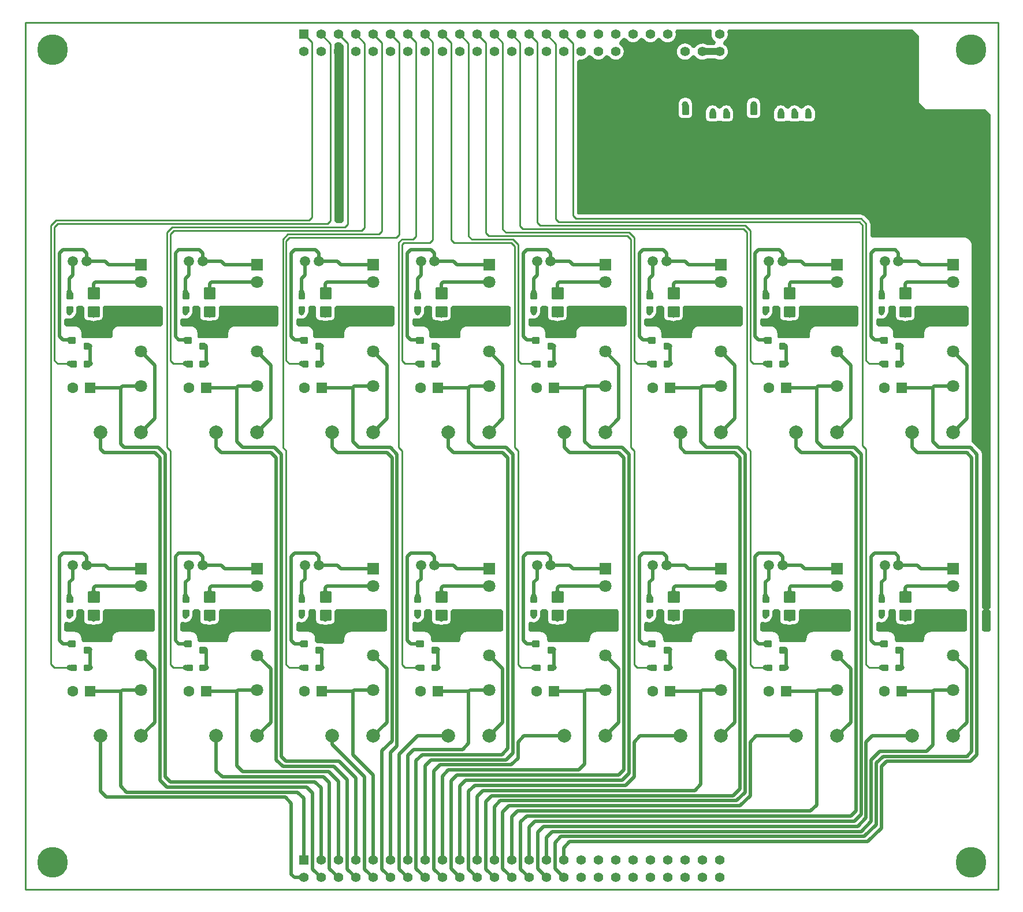
<source format=gbr>
*
*
G04 PADS Layout (Build Number 2005.266.2) generated Gerber (RS-274-X) file*
G04 PC Version=2.1*
*
%IN "cecs_module_relay_1031."*%
*
%MOMM*%
*
%FSLAX35Y35*%
*
*
*
*
G04 PC Standard Apertures*
*
*
G04 Thermal Relief Aperture macro.*
%AMTER*
1,1,$1,0,0*
1,0,$1-$2,0,0*
21,0,$3,$4,0,0,45*
21,0,$3,$4,0,0,135*
%
*
*
G04 Annular Aperture macro.*
%AMANN*
1,1,$1,0,0*
1,0,$2,0,0*
%
*
*
G04 Odd Aperture macro.*
%AMODD*
1,1,$1,0,0*
1,0,$1-0.005,0,0*
%
*
*
G04 PC Custom Aperture Macros*
*
*
*
*
*
*
G04 PC Aperture Table*
*
%ADD033C,1.5*%
%ADD034R,1.4224X1.4224*%
%ADD035C,1.4224*%
%ADD036C,2*%
%ADD058C,0.254*%
%ADD061C,1*%
%ADD062C,0.8*%
%ADD063C,0.5*%
%ADD098R,1.6X1.6*%
%ADD103C,1.6*%
%ADD104R,1.8X1.8*%
%ADD105C,1.8*%
%ADD106C,4.5*%
%ADD107C,0.25*%
%ADD108C,0.3*%
*
*
*
*
G04 PC Custom Flashes*
G04 Layer Name cecs_module_relay_1031. - flashes*
%LPD*%
*
*
G04 PC Circuitry*
G04 Layer Name cecs_module_relay_1031. - circuitry*
%LPD*%
*
G54D33*
G01X26300000Y17450000D03*
X26100000D03*
X33100000Y21900000D03*
X32900000D03*
X34800000Y17450000D03*
X34600000D03*
X34800000Y21900000D03*
X34600000D03*
X36500000Y17450000D03*
X36300000D03*
X36500000Y21900000D03*
X36300000D03*
X38200000Y17450000D03*
X38000000D03*
X38200000Y21900000D03*
X38000000D03*
X26300000D03*
X26100000D03*
X28000000Y17450000D03*
X27800000D03*
X28000000Y21900000D03*
X27800000D03*
X29700000Y17450000D03*
X29500000D03*
X29700000Y21900000D03*
X29500000D03*
X31400000Y17450000D03*
X31200000D03*
X31400000Y21900000D03*
X31200000D03*
X33100000Y17450000D03*
X32900000D03*
G54D34*
X29482000Y13127000D03*
Y25227000D03*
G54D35*
Y12873000D03*
X29736000Y13127000D03*
Y12873000D03*
X29990000Y13127000D03*
Y12873000D03*
X30244000Y13127000D03*
Y12873000D03*
X30498000Y13127000D03*
Y12873000D03*
X30752000Y13127000D03*
Y12873000D03*
X31006000Y13127000D03*
Y12873000D03*
X31260000Y13127000D03*
Y12873000D03*
X31514000Y13127000D03*
Y12873000D03*
X31768000Y13127000D03*
Y12873000D03*
X32022000Y13127000D03*
Y12873000D03*
X32276000Y13127000D03*
Y12873000D03*
X32530000Y13127000D03*
Y12873000D03*
X32784000Y13127000D03*
Y12873000D03*
X33038000Y13127000D03*
Y12873000D03*
X33292000Y13127000D03*
Y12873000D03*
X33546000Y13127000D03*
Y12873000D03*
X33800000Y13127000D03*
Y12873000D03*
X34054000Y13127000D03*
Y12873000D03*
X34308000Y13127000D03*
Y12873000D03*
X34562000Y13127000D03*
Y12873000D03*
X34816000Y13127000D03*
Y12873000D03*
X35070000Y13127000D03*
Y12873000D03*
X35324000Y13127000D03*
Y12873000D03*
X35578000Y13127000D03*
Y12873000D03*
X29482000Y24973000D03*
X29736000Y25227000D03*
Y24973000D03*
X29990000Y25227000D03*
Y24973000D03*
X30244000Y25227000D03*
Y24973000D03*
X30498000Y25227000D03*
Y24973000D03*
X30752000Y25227000D03*
Y24973000D03*
X31006000Y25227000D03*
Y24973000D03*
X31260000Y25227000D03*
Y24973000D03*
X31514000Y25227000D03*
Y24973000D03*
X31768000Y25227000D03*
Y24973000D03*
X32022000Y25227000D03*
Y24973000D03*
X32276000Y25227000D03*
Y24973000D03*
X32530000Y25227000D03*
Y24973000D03*
X32784000Y25227000D03*
Y24973000D03*
X33038000Y25227000D03*
Y24973000D03*
X33292000Y25227000D03*
Y24973000D03*
X33546000Y25227000D03*
Y24973000D03*
X33800000Y25227000D03*
Y24973000D03*
X34054000Y25227000D03*
Y24973000D03*
X34308000Y25227000D03*
Y24973000D03*
X34562000Y25227000D03*
Y24973000D03*
X34816000Y25227000D03*
Y24973000D03*
X35070000Y25227000D03*
Y24973000D03*
X35324000Y25227000D03*
Y24973000D03*
X35578000Y25227000D03*
Y24973000D03*
G54D36*
X27100000Y14950000D03*
X26500000D03*
X33900000Y19400000D03*
X33300000D03*
X35600000Y14950000D03*
X35000000D03*
X35600000Y19400000D03*
X35000000D03*
X37300000Y14950000D03*
X36700000D03*
X37300000Y19400000D03*
X36700000D03*
X39000000Y14950000D03*
X38400000D03*
X39000000Y19400000D03*
X38400000D03*
X27100000D03*
X26500000D03*
X28800000Y14950000D03*
X28200000D03*
X28800000Y19400000D03*
X28200000D03*
X30500000Y14950000D03*
X29900000D03*
X30500000Y19400000D03*
X29900000D03*
X32200000Y14950000D03*
X31600000D03*
X32200000Y19400000D03*
X31600000D03*
X33900000Y14950000D03*
X33300000D03*
G54D58*
X35512300Y24087300D02*
Y24012700D01*
X35437700*
Y24087300*
X35512300*
X35437700Y24012700D02*
X35512300D01*
X35437700Y24038100D02*
X35512300D01*
X35437700Y24063500D02*
X35512300D01*
X35458400Y24012700D02*
Y24087300D01*
X35483800Y24012700D02*
Y24087300D01*
X35509200Y24012700D02*
Y24087300D01*
X35512300Y23812700D02*
Y23887300D01*
X35437700*
Y23812700*
X35512300*
X35437700D02*
X35512300D01*
X35437700Y23838100D02*
X35512300D01*
X35437700Y23863500D02*
X35512300D01*
X35458400Y23812700D02*
Y23887300D01*
X35483800Y23812700D02*
Y23887300D01*
X35509200Y23812700D02*
Y23887300D01*
X35712300Y24087300D02*
Y24012700D01*
X35637700*
Y24087300*
X35712300*
X35637700Y24012700D02*
X35712300D01*
X35637700Y24038100D02*
X35712300D01*
X35637700Y24063500D02*
X35712300D01*
X35661600Y24012700D02*
Y24087300D01*
X35687000Y24012700D02*
Y24087300D01*
X35712300Y23812700D02*
Y23887300D01*
X35637700*
Y23812700*
X35712300*
X35637700D02*
X35712300D01*
X35637700Y23838100D02*
X35712300D01*
X35637700Y23863500D02*
X35712300D01*
X35661600Y23812700D02*
Y23887300D01*
X35687000Y23812700D02*
Y23887300D01*
X36512300Y24087300D02*
Y24012700D01*
X36437700*
Y24087300*
X36512300*
X36437700Y24012700D02*
X36512300D01*
X36437700Y24038100D02*
X36512300D01*
X36437700Y24063500D02*
X36512300D01*
X36449000Y24012700D02*
Y24087300D01*
X36474400Y24012700D02*
Y24087300D01*
X36499800Y24012700D02*
Y24087300D01*
X36512300Y23812700D02*
Y23887300D01*
X36437700*
Y23812700*
X36512300*
X36437700D02*
X36512300D01*
X36437700Y23838100D02*
X36512300D01*
X36437700Y23863500D02*
X36512300D01*
X36449000Y23812700D02*
Y23887300D01*
X36474400Y23812700D02*
Y23887300D01*
X36499800Y23812700D02*
Y23887300D01*
X36712300Y24087300D02*
Y24012700D01*
X36637700*
Y24087300*
X36712300*
X36637700Y24012700D02*
X36712300D01*
X36637700Y24038100D02*
X36712300D01*
X36637700Y24063500D02*
X36712300D01*
X36652200Y24012700D02*
Y24087300D01*
X36677600Y24012700D02*
Y24087300D01*
X36703000Y24012700D02*
Y24087300D01*
X36712300Y23812700D02*
Y23887300D01*
X36637700*
Y23812700*
X36712300*
X36637700D02*
X36712300D01*
X36637700Y23838100D02*
X36712300D01*
X36637700Y23863500D02*
X36712300D01*
X36652200Y23812700D02*
Y23887300D01*
X36677600Y23812700D02*
Y23887300D01*
X36703000Y23812700D02*
Y23887300D01*
X36912300Y24087300D02*
Y24012700D01*
X36837700*
Y24087300*
X36912300*
X36837700Y24012700D02*
X36912300D01*
X36837700Y24038100D02*
X36912300D01*
X36837700Y24063500D02*
X36912300D01*
X36855400Y24012700D02*
Y24087300D01*
X36880800Y24012700D02*
Y24087300D01*
X36906200Y24012700D02*
Y24087300D01*
X36912300Y23812700D02*
Y23887300D01*
X36837700*
Y23812700*
X36912300*
X36837700D02*
X36912300D01*
X36837700Y23838100D02*
X36912300D01*
X36837700Y23863500D02*
X36912300D01*
X36855400Y23812700D02*
Y23887300D01*
X36880800Y23812700D02*
Y23887300D01*
X36906200Y23812700D02*
Y23887300D01*
X36037700Y23712700D02*
Y23837300D01*
X36112300*
Y23712700*
X36037700*
X36112300*
X36037700Y23738100D02*
X36112300D01*
X36037700Y23763500D02*
X36112300D01*
X36037700Y23788900D02*
X36112300D01*
X36037700Y23814300D02*
X36112300D01*
X36042600Y23712700D02*
Y23837300D01*
X36068000Y23712700D02*
Y23837300D01*
X36093400Y23712700D02*
Y23837300D01*
X36037700Y24187300D02*
Y24062700D01*
X36112300*
Y24187300*
X36037700*
Y24062700D02*
X36112300D01*
X36037700Y24088100D02*
X36112300D01*
X36037700Y24113500D02*
X36112300D01*
X36037700Y24138900D02*
X36112300D01*
X36037700Y24164300D02*
X36112300D01*
X36042600Y24062700D02*
Y24187300D01*
X36068000Y24062700D02*
Y24187300D01*
X36093400Y24062700D02*
Y24187300D01*
X35037700Y23712700D02*
Y23837300D01*
X35112300*
Y23712700*
X35037700*
X35112300*
X35037700Y23738100D02*
X35112300D01*
X35037700Y23763500D02*
X35112300D01*
X35037700Y23788900D02*
X35112300D01*
X35037700Y23814300D02*
X35112300D01*
X35052000Y23712700D02*
Y23837300D01*
X35077400Y23712700D02*
Y23837300D01*
X35102800Y23712700D02*
Y23837300D01*
X35037700Y24187300D02*
Y24062700D01*
X35112300*
Y24187300*
X35037700*
Y24062700D02*
X35112300D01*
X35037700Y24088100D02*
X35112300D01*
X35037700Y24113500D02*
X35112300D01*
X35037700Y24138900D02*
X35112300D01*
X35037700Y24164300D02*
X35112300D01*
X35052000Y24062700D02*
Y24187300D01*
X35077400Y24062700D02*
Y24187300D01*
X35102800Y24062700D02*
Y24187300D01*
X26037700Y16262700D02*
Y16337300D01*
X26124800*
Y16262700*
X26037700*
X26124800*
X26037700Y16288100D02*
X26124800D01*
X26037700Y16313500D02*
X26124800D01*
X26060400Y16262700D02*
Y16337300D01*
X26085800Y16262700D02*
Y16337300D01*
X26111200Y16262700D02*
Y16337300D01*
X26263500Y16173000D02*
Y16249200D01*
X26327000*
Y16173000*
X26263500*
X26327000*
X26263500Y16198400D02*
X26327000D01*
X26263500Y16223800D02*
X26327000D01*
X26263500Y16249200D02*
X26327000D01*
X26263600Y16173000D02*
Y16249200D01*
X26289000Y16173000D02*
Y16249200D01*
X26314400Y16173000D02*
Y16249200D01*
X26263500Y16350800D02*
Y16427000D01*
X26327000*
Y16350800*
X26263500*
X26327000*
X26263500Y16376200D02*
X26327000D01*
X26263500Y16401600D02*
X26327000D01*
X26263500Y16427000D02*
X26327000D01*
X26263600Y16350800D02*
Y16427000D01*
X26289000Y16350800D02*
Y16427000D01*
X26314400Y16350800D02*
Y16427000D01*
X32837700Y20712700D02*
Y20787300D01*
X32924800*
Y20712700*
X32837700*
X32924800*
X32837700Y20738100D02*
X32924800D01*
X32837700Y20763500D02*
X32924800D01*
X32842200Y20712700D02*
Y20787300D01*
X32867600Y20712700D02*
Y20787300D01*
X32893000Y20712700D02*
Y20787300D01*
X32918400Y20712700D02*
Y20787300D01*
X33063500Y20623000D02*
Y20699200D01*
X33127000*
Y20623000*
X33063500*
X33127000*
X33063500Y20648400D02*
X33127000D01*
X33063500Y20673800D02*
X33127000D01*
X33063500Y20699200D02*
X33127000D01*
X33070800Y20623000D02*
Y20699200D01*
X33096200Y20623000D02*
Y20699200D01*
X33121600Y20623000D02*
Y20699200D01*
X33063500Y20800800D02*
Y20877000D01*
X33127000*
Y20800800*
X33063500*
X33127000*
X33063500Y20826200D02*
X33127000D01*
X33063500Y20851600D02*
X33127000D01*
X33063500Y20877000D02*
X33127000D01*
X33070800Y20800800D02*
Y20877000D01*
X33096200Y20800800D02*
Y20877000D01*
X33121600Y20800800D02*
Y20877000D01*
X34537700Y16262700D02*
Y16337300D01*
X34624800*
Y16262700*
X34537700*
X34624800*
X34537700Y16288100D02*
X34624800D01*
X34537700Y16313500D02*
X34624800D01*
X34544000Y16262700D02*
Y16337300D01*
X34569400Y16262700D02*
Y16337300D01*
X34594800Y16262700D02*
Y16337300D01*
X34620200Y16262700D02*
Y16337300D01*
X34763500Y16173000D02*
Y16249200D01*
X34827000*
Y16173000*
X34763500*
X34827000*
X34763500Y16198400D02*
X34827000D01*
X34763500Y16223800D02*
X34827000D01*
X34763500Y16249200D02*
X34827000D01*
X34772600Y16173000D02*
Y16249200D01*
X34798000Y16173000D02*
Y16249200D01*
X34823400Y16173000D02*
Y16249200D01*
X34763500Y16350800D02*
Y16427000D01*
X34827000*
Y16350800*
X34763500*
X34827000*
X34763500Y16376200D02*
X34827000D01*
X34763500Y16401600D02*
X34827000D01*
X34763500Y16427000D02*
X34827000D01*
X34772600Y16350800D02*
Y16427000D01*
X34798000Y16350800D02*
Y16427000D01*
X34823400Y16350800D02*
Y16427000D01*
X34537700Y20712700D02*
Y20787300D01*
X34624800*
Y20712700*
X34537700*
X34624800*
X34537700Y20738100D02*
X34624800D01*
X34537700Y20763500D02*
X34624800D01*
X34544000Y20712700D02*
Y20787300D01*
X34569400Y20712700D02*
Y20787300D01*
X34594800Y20712700D02*
Y20787300D01*
X34620200Y20712700D02*
Y20787300D01*
X34763500Y20623000D02*
Y20699200D01*
X34827000*
Y20623000*
X34763500*
X34827000*
X34763500Y20648400D02*
X34827000D01*
X34763500Y20673800D02*
X34827000D01*
X34763500Y20699200D02*
X34827000D01*
X34772600Y20623000D02*
Y20699200D01*
X34798000Y20623000D02*
Y20699200D01*
X34823400Y20623000D02*
Y20699200D01*
X34763500Y20800800D02*
Y20877000D01*
X34827000*
Y20800800*
X34763500*
X34827000*
X34763500Y20826200D02*
X34827000D01*
X34763500Y20851600D02*
X34827000D01*
X34763500Y20877000D02*
X34827000D01*
X34772600Y20800800D02*
Y20877000D01*
X34798000Y20800800D02*
Y20877000D01*
X34823400Y20800800D02*
Y20877000D01*
X36237700Y16262700D02*
Y16337300D01*
X36324800*
Y16262700*
X36237700*
X36324800*
X36237700Y16288100D02*
X36324800D01*
X36237700Y16313500D02*
X36324800D01*
X36245800Y16262700D02*
Y16337300D01*
X36271200Y16262700D02*
Y16337300D01*
X36296600Y16262700D02*
Y16337300D01*
X36322000Y16262700D02*
Y16337300D01*
X36463500Y16173000D02*
Y16249200D01*
X36527000*
Y16173000*
X36463500*
X36527000*
X36463500Y16198400D02*
X36527000D01*
X36463500Y16223800D02*
X36527000D01*
X36463500Y16249200D02*
X36527000D01*
X36474400Y16173000D02*
Y16249200D01*
X36499800Y16173000D02*
Y16249200D01*
X36525200Y16173000D02*
Y16249200D01*
X36463500Y16350800D02*
Y16427000D01*
X36527000*
Y16350800*
X36463500*
X36527000*
X36463500Y16376200D02*
X36527000D01*
X36463500Y16401600D02*
X36527000D01*
X36463500Y16427000D02*
X36527000D01*
X36474400Y16350800D02*
Y16427000D01*
X36499800Y16350800D02*
Y16427000D01*
X36525200Y16350800D02*
Y16427000D01*
X36237700Y20712700D02*
Y20787300D01*
X36324800*
Y20712700*
X36237700*
X36324800*
X36237700Y20738100D02*
X36324800D01*
X36237700Y20763500D02*
X36324800D01*
X36245800Y20712700D02*
Y20787300D01*
X36271200Y20712700D02*
Y20787300D01*
X36296600Y20712700D02*
Y20787300D01*
X36322000Y20712700D02*
Y20787300D01*
X36463500Y20623000D02*
Y20699200D01*
X36527000*
Y20623000*
X36463500*
X36527000*
X36463500Y20648400D02*
X36527000D01*
X36463500Y20673800D02*
X36527000D01*
X36463500Y20699200D02*
X36527000D01*
X36474400Y20623000D02*
Y20699200D01*
X36499800Y20623000D02*
Y20699200D01*
X36525200Y20623000D02*
Y20699200D01*
X36463500Y20800800D02*
Y20877000D01*
X36527000*
Y20800800*
X36463500*
X36527000*
X36463500Y20826200D02*
X36527000D01*
X36463500Y20851600D02*
X36527000D01*
X36463500Y20877000D02*
X36527000D01*
X36474400Y20800800D02*
Y20877000D01*
X36499800Y20800800D02*
Y20877000D01*
X36525200Y20800800D02*
Y20877000D01*
X37937700Y16262700D02*
Y16337300D01*
X38024800*
Y16262700*
X37937700*
X38024800*
X37937700Y16288100D02*
X38024800D01*
X37937700Y16313500D02*
X38024800D01*
X37947600Y16262700D02*
Y16337300D01*
X37973000Y16262700D02*
Y16337300D01*
X37998400Y16262700D02*
Y16337300D01*
X38023800Y16262700D02*
Y16337300D01*
X38163500Y16173000D02*
Y16249200D01*
X38227000*
Y16173000*
X38163500*
X38227000*
X38163500Y16198400D02*
X38227000D01*
X38163500Y16223800D02*
X38227000D01*
X38163500Y16249200D02*
X38227000D01*
X38176200Y16173000D02*
Y16249200D01*
X38201600Y16173000D02*
Y16249200D01*
X38227000Y16173000D02*
Y16249200D01*
X38163500Y16350800D02*
Y16427000D01*
X38227000*
Y16350800*
X38163500*
X38227000*
X38163500Y16376200D02*
X38227000D01*
X38163500Y16401600D02*
X38227000D01*
X38163500Y16427000D02*
X38227000D01*
X38176200Y16350800D02*
Y16427000D01*
X38201600Y16350800D02*
Y16427000D01*
X38227000Y16350800D02*
Y16427000D01*
X37937700Y20712700D02*
Y20787300D01*
X38024800*
Y20712700*
X37937700*
X38024800*
X37937700Y20738100D02*
X38024800D01*
X37937700Y20763500D02*
X38024800D01*
X37947600Y20712700D02*
Y20787300D01*
X37973000Y20712700D02*
Y20787300D01*
X37998400Y20712700D02*
Y20787300D01*
X38023800Y20712700D02*
Y20787300D01*
X38163500Y20623000D02*
Y20699200D01*
X38227000*
Y20623000*
X38163500*
X38227000*
X38163500Y20648400D02*
X38227000D01*
X38163500Y20673800D02*
X38227000D01*
X38163500Y20699200D02*
X38227000D01*
X38176200Y20623000D02*
Y20699200D01*
X38201600Y20623000D02*
Y20699200D01*
X38227000Y20623000D02*
Y20699200D01*
X38163500Y20800800D02*
Y20877000D01*
X38227000*
Y20800800*
X38163500*
X38227000*
X38163500Y20826200D02*
X38227000D01*
X38163500Y20851600D02*
X38227000D01*
X38163500Y20877000D02*
X38227000D01*
X38176200Y20800800D02*
Y20877000D01*
X38201600Y20800800D02*
Y20877000D01*
X38227000Y20800800D02*
Y20877000D01*
X26037700Y20712700D02*
Y20787300D01*
X26124800*
Y20712700*
X26037700*
X26124800*
X26037700Y20738100D02*
X26124800D01*
X26037700Y20763500D02*
X26124800D01*
X26060400Y20712700D02*
Y20787300D01*
X26085800Y20712700D02*
Y20787300D01*
X26111200Y20712700D02*
Y20787300D01*
X26263500Y20623000D02*
Y20699200D01*
X26327000*
Y20623000*
X26263500*
X26327000*
X26263500Y20648400D02*
X26327000D01*
X26263500Y20673800D02*
X26327000D01*
X26263500Y20699200D02*
X26327000D01*
X26263600Y20623000D02*
Y20699200D01*
X26289000Y20623000D02*
Y20699200D01*
X26314400Y20623000D02*
Y20699200D01*
X26263500Y20800800D02*
Y20877000D01*
X26327000*
Y20800800*
X26263500*
X26327000*
X26263500Y20826200D02*
X26327000D01*
X26263500Y20851600D02*
X26327000D01*
X26263500Y20877000D02*
X26327000D01*
X26263600Y20800800D02*
Y20877000D01*
X26289000Y20800800D02*
Y20877000D01*
X26314400Y20800800D02*
Y20877000D01*
X27737700Y16262700D02*
Y16337300D01*
X27824800*
Y16262700*
X27737700*
X27824800*
X27737700Y16288100D02*
X27824800D01*
X27737700Y16313500D02*
X27824800D01*
X27762200Y16262700D02*
Y16337300D01*
X27787600Y16262700D02*
Y16337300D01*
X27813000Y16262700D02*
Y16337300D01*
X27963500Y16173000D02*
Y16249200D01*
X28027000*
Y16173000*
X27963500*
X28027000*
X27963500Y16198400D02*
X28027000D01*
X27963500Y16223800D02*
X28027000D01*
X27963500Y16249200D02*
X28027000D01*
X27965400Y16173000D02*
Y16249200D01*
X27990800Y16173000D02*
Y16249200D01*
X28016200Y16173000D02*
Y16249200D01*
X27963500Y16350800D02*
Y16427000D01*
X28027000*
Y16350800*
X27963500*
X28027000*
X27963500Y16376200D02*
X28027000D01*
X27963500Y16401600D02*
X28027000D01*
X27963500Y16427000D02*
X28027000D01*
X27965400Y16350800D02*
Y16427000D01*
X27990800Y16350800D02*
Y16427000D01*
X28016200Y16350800D02*
Y16427000D01*
X27737700Y20712700D02*
Y20787300D01*
X27824800*
Y20712700*
X27737700*
X27824800*
X27737700Y20738100D02*
X27824800D01*
X27737700Y20763500D02*
X27824800D01*
X27762200Y20712700D02*
Y20787300D01*
X27787600Y20712700D02*
Y20787300D01*
X27813000Y20712700D02*
Y20787300D01*
X27963500Y20623000D02*
Y20699200D01*
X28027000*
Y20623000*
X27963500*
X28027000*
X27963500Y20648400D02*
X28027000D01*
X27963500Y20673800D02*
X28027000D01*
X27963500Y20699200D02*
X28027000D01*
X27965400Y20623000D02*
Y20699200D01*
X27990800Y20623000D02*
Y20699200D01*
X28016200Y20623000D02*
Y20699200D01*
X27963500Y20800800D02*
Y20877000D01*
X28027000*
Y20800800*
X27963500*
X28027000*
X27963500Y20826200D02*
X28027000D01*
X27963500Y20851600D02*
X28027000D01*
X27963500Y20877000D02*
X28027000D01*
X27965400Y20800800D02*
Y20877000D01*
X27990800Y20800800D02*
Y20877000D01*
X28016200Y20800800D02*
Y20877000D01*
X29437700Y16262700D02*
Y16337300D01*
X29524800*
Y16262700*
X29437700*
X29524800*
X29437700Y16288100D02*
X29524800D01*
X29437700Y16313500D02*
X29524800D01*
X29438600Y16262700D02*
Y16337300D01*
X29464000Y16262700D02*
Y16337300D01*
X29489400Y16262700D02*
Y16337300D01*
X29514800Y16262700D02*
Y16337300D01*
X29663500Y16173000D02*
Y16249200D01*
X29727000*
Y16173000*
X29663500*
X29727000*
X29663500Y16198400D02*
X29727000D01*
X29663500Y16223800D02*
X29727000D01*
X29663500Y16249200D02*
X29727000D01*
X29667200Y16173000D02*
Y16249200D01*
X29692600Y16173000D02*
Y16249200D01*
X29718000Y16173000D02*
Y16249200D01*
X29663500Y16350800D02*
Y16427000D01*
X29727000*
Y16350800*
X29663500*
X29727000*
X29663500Y16376200D02*
X29727000D01*
X29663500Y16401600D02*
X29727000D01*
X29663500Y16427000D02*
X29727000D01*
X29667200Y16350800D02*
Y16427000D01*
X29692600Y16350800D02*
Y16427000D01*
X29718000Y16350800D02*
Y16427000D01*
X29437700Y20712700D02*
Y20787300D01*
X29524800*
Y20712700*
X29437700*
X29524800*
X29437700Y20738100D02*
X29524800D01*
X29437700Y20763500D02*
X29524800D01*
X29438600Y20712700D02*
Y20787300D01*
X29464000Y20712700D02*
Y20787300D01*
X29489400Y20712700D02*
Y20787300D01*
X29514800Y20712700D02*
Y20787300D01*
X29663500Y20623000D02*
Y20699200D01*
X29727000*
Y20623000*
X29663500*
X29727000*
X29663500Y20648400D02*
X29727000D01*
X29663500Y20673800D02*
X29727000D01*
X29663500Y20699200D02*
X29727000D01*
X29667200Y20623000D02*
Y20699200D01*
X29692600Y20623000D02*
Y20699200D01*
X29718000Y20623000D02*
Y20699200D01*
X29663500Y20800800D02*
Y20877000D01*
X29727000*
Y20800800*
X29663500*
X29727000*
X29663500Y20826200D02*
X29727000D01*
X29663500Y20851600D02*
X29727000D01*
X29663500Y20877000D02*
X29727000D01*
X29667200Y20800800D02*
Y20877000D01*
X29692600Y20800800D02*
Y20877000D01*
X29718000Y20800800D02*
Y20877000D01*
X31137700Y16262700D02*
Y16337300D01*
X31224800*
Y16262700*
X31137700*
X31224800*
X31137700Y16288100D02*
X31224800D01*
X31137700Y16313500D02*
X31224800D01*
X31140400Y16262700D02*
Y16337300D01*
X31165800Y16262700D02*
Y16337300D01*
X31191200Y16262700D02*
Y16337300D01*
X31216600Y16262700D02*
Y16337300D01*
X31363500Y16173000D02*
Y16249200D01*
X31427000*
Y16173000*
X31363500*
X31427000*
X31363500Y16198400D02*
X31427000D01*
X31363500Y16223800D02*
X31427000D01*
X31363500Y16249200D02*
X31427000D01*
X31369000Y16173000D02*
Y16249200D01*
X31394400Y16173000D02*
Y16249200D01*
X31419800Y16173000D02*
Y16249200D01*
X31363500Y16350800D02*
Y16427000D01*
X31427000*
Y16350800*
X31363500*
X31427000*
X31363500Y16376200D02*
X31427000D01*
X31363500Y16401600D02*
X31427000D01*
X31363500Y16427000D02*
X31427000D01*
X31369000Y16350800D02*
Y16427000D01*
X31394400Y16350800D02*
Y16427000D01*
X31419800Y16350800D02*
Y16427000D01*
X31137700Y20712700D02*
Y20787300D01*
X31224800*
Y20712700*
X31137700*
X31224800*
X31137700Y20738100D02*
X31224800D01*
X31137700Y20763500D02*
X31224800D01*
X31140400Y20712700D02*
Y20787300D01*
X31165800Y20712700D02*
Y20787300D01*
X31191200Y20712700D02*
Y20787300D01*
X31216600Y20712700D02*
Y20787300D01*
X31363500Y20623000D02*
Y20699200D01*
X31427000*
Y20623000*
X31363500*
X31427000*
X31363500Y20648400D02*
X31427000D01*
X31363500Y20673800D02*
X31427000D01*
X31363500Y20699200D02*
X31427000D01*
X31369000Y20623000D02*
Y20699200D01*
X31394400Y20623000D02*
Y20699200D01*
X31419800Y20623000D02*
Y20699200D01*
X31363500Y20800800D02*
Y20877000D01*
X31427000*
Y20800800*
X31363500*
X31427000*
X31363500Y20826200D02*
X31427000D01*
X31363500Y20851600D02*
X31427000D01*
X31363500Y20877000D02*
X31427000D01*
X31369000Y20800800D02*
Y20877000D01*
X31394400Y20800800D02*
Y20877000D01*
X31419800Y20800800D02*
Y20877000D01*
X32837700Y16262700D02*
Y16337300D01*
X32924800*
Y16262700*
X32837700*
X32924800*
X32837700Y16288100D02*
X32924800D01*
X32837700Y16313500D02*
X32924800D01*
X32842200Y16262700D02*
Y16337300D01*
X32867600Y16262700D02*
Y16337300D01*
X32893000Y16262700D02*
Y16337300D01*
X32918400Y16262700D02*
Y16337300D01*
X33063500Y16173000D02*
Y16249200D01*
X33127000*
Y16173000*
X33063500*
X33127000*
X33063500Y16198400D02*
X33127000D01*
X33063500Y16223800D02*
X33127000D01*
X33063500Y16249200D02*
X33127000D01*
X33070800Y16173000D02*
Y16249200D01*
X33096200Y16173000D02*
Y16249200D01*
X33121600Y16173000D02*
Y16249200D01*
X33063500Y16350800D02*
Y16427000D01*
X33127000*
Y16350800*
X33063500*
X33127000*
X33063500Y16376200D02*
X33127000D01*
X33063500Y16401600D02*
X33127000D01*
X33063500Y16427000D02*
X33127000D01*
X33070800Y16350800D02*
Y16427000D01*
X33096200Y16350800D02*
Y16427000D01*
X33121600Y16350800D02*
Y16427000D01*
X26325200Y16650200D02*
Y16787300D01*
X26474800*
Y16650200*
X26325200*
X26474800*
X26325200Y16675600D02*
X26474800D01*
X26325200Y16701000D02*
X26474800D01*
X26325200Y16726400D02*
X26474800D01*
X26325200Y16751800D02*
X26474800D01*
X26325200Y16777200D02*
X26474800D01*
X26339800Y16650200D02*
Y16787300D01*
X26365200Y16650200D02*
Y16787300D01*
X26390600Y16650200D02*
Y16787300D01*
X26416000Y16650200D02*
Y16787300D01*
X26441400Y16650200D02*
Y16787300D01*
X26466800Y16650200D02*
Y16787300D01*
X26325200Y16912700D02*
Y17062300D01*
X26474800*
Y16912700*
X26325200*
X26474800*
X26325200Y16938100D02*
X26474800D01*
X26325200Y16963500D02*
X26474800D01*
X26325200Y16988900D02*
X26474800D01*
X26325200Y17014300D02*
X26474800D01*
X26325200Y17039700D02*
X26474800D01*
X26339800Y16912700D02*
Y17062300D01*
X26365200Y16912700D02*
Y17062300D01*
X26390600Y16912700D02*
Y17062300D01*
X26416000Y16912700D02*
Y17062300D01*
X26441400Y16912700D02*
Y17062300D01*
X26466800Y16912700D02*
Y17062300D01*
X27787300Y21237300D02*
Y21162700D01*
X27712700*
Y21237300*
X27787300*
X27712700Y21162700D02*
X27787300D01*
X27712700Y21188100D02*
X27787300D01*
X27712700Y21213500D02*
X27787300D01*
X27736800Y21162700D02*
Y21237300D01*
X27762200Y21162700D02*
Y21237300D01*
X27787300Y21437300D02*
Y21362700D01*
X27712700*
Y21437300*
X27787300*
X27712700Y21362700D02*
X27787300D01*
X27712700Y21388100D02*
X27787300D01*
X27712700Y21413500D02*
X27787300D01*
X27736800Y21362700D02*
Y21437300D01*
X27762200Y21362700D02*
Y21437300D01*
X27837300Y15912700D02*
X27762700D01*
Y15987300*
X27837300*
Y15912700*
X27762700D02*
X27837300D01*
X27762700Y15938100D02*
X27837300D01*
X27762700Y15963500D02*
X27837300D01*
X27787600Y15912700D02*
Y15987300D01*
X27813000Y15912700D02*
Y15987300D01*
X28037300Y15912700D02*
X27962700D01*
Y15987300*
X28037300*
Y15912700*
X27962700D02*
X28037300D01*
X27962700Y15938100D02*
X28037300D01*
X27962700Y15963500D02*
X28037300D01*
X27965400Y15912700D02*
Y15987300D01*
X27990800Y15912700D02*
Y15987300D01*
X28016200Y15912700D02*
Y15987300D01*
X27837300Y20362700D02*
X27762700D01*
Y20437300*
X27837300*
Y20362700*
X27762700D02*
X27837300D01*
X27762700Y20388100D02*
X27837300D01*
X27762700Y20413500D02*
X27837300D01*
X27787600Y20362700D02*
Y20437300D01*
X27813000Y20362700D02*
Y20437300D01*
X28037300Y20362700D02*
X27962700D01*
Y20437300*
X28037300*
Y20362700*
X27962700D02*
X28037300D01*
X27962700Y20388100D02*
X28037300D01*
X27962700Y20413500D02*
X28037300D01*
X27965400Y20362700D02*
Y20437300D01*
X27990800Y20362700D02*
Y20437300D01*
X28016200Y20362700D02*
Y20437300D01*
X29725200Y16650200D02*
Y16787300D01*
X29874800*
Y16650200*
X29725200*
X29874800*
X29725200Y16675600D02*
X29874800D01*
X29725200Y16701000D02*
X29874800D01*
X29725200Y16726400D02*
X29874800D01*
X29725200Y16751800D02*
X29874800D01*
X29725200Y16777200D02*
X29874800D01*
X29743400Y16650200D02*
Y16787300D01*
X29768800Y16650200D02*
Y16787300D01*
X29794200Y16650200D02*
Y16787300D01*
X29819600Y16650200D02*
Y16787300D01*
X29845000Y16650200D02*
Y16787300D01*
X29870400Y16650200D02*
Y16787300D01*
X29725200Y16912700D02*
Y17062300D01*
X29874800*
Y16912700*
X29725200*
X29874800*
X29725200Y16938100D02*
X29874800D01*
X29725200Y16963500D02*
X29874800D01*
X29725200Y16988900D02*
X29874800D01*
X29725200Y17014300D02*
X29874800D01*
X29725200Y17039700D02*
X29874800D01*
X29743400Y16912700D02*
Y17062300D01*
X29768800Y16912700D02*
Y17062300D01*
X29794200Y16912700D02*
Y17062300D01*
X29819600Y16912700D02*
Y17062300D01*
X29845000Y16912700D02*
Y17062300D01*
X29870400Y16912700D02*
Y17062300D01*
X29725200Y21100200D02*
Y21237300D01*
X29874800*
Y21100200*
X29725200*
X29874800*
X29725200Y21125600D02*
X29874800D01*
X29725200Y21151000D02*
X29874800D01*
X29725200Y21176400D02*
X29874800D01*
X29725200Y21201800D02*
X29874800D01*
X29725200Y21227200D02*
X29874800D01*
X29743400Y21100200D02*
Y21237300D01*
X29768800Y21100200D02*
Y21237300D01*
X29794200Y21100200D02*
Y21237300D01*
X29819600Y21100200D02*
Y21237300D01*
X29845000Y21100200D02*
Y21237300D01*
X29870400Y21100200D02*
Y21237300D01*
X29725200Y21362700D02*
Y21512300D01*
X29874800*
Y21362700*
X29725200*
X29874800*
X29725200Y21388100D02*
X29874800D01*
X29725200Y21413500D02*
X29874800D01*
X29725200Y21438900D02*
X29874800D01*
X29725200Y21464300D02*
X29874800D01*
X29725200Y21489700D02*
X29874800D01*
X29743400Y21362700D02*
Y21512300D01*
X29768800Y21362700D02*
Y21512300D01*
X29794200Y21362700D02*
Y21512300D01*
X29819600Y21362700D02*
Y21512300D01*
X29845000Y21362700D02*
Y21512300D01*
X29870400Y21362700D02*
Y21512300D01*
X29487300Y16787300D02*
Y16712700D01*
X29412700*
Y16787300*
X29487300*
X29412700Y16712700D02*
X29487300D01*
X29412700Y16738100D02*
X29487300D01*
X29412700Y16763500D02*
X29487300D01*
X29413200Y16712700D02*
Y16787300D01*
X29438600Y16712700D02*
Y16787300D01*
X29464000Y16712700D02*
Y16787300D01*
X29487300Y16987300D02*
Y16912700D01*
X29412700*
Y16987300*
X29487300*
X29412700Y16912700D02*
X29487300D01*
X29412700Y16938100D02*
X29487300D01*
X29412700Y16963500D02*
X29487300D01*
X29413200Y16912700D02*
Y16987300D01*
X29438600Y16912700D02*
Y16987300D01*
X29464000Y16912700D02*
Y16987300D01*
X29487300Y21237300D02*
Y21162700D01*
X29412700*
Y21237300*
X29487300*
X29412700Y21162700D02*
X29487300D01*
X29412700Y21188100D02*
X29487300D01*
X29412700Y21213500D02*
X29487300D01*
X29413200Y21162700D02*
Y21237300D01*
X29438600Y21162700D02*
Y21237300D01*
X29464000Y21162700D02*
Y21237300D01*
X29487300Y21437300D02*
Y21362700D01*
X29412700*
Y21437300*
X29487300*
X29412700Y21362700D02*
X29487300D01*
X29412700Y21388100D02*
X29487300D01*
X29412700Y21413500D02*
X29487300D01*
X29413200Y21362700D02*
Y21437300D01*
X29438600Y21362700D02*
Y21437300D01*
X29464000Y21362700D02*
Y21437300D01*
X29537300Y15912700D02*
X29462700D01*
Y15987300*
X29537300*
Y15912700*
X29462700D02*
X29537300D01*
X29462700Y15938100D02*
X29537300D01*
X29462700Y15963500D02*
X29537300D01*
X29464000Y15912700D02*
Y15987300D01*
X29489400Y15912700D02*
Y15987300D01*
X29514800Y15912700D02*
Y15987300D01*
X29737300Y15912700D02*
X29662700D01*
Y15987300*
X29737300*
Y15912700*
X29662700D02*
X29737300D01*
X29662700Y15938100D02*
X29737300D01*
X29662700Y15963500D02*
X29737300D01*
X29667200Y15912700D02*
Y15987300D01*
X29692600Y15912700D02*
Y15987300D01*
X29718000Y15912700D02*
Y15987300D01*
X29537300Y20362700D02*
X29462700D01*
Y20437300*
X29537300*
Y20362700*
X29462700D02*
X29537300D01*
X29462700Y20388100D02*
X29537300D01*
X29462700Y20413500D02*
X29537300D01*
X29464000Y20362700D02*
Y20437300D01*
X29489400Y20362700D02*
Y20437300D01*
X29514800Y20362700D02*
Y20437300D01*
X29737300Y20362700D02*
X29662700D01*
Y20437300*
X29737300*
Y20362700*
X29662700D02*
X29737300D01*
X29662700Y20388100D02*
X29737300D01*
X29662700Y20413500D02*
X29737300D01*
X29667200Y20362700D02*
Y20437300D01*
X29692600Y20362700D02*
Y20437300D01*
X29718000Y20362700D02*
Y20437300D01*
X31425200Y16650200D02*
Y16787300D01*
X31574800*
Y16650200*
X31425200*
X31574800*
X31425200Y16675600D02*
X31574800D01*
X31425200Y16701000D02*
X31574800D01*
X31425200Y16726400D02*
X31574800D01*
X31425200Y16751800D02*
X31574800D01*
X31425200Y16777200D02*
X31574800D01*
X31445200Y16650200D02*
Y16787300D01*
X31470600Y16650200D02*
Y16787300D01*
X31496000Y16650200D02*
Y16787300D01*
X31521400Y16650200D02*
Y16787300D01*
X31546800Y16650200D02*
Y16787300D01*
X31572200Y16650200D02*
Y16787300D01*
X31425200Y16912700D02*
Y17062300D01*
X31574800*
Y16912700*
X31425200*
X31574800*
X31425200Y16938100D02*
X31574800D01*
X31425200Y16963500D02*
X31574800D01*
X31425200Y16988900D02*
X31574800D01*
X31425200Y17014300D02*
X31574800D01*
X31425200Y17039700D02*
X31574800D01*
X31445200Y16912700D02*
Y17062300D01*
X31470600Y16912700D02*
Y17062300D01*
X31496000Y16912700D02*
Y17062300D01*
X31521400Y16912700D02*
Y17062300D01*
X31546800Y16912700D02*
Y17062300D01*
X31572200Y16912700D02*
Y17062300D01*
X26325200Y21100200D02*
Y21237300D01*
X26474800*
Y21100200*
X26325200*
X26474800*
X26325200Y21125600D02*
X26474800D01*
X26325200Y21151000D02*
X26474800D01*
X26325200Y21176400D02*
X26474800D01*
X26325200Y21201800D02*
X26474800D01*
X26325200Y21227200D02*
X26474800D01*
X26339800Y21100200D02*
Y21237300D01*
X26365200Y21100200D02*
Y21237300D01*
X26390600Y21100200D02*
Y21237300D01*
X26416000Y21100200D02*
Y21237300D01*
X26441400Y21100200D02*
Y21237300D01*
X26466800Y21100200D02*
Y21237300D01*
X26325200Y21362700D02*
Y21512300D01*
X26474800*
Y21362700*
X26325200*
X26474800*
X26325200Y21388100D02*
X26474800D01*
X26325200Y21413500D02*
X26474800D01*
X26325200Y21438900D02*
X26474800D01*
X26325200Y21464300D02*
X26474800D01*
X26325200Y21489700D02*
X26474800D01*
X26339800Y21362700D02*
Y21512300D01*
X26365200Y21362700D02*
Y21512300D01*
X26390600Y21362700D02*
Y21512300D01*
X26416000Y21362700D02*
Y21512300D01*
X26441400Y21362700D02*
Y21512300D01*
X26466800Y21362700D02*
Y21512300D01*
X31425200Y21100200D02*
Y21237300D01*
X31574800*
Y21100200*
X31425200*
X31574800*
X31425200Y21125600D02*
X31574800D01*
X31425200Y21151000D02*
X31574800D01*
X31425200Y21176400D02*
X31574800D01*
X31425200Y21201800D02*
X31574800D01*
X31425200Y21227200D02*
X31574800D01*
X31445200Y21100200D02*
Y21237300D01*
X31470600Y21100200D02*
Y21237300D01*
X31496000Y21100200D02*
Y21237300D01*
X31521400Y21100200D02*
Y21237300D01*
X31546800Y21100200D02*
Y21237300D01*
X31572200Y21100200D02*
Y21237300D01*
X31425200Y21362700D02*
Y21512300D01*
X31574800*
Y21362700*
X31425200*
X31574800*
X31425200Y21388100D02*
X31574800D01*
X31425200Y21413500D02*
X31574800D01*
X31425200Y21438900D02*
X31574800D01*
X31425200Y21464300D02*
X31574800D01*
X31425200Y21489700D02*
X31574800D01*
X31445200Y21362700D02*
Y21512300D01*
X31470600Y21362700D02*
Y21512300D01*
X31496000Y21362700D02*
Y21512300D01*
X31521400Y21362700D02*
Y21512300D01*
X31546800Y21362700D02*
Y21512300D01*
X31572200Y21362700D02*
Y21512300D01*
X31187300Y16787300D02*
Y16712700D01*
X31112700*
Y16787300*
X31187300*
X31112700Y16712700D02*
X31187300D01*
X31112700Y16738100D02*
X31187300D01*
X31112700Y16763500D02*
X31187300D01*
X31115000Y16712700D02*
Y16787300D01*
X31140400Y16712700D02*
Y16787300D01*
X31165800Y16712700D02*
Y16787300D01*
X31187300Y16987300D02*
Y16912700D01*
X31112700*
Y16987300*
X31187300*
X31112700Y16912700D02*
X31187300D01*
X31112700Y16938100D02*
X31187300D01*
X31112700Y16963500D02*
X31187300D01*
X31115000Y16912700D02*
Y16987300D01*
X31140400Y16912700D02*
Y16987300D01*
X31165800Y16912700D02*
Y16987300D01*
X31187300Y21237300D02*
Y21162700D01*
X31112700*
Y21237300*
X31187300*
X31112700Y21162700D02*
X31187300D01*
X31112700Y21188100D02*
X31187300D01*
X31112700Y21213500D02*
X31187300D01*
X31115000Y21162700D02*
Y21237300D01*
X31140400Y21162700D02*
Y21237300D01*
X31165800Y21162700D02*
Y21237300D01*
X31187300Y21437300D02*
Y21362700D01*
X31112700*
Y21437300*
X31187300*
X31112700Y21362700D02*
X31187300D01*
X31112700Y21388100D02*
X31187300D01*
X31112700Y21413500D02*
X31187300D01*
X31115000Y21362700D02*
Y21437300D01*
X31140400Y21362700D02*
Y21437300D01*
X31165800Y21362700D02*
Y21437300D01*
X31237300Y15912700D02*
X31162700D01*
Y15987300*
X31237300*
Y15912700*
X31162700D02*
X31237300D01*
X31162700Y15938100D02*
X31237300D01*
X31162700Y15963500D02*
X31237300D01*
X31165800Y15912700D02*
Y15987300D01*
X31191200Y15912700D02*
Y15987300D01*
X31216600Y15912700D02*
Y15987300D01*
X31437300Y15912700D02*
X31362700D01*
Y15987300*
X31437300*
Y15912700*
X31362700D02*
X31437300D01*
X31362700Y15938100D02*
X31437300D01*
X31362700Y15963500D02*
X31437300D01*
X31369000Y15912700D02*
Y15987300D01*
X31394400Y15912700D02*
Y15987300D01*
X31419800Y15912700D02*
Y15987300D01*
X31237300Y20362700D02*
X31162700D01*
Y20437300*
X31237300*
Y20362700*
X31162700D02*
X31237300D01*
X31162700Y20388100D02*
X31237300D01*
X31162700Y20413500D02*
X31237300D01*
X31165800Y20362700D02*
Y20437300D01*
X31191200Y20362700D02*
Y20437300D01*
X31216600Y20362700D02*
Y20437300D01*
X31437300Y20362700D02*
X31362700D01*
Y20437300*
X31437300*
Y20362700*
X31362700D02*
X31437300D01*
X31362700Y20388100D02*
X31437300D01*
X31362700Y20413500D02*
X31437300D01*
X31369000Y20362700D02*
Y20437300D01*
X31394400Y20362700D02*
Y20437300D01*
X31419800Y20362700D02*
Y20437300D01*
X33125200Y16650200D02*
Y16787300D01*
X33274800*
Y16650200*
X33125200*
X33274800*
X33125200Y16675600D02*
X33274800D01*
X33125200Y16701000D02*
X33274800D01*
X33125200Y16726400D02*
X33274800D01*
X33125200Y16751800D02*
X33274800D01*
X33125200Y16777200D02*
X33274800D01*
X33147000Y16650200D02*
Y16787300D01*
X33172400Y16650200D02*
Y16787300D01*
X33197800Y16650200D02*
Y16787300D01*
X33223200Y16650200D02*
Y16787300D01*
X33248600Y16650200D02*
Y16787300D01*
X33274000Y16650200D02*
Y16787300D01*
X33125200Y16912700D02*
Y17062300D01*
X33274800*
Y16912700*
X33125200*
X33274800*
X33125200Y16938100D02*
X33274800D01*
X33125200Y16963500D02*
X33274800D01*
X33125200Y16988900D02*
X33274800D01*
X33125200Y17014300D02*
X33274800D01*
X33125200Y17039700D02*
X33274800D01*
X33147000Y16912700D02*
Y17062300D01*
X33172400Y16912700D02*
Y17062300D01*
X33197800Y16912700D02*
Y17062300D01*
X33223200Y16912700D02*
Y17062300D01*
X33248600Y16912700D02*
Y17062300D01*
X33274000Y16912700D02*
Y17062300D01*
X33125200Y21100200D02*
Y21237300D01*
X33274800*
Y21100200*
X33125200*
X33274800*
X33125200Y21125600D02*
X33274800D01*
X33125200Y21151000D02*
X33274800D01*
X33125200Y21176400D02*
X33274800D01*
X33125200Y21201800D02*
X33274800D01*
X33125200Y21227200D02*
X33274800D01*
X33147000Y21100200D02*
Y21237300D01*
X33172400Y21100200D02*
Y21237300D01*
X33197800Y21100200D02*
Y21237300D01*
X33223200Y21100200D02*
Y21237300D01*
X33248600Y21100200D02*
Y21237300D01*
X33274000Y21100200D02*
Y21237300D01*
X33125200Y21362700D02*
Y21512300D01*
X33274800*
Y21362700*
X33125200*
X33274800*
X33125200Y21388100D02*
X33274800D01*
X33125200Y21413500D02*
X33274800D01*
X33125200Y21438900D02*
X33274800D01*
X33125200Y21464300D02*
X33274800D01*
X33125200Y21489700D02*
X33274800D01*
X33147000Y21362700D02*
Y21512300D01*
X33172400Y21362700D02*
Y21512300D01*
X33197800Y21362700D02*
Y21512300D01*
X33223200Y21362700D02*
Y21512300D01*
X33248600Y21362700D02*
Y21512300D01*
X33274000Y21362700D02*
Y21512300D01*
X32887300Y16787300D02*
Y16712700D01*
X32812700*
Y16787300*
X32887300*
X32812700Y16712700D02*
X32887300D01*
X32812700Y16738100D02*
X32887300D01*
X32812700Y16763500D02*
X32887300D01*
X32816800Y16712700D02*
Y16787300D01*
X32842200Y16712700D02*
Y16787300D01*
X32867600Y16712700D02*
Y16787300D01*
X32887300Y16987300D02*
Y16912700D01*
X32812700*
Y16987300*
X32887300*
X32812700Y16912700D02*
X32887300D01*
X32812700Y16938100D02*
X32887300D01*
X32812700Y16963500D02*
X32887300D01*
X32816800Y16912700D02*
Y16987300D01*
X32842200Y16912700D02*
Y16987300D01*
X32867600Y16912700D02*
Y16987300D01*
X32887300Y21237300D02*
Y21162700D01*
X32812700*
Y21237300*
X32887300*
X32812700Y21162700D02*
X32887300D01*
X32812700Y21188100D02*
X32887300D01*
X32812700Y21213500D02*
X32887300D01*
X32816800Y21162700D02*
Y21237300D01*
X32842200Y21162700D02*
Y21237300D01*
X32867600Y21162700D02*
Y21237300D01*
X32887300Y21437300D02*
Y21362700D01*
X32812700*
Y21437300*
X32887300*
X32812700Y21362700D02*
X32887300D01*
X32812700Y21388100D02*
X32887300D01*
X32812700Y21413500D02*
X32887300D01*
X32816800Y21362700D02*
Y21437300D01*
X32842200Y21362700D02*
Y21437300D01*
X32867600Y21362700D02*
Y21437300D01*
X32937300Y15912700D02*
X32862700D01*
Y15987300*
X32937300*
Y15912700*
X32862700D02*
X32937300D01*
X32862700Y15938100D02*
X32937300D01*
X32862700Y15963500D02*
X32937300D01*
X32867600Y15912700D02*
Y15987300D01*
X32893000Y15912700D02*
Y15987300D01*
X32918400Y15912700D02*
Y15987300D01*
X33137300Y15912700D02*
X33062700D01*
Y15987300*
X33137300*
Y15912700*
X33062700D02*
X33137300D01*
X33062700Y15938100D02*
X33137300D01*
X33062700Y15963500D02*
X33137300D01*
X33070800Y15912700D02*
Y15987300D01*
X33096200Y15912700D02*
Y15987300D01*
X33121600Y15912700D02*
Y15987300D01*
X26087300Y16787300D02*
Y16712700D01*
X26012700*
Y16787300*
X26087300*
X26012700Y16712700D02*
X26087300D01*
X26012700Y16738100D02*
X26087300D01*
X26012700Y16763500D02*
X26087300D01*
X26035000Y16712700D02*
Y16787300D01*
X26060400Y16712700D02*
Y16787300D01*
X26085800Y16712700D02*
Y16787300D01*
X26087300Y16987300D02*
Y16912700D01*
X26012700*
Y16987300*
X26087300*
X26012700Y16912700D02*
X26087300D01*
X26012700Y16938100D02*
X26087300D01*
X26012700Y16963500D02*
X26087300D01*
X26035000Y16912700D02*
Y16987300D01*
X26060400Y16912700D02*
Y16987300D01*
X26085800Y16912700D02*
Y16987300D01*
X32937300Y20362700D02*
X32862700D01*
Y20437300*
X32937300*
Y20362700*
X32862700D02*
X32937300D01*
X32862700Y20388100D02*
X32937300D01*
X32862700Y20413500D02*
X32937300D01*
X32867600Y20362700D02*
Y20437300D01*
X32893000Y20362700D02*
Y20437300D01*
X32918400Y20362700D02*
Y20437300D01*
X33137300Y20362700D02*
X33062700D01*
Y20437300*
X33137300*
Y20362700*
X33062700D02*
X33137300D01*
X33062700Y20388100D02*
X33137300D01*
X33062700Y20413500D02*
X33137300D01*
X33070800Y20362700D02*
Y20437300D01*
X33096200Y20362700D02*
Y20437300D01*
X33121600Y20362700D02*
Y20437300D01*
X34825200Y16650200D02*
Y16787300D01*
X34974800*
Y16650200*
X34825200*
X34974800*
X34825200Y16675600D02*
X34974800D01*
X34825200Y16701000D02*
X34974800D01*
X34825200Y16726400D02*
X34974800D01*
X34825200Y16751800D02*
X34974800D01*
X34825200Y16777200D02*
X34974800D01*
X34848800Y16650200D02*
Y16787300D01*
X34874200Y16650200D02*
Y16787300D01*
X34899600Y16650200D02*
Y16787300D01*
X34925000Y16650200D02*
Y16787300D01*
X34950400Y16650200D02*
Y16787300D01*
X34825200Y16912700D02*
Y17062300D01*
X34974800*
Y16912700*
X34825200*
X34974800*
X34825200Y16938100D02*
X34974800D01*
X34825200Y16963500D02*
X34974800D01*
X34825200Y16988900D02*
X34974800D01*
X34825200Y17014300D02*
X34974800D01*
X34825200Y17039700D02*
X34974800D01*
X34848800Y16912700D02*
Y17062300D01*
X34874200Y16912700D02*
Y17062300D01*
X34899600Y16912700D02*
Y17062300D01*
X34925000Y16912700D02*
Y17062300D01*
X34950400Y16912700D02*
Y17062300D01*
X34587300Y16787300D02*
Y16712700D01*
X34512700*
Y16787300*
X34587300*
X34512700Y16712700D02*
X34587300D01*
X34512700Y16738100D02*
X34587300D01*
X34512700Y16763500D02*
X34587300D01*
X34518600Y16712700D02*
Y16787300D01*
X34544000Y16712700D02*
Y16787300D01*
X34569400Y16712700D02*
Y16787300D01*
X34587300Y16987300D02*
Y16912700D01*
X34512700*
Y16987300*
X34587300*
X34512700Y16912700D02*
X34587300D01*
X34512700Y16938100D02*
X34587300D01*
X34512700Y16963500D02*
X34587300D01*
X34518600Y16912700D02*
Y16987300D01*
X34544000Y16912700D02*
Y16987300D01*
X34569400Y16912700D02*
Y16987300D01*
X34825200Y21100200D02*
Y21237300D01*
X34974800*
Y21100200*
X34825200*
X34974800*
X34825200Y21125600D02*
X34974800D01*
X34825200Y21151000D02*
X34974800D01*
X34825200Y21176400D02*
X34974800D01*
X34825200Y21201800D02*
X34974800D01*
X34825200Y21227200D02*
X34974800D01*
X34848800Y21100200D02*
Y21237300D01*
X34874200Y21100200D02*
Y21237300D01*
X34899600Y21100200D02*
Y21237300D01*
X34925000Y21100200D02*
Y21237300D01*
X34950400Y21100200D02*
Y21237300D01*
X34825200Y21362700D02*
Y21512300D01*
X34974800*
Y21362700*
X34825200*
X34974800*
X34825200Y21388100D02*
X34974800D01*
X34825200Y21413500D02*
X34974800D01*
X34825200Y21438900D02*
X34974800D01*
X34825200Y21464300D02*
X34974800D01*
X34825200Y21489700D02*
X34974800D01*
X34848800Y21362700D02*
Y21512300D01*
X34874200Y21362700D02*
Y21512300D01*
X34899600Y21362700D02*
Y21512300D01*
X34925000Y21362700D02*
Y21512300D01*
X34950400Y21362700D02*
Y21512300D01*
X34587300Y21237300D02*
Y21162700D01*
X34512700*
Y21237300*
X34587300*
X34512700Y21162700D02*
X34587300D01*
X34512700Y21188100D02*
X34587300D01*
X34512700Y21213500D02*
X34587300D01*
X34518600Y21162700D02*
Y21237300D01*
X34544000Y21162700D02*
Y21237300D01*
X34569400Y21162700D02*
Y21237300D01*
X34587300Y21437300D02*
Y21362700D01*
X34512700*
Y21437300*
X34587300*
X34512700Y21362700D02*
X34587300D01*
X34512700Y21388100D02*
X34587300D01*
X34512700Y21413500D02*
X34587300D01*
X34518600Y21362700D02*
Y21437300D01*
X34544000Y21362700D02*
Y21437300D01*
X34569400Y21362700D02*
Y21437300D01*
X34637300Y15912700D02*
X34562700D01*
Y15987300*
X34637300*
Y15912700*
X34562700D02*
X34637300D01*
X34562700Y15938100D02*
X34637300D01*
X34562700Y15963500D02*
X34637300D01*
X34569400Y15912700D02*
Y15987300D01*
X34594800Y15912700D02*
Y15987300D01*
X34620200Y15912700D02*
Y15987300D01*
X34837300Y15912700D02*
X34762700D01*
Y15987300*
X34837300*
Y15912700*
X34762700D02*
X34837300D01*
X34762700Y15938100D02*
X34837300D01*
X34762700Y15963500D02*
X34837300D01*
X34772600Y15912700D02*
Y15987300D01*
X34798000Y15912700D02*
Y15987300D01*
X34823400Y15912700D02*
Y15987300D01*
X34637300Y20362700D02*
X34562700D01*
Y20437300*
X34637300*
Y20362700*
X34562700D02*
X34637300D01*
X34562700Y20388100D02*
X34637300D01*
X34562700Y20413500D02*
X34637300D01*
X34569400Y20362700D02*
Y20437300D01*
X34594800Y20362700D02*
Y20437300D01*
X34620200Y20362700D02*
Y20437300D01*
X34837300Y20362700D02*
X34762700D01*
Y20437300*
X34837300*
Y20362700*
X34762700D02*
X34837300D01*
X34762700Y20388100D02*
X34837300D01*
X34762700Y20413500D02*
X34837300D01*
X34772600Y20362700D02*
Y20437300D01*
X34798000Y20362700D02*
Y20437300D01*
X34823400Y20362700D02*
Y20437300D01*
X36525200Y16650200D02*
Y16787300D01*
X36674800*
Y16650200*
X36525200*
X36674800*
X36525200Y16675600D02*
X36674800D01*
X36525200Y16701000D02*
X36674800D01*
X36525200Y16726400D02*
X36674800D01*
X36525200Y16751800D02*
X36674800D01*
X36525200Y16777200D02*
X36674800D01*
X36525200Y16650200D02*
Y16787300D01*
X36550600Y16650200D02*
Y16787300D01*
X36576000Y16650200D02*
Y16787300D01*
X36601400Y16650200D02*
Y16787300D01*
X36626800Y16650200D02*
Y16787300D01*
X36652200Y16650200D02*
Y16787300D01*
X36525200Y16912700D02*
Y17062300D01*
X36674800*
Y16912700*
X36525200*
X36674800*
X36525200Y16938100D02*
X36674800D01*
X36525200Y16963500D02*
X36674800D01*
X36525200Y16988900D02*
X36674800D01*
X36525200Y17014300D02*
X36674800D01*
X36525200Y17039700D02*
X36674800D01*
X36525200Y16912700D02*
Y17062300D01*
X36550600Y16912700D02*
Y17062300D01*
X36576000Y16912700D02*
Y17062300D01*
X36601400Y16912700D02*
Y17062300D01*
X36626800Y16912700D02*
Y17062300D01*
X36652200Y16912700D02*
Y17062300D01*
X36525200Y21100200D02*
Y21237300D01*
X36674800*
Y21100200*
X36525200*
X36674800*
X36525200Y21125600D02*
X36674800D01*
X36525200Y21151000D02*
X36674800D01*
X36525200Y21176400D02*
X36674800D01*
X36525200Y21201800D02*
X36674800D01*
X36525200Y21227200D02*
X36674800D01*
X36525200Y21100200D02*
Y21237300D01*
X36550600Y21100200D02*
Y21237300D01*
X36576000Y21100200D02*
Y21237300D01*
X36601400Y21100200D02*
Y21237300D01*
X36626800Y21100200D02*
Y21237300D01*
X36652200Y21100200D02*
Y21237300D01*
X36525200Y21362700D02*
Y21512300D01*
X36674800*
Y21362700*
X36525200*
X36674800*
X36525200Y21388100D02*
X36674800D01*
X36525200Y21413500D02*
X36674800D01*
X36525200Y21438900D02*
X36674800D01*
X36525200Y21464300D02*
X36674800D01*
X36525200Y21489700D02*
X36674800D01*
X36525200Y21362700D02*
Y21512300D01*
X36550600Y21362700D02*
Y21512300D01*
X36576000Y21362700D02*
Y21512300D01*
X36601400Y21362700D02*
Y21512300D01*
X36626800Y21362700D02*
Y21512300D01*
X36652200Y21362700D02*
Y21512300D01*
X36287300Y16787300D02*
Y16712700D01*
X36212700*
Y16787300*
X36287300*
X36212700Y16712700D02*
X36287300D01*
X36212700Y16738100D02*
X36287300D01*
X36212700Y16763500D02*
X36287300D01*
X36220400Y16712700D02*
Y16787300D01*
X36245800Y16712700D02*
Y16787300D01*
X36271200Y16712700D02*
Y16787300D01*
X36287300Y16987300D02*
Y16912700D01*
X36212700*
Y16987300*
X36287300*
X36212700Y16912700D02*
X36287300D01*
X36212700Y16938100D02*
X36287300D01*
X36212700Y16963500D02*
X36287300D01*
X36220400Y16912700D02*
Y16987300D01*
X36245800Y16912700D02*
Y16987300D01*
X36271200Y16912700D02*
Y16987300D01*
X26087300Y21237300D02*
Y21162700D01*
X26012700*
Y21237300*
X26087300*
X26012700Y21162700D02*
X26087300D01*
X26012700Y21188100D02*
X26087300D01*
X26012700Y21213500D02*
X26087300D01*
X26035000Y21162700D02*
Y21237300D01*
X26060400Y21162700D02*
Y21237300D01*
X26085800Y21162700D02*
Y21237300D01*
X26087300Y21437300D02*
Y21362700D01*
X26012700*
Y21437300*
X26087300*
X26012700Y21362700D02*
X26087300D01*
X26012700Y21388100D02*
X26087300D01*
X26012700Y21413500D02*
X26087300D01*
X26035000Y21362700D02*
Y21437300D01*
X26060400Y21362700D02*
Y21437300D01*
X26085800Y21362700D02*
Y21437300D01*
X36287300Y21237300D02*
Y21162700D01*
X36212700*
Y21237300*
X36287300*
X36212700Y21162700D02*
X36287300D01*
X36212700Y21188100D02*
X36287300D01*
X36212700Y21213500D02*
X36287300D01*
X36220400Y21162700D02*
Y21237300D01*
X36245800Y21162700D02*
Y21237300D01*
X36271200Y21162700D02*
Y21237300D01*
X36287300Y21437300D02*
Y21362700D01*
X36212700*
Y21437300*
X36287300*
X36212700Y21362700D02*
X36287300D01*
X36212700Y21388100D02*
X36287300D01*
X36212700Y21413500D02*
X36287300D01*
X36220400Y21362700D02*
Y21437300D01*
X36245800Y21362700D02*
Y21437300D01*
X36271200Y21362700D02*
Y21437300D01*
X36337300Y15912700D02*
X36262700D01*
Y15987300*
X36337300*
Y15912700*
X36262700D02*
X36337300D01*
X36262700Y15938100D02*
X36337300D01*
X36262700Y15963500D02*
X36337300D01*
X36271200Y15912700D02*
Y15987300D01*
X36296600Y15912700D02*
Y15987300D01*
X36322000Y15912700D02*
Y15987300D01*
X36537300Y15912700D02*
X36462700D01*
Y15987300*
X36537300*
Y15912700*
X36462700D02*
X36537300D01*
X36462700Y15938100D02*
X36537300D01*
X36462700Y15963500D02*
X36537300D01*
X36474400Y15912700D02*
Y15987300D01*
X36499800Y15912700D02*
Y15987300D01*
X36525200Y15912700D02*
Y15987300D01*
X36337300Y20362700D02*
X36262700D01*
Y20437300*
X36337300*
Y20362700*
X36262700D02*
X36337300D01*
X36262700Y20388100D02*
X36337300D01*
X36262700Y20413500D02*
X36337300D01*
X36271200Y20362700D02*
Y20437300D01*
X36296600Y20362700D02*
Y20437300D01*
X36322000Y20362700D02*
Y20437300D01*
X36537300Y20362700D02*
X36462700D01*
Y20437300*
X36537300*
Y20362700*
X36462700D02*
X36537300D01*
X36462700Y20388100D02*
X36537300D01*
X36462700Y20413500D02*
X36537300D01*
X36474400Y20362700D02*
Y20437300D01*
X36499800Y20362700D02*
Y20437300D01*
X36525200Y20362700D02*
Y20437300D01*
X38225200Y16650200D02*
Y16787300D01*
X38374800*
Y16650200*
X38225200*
X38374800*
X38225200Y16675600D02*
X38374800D01*
X38225200Y16701000D02*
X38374800D01*
X38225200Y16726400D02*
X38374800D01*
X38225200Y16751800D02*
X38374800D01*
X38225200Y16777200D02*
X38374800D01*
X38227000Y16650200D02*
Y16787300D01*
X38252400Y16650200D02*
Y16787300D01*
X38277800Y16650200D02*
Y16787300D01*
X38303200Y16650200D02*
Y16787300D01*
X38328600Y16650200D02*
Y16787300D01*
X38354000Y16650200D02*
Y16787300D01*
X38225200Y16912700D02*
Y17062300D01*
X38374800*
Y16912700*
X38225200*
X38374800*
X38225200Y16938100D02*
X38374800D01*
X38225200Y16963500D02*
X38374800D01*
X38225200Y16988900D02*
X38374800D01*
X38225200Y17014300D02*
X38374800D01*
X38225200Y17039700D02*
X38374800D01*
X38227000Y16912700D02*
Y17062300D01*
X38252400Y16912700D02*
Y17062300D01*
X38277800Y16912700D02*
Y17062300D01*
X38303200Y16912700D02*
Y17062300D01*
X38328600Y16912700D02*
Y17062300D01*
X38354000Y16912700D02*
Y17062300D01*
X37987300Y16787300D02*
Y16712700D01*
X37912700*
Y16787300*
X37987300*
X37912700Y16712700D02*
X37987300D01*
X37912700Y16738100D02*
X37987300D01*
X37912700Y16763500D02*
X37987300D01*
X37922200Y16712700D02*
Y16787300D01*
X37947600Y16712700D02*
Y16787300D01*
X37973000Y16712700D02*
Y16787300D01*
X37987300Y16987300D02*
Y16912700D01*
X37912700*
Y16987300*
X37987300*
X37912700Y16912700D02*
X37987300D01*
X37912700Y16938100D02*
X37987300D01*
X37912700Y16963500D02*
X37987300D01*
X37922200Y16912700D02*
Y16987300D01*
X37947600Y16912700D02*
Y16987300D01*
X37973000Y16912700D02*
Y16987300D01*
X38225200Y21100200D02*
Y21237300D01*
X38374800*
Y21100200*
X38225200*
X38374800*
X38225200Y21125600D02*
X38374800D01*
X38225200Y21151000D02*
X38374800D01*
X38225200Y21176400D02*
X38374800D01*
X38225200Y21201800D02*
X38374800D01*
X38225200Y21227200D02*
X38374800D01*
X38227000Y21100200D02*
Y21237300D01*
X38252400Y21100200D02*
Y21237300D01*
X38277800Y21100200D02*
Y21237300D01*
X38303200Y21100200D02*
Y21237300D01*
X38328600Y21100200D02*
Y21237300D01*
X38354000Y21100200D02*
Y21237300D01*
X38225200Y21362700D02*
Y21512300D01*
X38374800*
Y21362700*
X38225200*
X38374800*
X38225200Y21388100D02*
X38374800D01*
X38225200Y21413500D02*
X38374800D01*
X38225200Y21438900D02*
X38374800D01*
X38225200Y21464300D02*
X38374800D01*
X38225200Y21489700D02*
X38374800D01*
X38227000Y21362700D02*
Y21512300D01*
X38252400Y21362700D02*
Y21512300D01*
X38277800Y21362700D02*
Y21512300D01*
X38303200Y21362700D02*
Y21512300D01*
X38328600Y21362700D02*
Y21512300D01*
X38354000Y21362700D02*
Y21512300D01*
X37987300Y21237300D02*
Y21162700D01*
X37912700*
Y21237300*
X37987300*
X37912700Y21162700D02*
X37987300D01*
X37912700Y21188100D02*
X37987300D01*
X37912700Y21213500D02*
X37987300D01*
X37922200Y21162700D02*
Y21237300D01*
X37947600Y21162700D02*
Y21237300D01*
X37973000Y21162700D02*
Y21237300D01*
X37987300Y21437300D02*
Y21362700D01*
X37912700*
Y21437300*
X37987300*
X37912700Y21362700D02*
X37987300D01*
X37912700Y21388100D02*
X37987300D01*
X37912700Y21413500D02*
X37987300D01*
X37922200Y21362700D02*
Y21437300D01*
X37947600Y21362700D02*
Y21437300D01*
X37973000Y21362700D02*
Y21437300D01*
X38037300Y15912700D02*
X37962700D01*
Y15987300*
X38037300*
Y15912700*
X37962700D02*
X38037300D01*
X37962700Y15938100D02*
X38037300D01*
X37962700Y15963500D02*
X38037300D01*
X37973000Y15912700D02*
Y15987300D01*
X37998400Y15912700D02*
Y15987300D01*
X38023800Y15912700D02*
Y15987300D01*
X38237300Y15912700D02*
X38162700D01*
Y15987300*
X38237300*
Y15912700*
X38162700D02*
X38237300D01*
X38162700Y15938100D02*
X38237300D01*
X38162700Y15963500D02*
X38237300D01*
X38176200Y15912700D02*
Y15987300D01*
X38201600Y15912700D02*
Y15987300D01*
X38227000Y15912700D02*
Y15987300D01*
X38037300Y20362700D02*
X37962700D01*
Y20437300*
X38037300*
Y20362700*
X37962700D02*
X38037300D01*
X37962700Y20388100D02*
X38037300D01*
X37962700Y20413500D02*
X38037300D01*
X37973000Y20362700D02*
Y20437300D01*
X37998400Y20362700D02*
Y20437300D01*
X38023800Y20362700D02*
Y20437300D01*
X38237300Y20362700D02*
X38162700D01*
Y20437300*
X38237300*
Y20362700*
X38162700D02*
X38237300D01*
X38162700Y20388100D02*
X38237300D01*
X38162700Y20413500D02*
X38237300D01*
X38176200Y20362700D02*
Y20437300D01*
X38201600Y20362700D02*
Y20437300D01*
X38227000Y20362700D02*
Y20437300D01*
X26137300Y15912700D02*
X26062700D01*
Y15987300*
X26137300*
Y15912700*
X26062700D02*
X26137300D01*
X26062700Y15938100D02*
X26137300D01*
X26062700Y15963500D02*
X26137300D01*
X26085800Y15912700D02*
Y15987300D01*
X26111200Y15912700D02*
Y15987300D01*
X26136600Y15912700D02*
Y15987300D01*
X26337300Y15912700D02*
X26262700D01*
Y15987300*
X26337300*
Y15912700*
X26262700D02*
X26337300D01*
X26262700Y15938100D02*
X26337300D01*
X26262700Y15963500D02*
X26337300D01*
X26263600Y15912700D02*
Y15987300D01*
X26289000Y15912700D02*
Y15987300D01*
X26314400Y15912700D02*
Y15987300D01*
X26137300Y20362700D02*
X26062700D01*
Y20437300*
X26137300*
Y20362700*
X26062700D02*
X26137300D01*
X26062700Y20388100D02*
X26137300D01*
X26062700Y20413500D02*
X26137300D01*
X26085800Y20362700D02*
Y20437300D01*
X26111200Y20362700D02*
Y20437300D01*
X26136600Y20362700D02*
Y20437300D01*
X26337300Y20362700D02*
X26262700D01*
Y20437300*
X26337300*
Y20362700*
X26262700D02*
X26337300D01*
X26262700Y20388100D02*
X26337300D01*
X26262700Y20413500D02*
X26337300D01*
X26263600Y20362700D02*
Y20437300D01*
X26289000Y20362700D02*
Y20437300D01*
X26314400Y20362700D02*
Y20437300D01*
X28025200Y16650200D02*
Y16787300D01*
X28174800*
Y16650200*
X28025200*
X28174800*
X28025200Y16675600D02*
X28174800D01*
X28025200Y16701000D02*
X28174800D01*
X28025200Y16726400D02*
X28174800D01*
X28025200Y16751800D02*
X28174800D01*
X28025200Y16777200D02*
X28174800D01*
X28041600Y16650200D02*
Y16787300D01*
X28067000Y16650200D02*
Y16787300D01*
X28092400Y16650200D02*
Y16787300D01*
X28117800Y16650200D02*
Y16787300D01*
X28143200Y16650200D02*
Y16787300D01*
X28168600Y16650200D02*
Y16787300D01*
X28025200Y16912700D02*
Y17062300D01*
X28174800*
Y16912700*
X28025200*
X28174800*
X28025200Y16938100D02*
X28174800D01*
X28025200Y16963500D02*
X28174800D01*
X28025200Y16988900D02*
X28174800D01*
X28025200Y17014300D02*
X28174800D01*
X28025200Y17039700D02*
X28174800D01*
X28041600Y16912700D02*
Y17062300D01*
X28067000Y16912700D02*
Y17062300D01*
X28092400Y16912700D02*
Y17062300D01*
X28117800Y16912700D02*
Y17062300D01*
X28143200Y16912700D02*
Y17062300D01*
X28168600Y16912700D02*
Y17062300D01*
X27787300Y16787300D02*
Y16712700D01*
X27712700*
Y16787300*
X27787300*
X27712700Y16712700D02*
X27787300D01*
X27712700Y16738100D02*
X27787300D01*
X27712700Y16763500D02*
X27787300D01*
X27736800Y16712700D02*
Y16787300D01*
X27762200Y16712700D02*
Y16787300D01*
X27787300Y16987300D02*
Y16912700D01*
X27712700*
Y16987300*
X27787300*
X27712700Y16912700D02*
X27787300D01*
X27712700Y16938100D02*
X27787300D01*
X27712700Y16963500D02*
X27787300D01*
X27736800Y16912700D02*
Y16987300D01*
X27762200Y16912700D02*
Y16987300D01*
X28025200Y21100200D02*
Y21237300D01*
X28174800*
Y21100200*
X28025200*
X28174800*
X28025200Y21125600D02*
X28174800D01*
X28025200Y21151000D02*
X28174800D01*
X28025200Y21176400D02*
X28174800D01*
X28025200Y21201800D02*
X28174800D01*
X28025200Y21227200D02*
X28174800D01*
X28041600Y21100200D02*
Y21237300D01*
X28067000Y21100200D02*
Y21237300D01*
X28092400Y21100200D02*
Y21237300D01*
X28117800Y21100200D02*
Y21237300D01*
X28143200Y21100200D02*
Y21237300D01*
X28168600Y21100200D02*
Y21237300D01*
X28025200Y21362700D02*
Y21512300D01*
X28174800*
Y21362700*
X28025200*
X28174800*
X28025200Y21388100D02*
X28174800D01*
X28025200Y21413500D02*
X28174800D01*
X28025200Y21438900D02*
X28174800D01*
X28025200Y21464300D02*
X28174800D01*
X28025200Y21489700D02*
X28174800D01*
X28041600Y21362700D02*
Y21512300D01*
X28067000Y21362700D02*
Y21512300D01*
X28092400Y21362700D02*
Y21512300D01*
X28117800Y21362700D02*
Y21512300D01*
X28143200Y21362700D02*
Y21512300D01*
X28168600Y21362700D02*
Y21512300D01*
X25400000Y12700000D02*
Y25400000D01*
X39660000*
Y12700000*
X25400000*
G54D61*
X36075000Y24200000D03*
Y23700000D03*
X35075000Y24200000D03*
Y23700000D03*
X36075000Y24200000D03*
Y23700000D03*
X35075000Y24200000D03*
Y23700000D03*
X35324000Y24973000D02*
X35578000D01*
G54D62*
X35475000Y24100000D03*
Y23800000D03*
X35675000Y24100000D03*
Y23800000D03*
X36475000Y24100000D03*
Y23800000D03*
X36675000Y24100000D03*
Y23800000D03*
X36875000Y24100000D03*
Y23800000D03*
X26339700Y16211100D03*
Y16388900D03*
X26050000Y16300000D03*
X33139700Y20661100D03*
Y20838900D03*
X32850000Y20750000D03*
X34839700Y16211100D03*
Y16388900D03*
X34550000Y16300000D03*
X34839700Y20661100D03*
Y20838900D03*
X34550000Y20750000D03*
X36539700Y16211100D03*
Y16388900D03*
X36250000Y16300000D03*
X36539700Y20661100D03*
Y20838900D03*
X36250000Y20750000D03*
X38239700Y16211100D03*
Y16388900D03*
X37950000Y16300000D03*
X38239700Y20661100D03*
Y20838900D03*
X37950000Y20750000D03*
X26339700Y20661100D03*
Y20838900D03*
X26050000Y20750000D03*
X28039700Y16211100D03*
Y16388900D03*
X27750000Y16300000D03*
X28039700Y20661100D03*
Y20838900D03*
X27750000Y20750000D03*
X29739700Y16211100D03*
Y16388900D03*
X29450000Y16300000D03*
X29739700Y20661100D03*
Y20838900D03*
X29450000Y20750000D03*
X31439700Y16211100D03*
Y16388900D03*
X31150000Y16300000D03*
X31439700Y20661100D03*
Y20838900D03*
X31150000Y20750000D03*
X33139700Y16211100D03*
Y16388900D03*
X32850000Y16300000D03*
X26400000Y17050000D03*
Y16662500D03*
X27750000Y21450000D03*
Y21150000D03*
X28050000Y15950000D03*
X27750000D03*
X28050000Y20400000D03*
X27750000D03*
X29800000Y17050000D03*
Y16662500D03*
Y21500000D03*
Y21112500D03*
X29450000Y17000000D03*
Y16700000D03*
Y21450000D03*
Y21150000D03*
X29750000Y15950000D03*
X29450000D03*
X29750000Y20400000D03*
X29450000D03*
X31500000Y17050000D03*
Y16662500D03*
X26400000Y21500000D03*
Y21112500D03*
X31500000Y21500000D03*
Y21112500D03*
X31150000Y17000000D03*
Y16700000D03*
Y21450000D03*
Y21150000D03*
X31450000Y15950000D03*
X31150000D03*
X31450000Y20400000D03*
X31150000D03*
X33200000Y17050000D03*
Y16662500D03*
Y21500000D03*
Y21112500D03*
X32850000Y17000000D03*
Y16700000D03*
Y21450000D03*
Y21150000D03*
X33150000Y15950000D03*
X32850000D03*
X26050000Y17000000D03*
Y16700000D03*
X33150000Y20400000D03*
X32850000D03*
X34900000Y17050000D03*
Y16662500D03*
X34550000Y17000000D03*
Y16700000D03*
X34900000Y21500000D03*
Y21112500D03*
X34550000Y21450000D03*
Y21150000D03*
X34850000Y15950000D03*
X34550000D03*
X34850000Y20400000D03*
X34550000D03*
X36600000Y17050000D03*
Y16662500D03*
Y21500000D03*
Y21112500D03*
X36250000Y17000000D03*
Y16700000D03*
X26050000Y21450000D03*
Y21150000D03*
X36250000Y21450000D03*
Y21150000D03*
X36550000Y15950000D03*
X36250000D03*
X36550000Y20400000D03*
X36250000D03*
X38300000Y17050000D03*
Y16662500D03*
X37950000Y17000000D03*
Y16700000D03*
X38300000Y21500000D03*
Y21112500D03*
X37950000Y21450000D03*
Y21150000D03*
X38250000Y15950000D03*
X37950000D03*
X38250000Y20400000D03*
X37950000D03*
X26350000Y15950000D03*
X26050000D03*
X26350000Y20400000D03*
X26050000D03*
X28100000Y17050000D03*
Y16662500D03*
X27750000Y17000000D03*
Y16700000D03*
X28100000Y21500000D03*
Y21112500D03*
X35475000Y24100000D03*
Y23800000D03*
X35675000Y24100000D03*
Y23800000D03*
X36475000Y24100000D03*
Y23800000D03*
X36675000Y24100000D03*
Y23800000D03*
X36875000Y24100000D03*
Y23800000D03*
X26339700Y16211100D03*
Y16388900D03*
X26050000Y16300000D03*
X33139700Y20661100D03*
Y20838900D03*
X32850000Y20750000D03*
X34839700Y16211100D03*
Y16388900D03*
X34550000Y16300000D03*
X34839700Y20661100D03*
Y20838900D03*
X34550000Y20750000D03*
X36539700Y16211100D03*
Y16388900D03*
X36250000Y16300000D03*
X36539700Y20661100D03*
Y20838900D03*
X36250000Y20750000D03*
X38239700Y16211100D03*
Y16388900D03*
X37950000Y16300000D03*
X38239700Y20661100D03*
Y20838900D03*
X37950000Y20750000D03*
X26339700Y20661100D03*
Y20838900D03*
X26050000Y20750000D03*
X28039700Y16211100D03*
Y16388900D03*
X27750000Y16300000D03*
X28039700Y20661100D03*
Y20838900D03*
X27750000Y20750000D03*
X29739700Y16211100D03*
Y16388900D03*
X29450000Y16300000D03*
X29739700Y20661100D03*
Y20838900D03*
X29450000Y20750000D03*
X31439700Y16211100D03*
Y16388900D03*
X31150000Y16300000D03*
X31439700Y20661100D03*
Y20838900D03*
X31150000Y20750000D03*
X33139700Y16211100D03*
Y16388900D03*
X32850000Y16300000D03*
X26400000Y17050000D03*
Y16662500D03*
X27750000Y21450000D03*
Y21150000D03*
X28050000Y15950000D03*
X27750000D03*
X28050000Y20400000D03*
X27750000D03*
X29800000Y17050000D03*
Y16662500D03*
Y21500000D03*
Y21112500D03*
X29450000Y17000000D03*
Y16700000D03*
Y21450000D03*
Y21150000D03*
X29750000Y15950000D03*
X29450000D03*
X29750000Y20400000D03*
X29450000D03*
X31500000Y17050000D03*
Y16662500D03*
X26400000Y21500000D03*
Y21112500D03*
X31500000Y21500000D03*
Y21112500D03*
X31150000Y17000000D03*
Y16700000D03*
Y21450000D03*
Y21150000D03*
X31450000Y15950000D03*
X31150000D03*
X31450000Y20400000D03*
X31150000D03*
X33200000Y17050000D03*
Y16662500D03*
Y21500000D03*
Y21112500D03*
X32850000Y17000000D03*
Y16700000D03*
Y21450000D03*
Y21150000D03*
X33150000Y15950000D03*
X32850000D03*
X26050000Y17000000D03*
Y16700000D03*
X33150000Y20400000D03*
X32850000D03*
X34900000Y17050000D03*
Y16662500D03*
X34550000Y17000000D03*
Y16700000D03*
X34900000Y21500000D03*
Y21112500D03*
X34550000Y21450000D03*
Y21150000D03*
X34850000Y15950000D03*
X34550000D03*
X34850000Y20400000D03*
X34550000D03*
X36600000Y17050000D03*
Y16662500D03*
Y21500000D03*
Y21112500D03*
X36250000Y17000000D03*
Y16700000D03*
X26050000Y21450000D03*
Y21150000D03*
X36250000Y21450000D03*
Y21150000D03*
X36550000Y15950000D03*
X36250000D03*
X36550000Y20400000D03*
X36250000D03*
X38300000Y17050000D03*
Y16662500D03*
X37950000Y17000000D03*
Y16700000D03*
X38300000Y21500000D03*
Y21112500D03*
X37950000Y21450000D03*
Y21150000D03*
X38250000Y15950000D03*
X37950000D03*
X38250000Y20400000D03*
X37950000D03*
X26350000Y15950000D03*
X26050000D03*
X26350000Y20400000D03*
X26050000D03*
X28100000Y17050000D03*
Y16662500D03*
X27750000Y17000000D03*
Y16700000D03*
X28100000Y21500000D03*
Y21112500D03*
G54D63*
X30752000Y13127000D02*
Y14702000D01*
X30850000Y14800000*
Y19075000*
X31640000Y13001000D02*
Y14287500D01*
X31727500Y14375000*
X34100000*
X34175000Y14450000*
X31640000Y13001000D02*
X31768000Y12873000D01*
Y13127000D02*
Y14212500D01*
X31855500Y14300000*
X34150000*
X34250000Y14400000*
Y19075000*
X31768000Y13127000D02*
Y14212500D01*
X31855500Y14300000*
X34150000*
X34250000Y14400000*
X31514000Y13127000D02*
Y14362500D01*
X31601500Y14450000*
X33512500*
X33600000Y14537500*
Y15600000*
X31514000Y13127000D02*
Y14362500D01*
X31601500Y14450000*
X33512500*
X33600000Y14537500*
Y15600000*
X33622000Y15622000*
X33900000*
X31260000Y13127000D02*
Y14512500D01*
X31347500Y14600000*
X32450000*
X32550000Y14700000*
Y19075000*
X31260000Y13127000D02*
Y14512500D01*
X31347500Y14600000*
X32450000*
X32550000Y14700000*
X31006000Y13127000D02*
Y14662500D01*
X31093500Y14750000*
X31812500*
X31900000Y14837500*
Y15600000*
X31006000Y13127000D02*
Y14662500D01*
X31093500Y14750000*
X31812500*
X31900000Y14837500*
Y15600000*
X31922000Y15622000*
X32200000*
X32660000Y12997000D02*
Y13687500D01*
X32747500Y13775000*
X37500000*
X37575000Y13850000*
X32660000Y12997000D02*
X32784000Y12873000D01*
X32400000Y13003000D02*
Y13837500D01*
X32487500Y13925000*
X35875000*
X36025000Y14075000*
Y14862500*
X36112500Y14950000*
X36700000*
X32400000Y13003000D02*
X32530000Y12873000D01*
X32150000Y12999000D02*
Y13987500D01*
X32237500Y14075000*
X35775000*
X35875000Y14175000*
X32150000Y12999000D02*
X32276000Y12873000D01*
X31900000Y12995000D02*
Y14137500D01*
X31987500Y14225000*
X34200000*
X34325000Y14350000*
Y14862500*
X34412500Y14950000*
X35000000*
X31900000Y12995000D02*
X32022000Y12873000D01*
X32784000Y13127000D02*
Y13612500D01*
X32871500Y13700000*
X37550000*
X37650000Y13800000*
Y19075000*
X32784000Y13127000D02*
Y13612500D01*
X32871500Y13700000*
X37550000*
X37650000Y13800000*
X32530000Y13127000D02*
Y13762500D01*
X32617500Y13850000*
X36912500*
X37000000Y13937500*
X32530000Y13127000D02*
Y13762500D01*
X32617500Y13850000*
X36912500*
X37000000Y13937500*
Y15600000*
X37022000Y15622000*
X37300000*
X32276000Y13127000D02*
Y13912500D01*
X32363500Y14000000*
X35825000*
X35950000Y14125000*
Y19075000*
X32276000Y13127000D02*
Y13912500D01*
X32363500Y14000000*
X35825000*
X35950000Y14125000*
X32022000Y13127000D02*
Y14062500D01*
X32109500Y14150000*
X35212500*
X35300000Y14237500*
Y15600000*
X32022000Y13127000D02*
Y14062500D01*
X32109500Y14150000*
X35212500*
X35300000Y14237500*
Y15600000*
X35322000Y15622000*
X35600000*
X33165000Y13000000D02*
Y13387500D01*
X33252500Y13475000*
X37700000*
X37875000Y13650000*
Y14550000*
X37975000Y14650000*
X39200000*
X39275000Y14725000*
X33165000Y13000000D02*
X33292000Y12873000D01*
X32910000Y13001000D02*
Y13537500D01*
X32997500Y13625000*
X37600000*
X37725000Y13750000*
Y14862500*
X37812500Y14950000*
X38400000*
X32910000Y13001000D02*
X33038000Y12873000D01*
X33292000Y13127000D02*
Y13312500D01*
X33379500Y13400000*
X37750000*
X37950000Y13600000*
Y14500000*
X38025000Y14575000*
X39250000*
X39350000Y14675000*
Y19075000*
X33292000Y13127000D02*
Y13312500D01*
X33379500Y13400000*
X37750000*
X37950000Y13600000*
Y14500000*
X38025000Y14575000*
X39250000*
X39350000Y14675000*
X33038000Y13127000D02*
Y13462500D01*
X33125500Y13550000*
X37650000*
X37800000Y13700000*
Y14600000*
X37925000Y14725000*
X38612500*
X38700000Y14812500*
Y15600000*
X33038000Y13127000D02*
Y13462500D01*
X33125500Y13550000*
X37650000*
X37800000Y13700000*
Y14600000*
X37925000Y14725000*
X38612500*
X38700000Y14812500*
Y15600000*
X38722000Y15622000*
X39000000*
X26800000Y14212500D02*
Y15600000D01*
X26822000Y15622000*
X27100000*
X26800000Y14212500D02*
X26887500Y14125000D01*
X29394500*
X29482000Y14037500*
Y13127000*
X26500000Y14950000D02*
Y14137500D01*
X26587500Y14050000*
X29212500*
X29300000Y13962500*
Y12923000*
X29350000Y12873000*
X29482000*
X27100000Y14950000D02*
X27300000Y15150000D01*
Y15930000*
X28200000Y14950000D02*
Y14437500D01*
X28287500Y14350000*
X29772500*
X29860000Y14262500*
Y13003000*
X29990000Y12873000*
X28800000Y14950000D02*
X29000000Y15150000D01*
Y15930000*
X30630000Y14730000D02*
Y12995000D01*
X30752000Y12873000*
X30630000Y14730000D02*
X30775000Y14875000D01*
Y19025000*
X30200000Y14675000D02*
Y15600000D01*
X30222000Y15622000*
X30500000*
X30200000Y14675000D02*
X30498000Y14377000D01*
Y13127000*
X29900000Y14950000D02*
Y14825000D01*
X30375000Y14350000*
Y12996000*
X30498000Y12873000*
X30500000Y14950000D02*
X30700000Y15150000D01*
Y15930000*
X31390000Y14437500D02*
Y12997000D01*
X31514000Y12873000*
X31390000Y14437500D02*
X31477500Y14525000D01*
X32525000*
X32625000Y14625000*
Y14862500*
X32712500Y14950000*
X33300000*
X31130000Y14587500D02*
Y13003000D01*
X31260000Y12873000*
X31130000Y14587500D02*
X31217500Y14675000D01*
X32387500*
X32475000Y14762500*
Y19025000*
X30880000Y14680000D02*
Y12999000D01*
X31006000Y12873000*
X30880000Y14680000D02*
X31150000Y14950000D01*
X31600000*
X32200000D02*
X32400000Y15150000D01*
Y15930000*
X33900000Y14950000D02*
X34100000Y15150000D01*
Y15930000*
X35600000Y14950000D02*
X35800000Y15150000D01*
X37300000Y14950000D02*
X37500000Y15150000D01*
X39000000Y14950000D02*
X39200000Y15150000D01*
X26339700Y16211100D02*
X26350000Y16200800D01*
Y15950000*
Y15600000D02*
X26800000D01*
Y14212500*
X26887500Y14125000*
X29394500*
X29482000Y14037500*
Y13127000*
X27100000Y16130000D02*
X27300000Y15930000D01*
X28500000Y15600000D02*
Y14512500D01*
X28587500Y14425000*
X29850000*
X29990000Y14285000*
Y13127000*
X28500000Y15600000D02*
X28522000Y15622000D01*
X28800000*
Y16130000D02*
X29000000Y15930000D01*
X28039700Y16211100D02*
X28050000Y16200800D01*
Y15950000*
Y15600000D02*
X28500000D01*
Y14512500*
X28587500Y14425000*
X29850000*
X29990000Y14285000*
Y13127000*
X29739700Y16211100D02*
X29750000Y16200800D01*
Y15950000*
Y15600000D02*
X30200000D01*
Y14675000*
X30498000Y14377000*
Y13127000*
X30500000Y16130000D02*
X30700000Y15930000D01*
X31439700Y16211100D02*
X31450000Y16200800D01*
Y15950000*
Y15600000D02*
X31900000D01*
X32200000Y16130000D02*
X32400000Y15930000D01*
X33900000Y16130000D02*
X34100000Y15930000D01*
X33139700Y16211100D02*
X33150000Y16200800D01*
Y15950000*
Y15600000D02*
X33600000D01*
X34400000Y16350000D02*
Y17575000D01*
X34450000Y17625000*
X34750000*
X34800000Y17575000*
Y17450000*
X34400000Y16350000D02*
X34450000Y16300000D01*
X34550000*
X34839700Y16211100D02*
X34850000Y16200800D01*
Y15950000*
Y15600000D02*
X35300000D01*
X35600000Y16130000D02*
X35800000Y15930000D01*
Y15150000*
X36539700Y16211100D02*
X36550000Y16200800D01*
Y15950000*
Y15600000D02*
X37000000D01*
Y13937500*
X37300000Y16130000D02*
X37500000Y15930000D01*
Y15150000*
X38239700Y16211100D02*
X38250000Y16200800D01*
Y15950000*
Y15600000D02*
X38700000D01*
X39000000Y16130000D02*
X39200000Y15930000D01*
Y15150000*
X26050000Y17000000D02*
Y17200000D01*
X26100000Y17250000*
Y17450000*
X26400000Y17050000D02*
Y17121000D01*
X26425000Y17146000*
X27100000*
X27750000Y17000000D02*
Y17200000D01*
X27800000Y17250000*
Y17450000*
X28100000Y17050000D02*
Y17121000D01*
X28125000Y17146000*
X28800000*
X29450000Y17000000D02*
Y17200000D01*
X29500000Y17250000*
Y17450000*
X29800000Y17050000D02*
Y17121000D01*
X29825000Y17146000*
X30500000*
X31150000Y17000000D02*
Y17200000D01*
X31200000Y17250000*
Y17450000*
X31500000Y17050000D02*
Y17121000D01*
X31525000Y17146000*
X32200000*
X32850000Y17000000D02*
Y17200000D01*
X32900000Y17250000*
Y17450000*
X33200000Y17050000D02*
Y17121000D01*
X33225000Y17146000*
X33900000*
X34550000Y17000000D02*
Y17200000D01*
X34600000Y17250000*
Y17450000*
X34900000Y17050000D02*
Y17121000D01*
X34925000Y17146000*
X35600000*
X36250000Y17000000D02*
Y17200000D01*
X36300000Y17250000*
Y17450000*
X36600000Y17050000D02*
Y17121000D01*
X36625000Y17146000*
X37300000*
X37950000Y17000000D02*
Y17200000D01*
X38000000Y17250000*
Y17450000*
X38300000Y17050000D02*
Y17121000D01*
X38325000Y17146000*
X39000000*
X25900000Y17550000D02*
Y17575000D01*
X25950000Y17625000*
X26250000*
X26300000Y17575000*
Y17450000*
X25900000Y17550000D02*
Y16350000D01*
X25950000Y16300000*
X26050000*
X26300000Y17450000D02*
X26575000D01*
X26625000Y17400000*
X27100000*
X27600000Y17550000D02*
Y17575000D01*
X27650000Y17625000*
X27950000*
X28000000Y17575000*
Y17450000*
X27600000Y17550000D02*
Y16350000D01*
X27650000Y16300000*
X27750000*
X28000000Y17450000D02*
X28275000D01*
X28325000Y17400000*
X28800000*
X29300000Y17550000D02*
Y16350000D01*
X29350000Y16300000*
X29450000*
X29300000Y17550000D02*
Y17575000D01*
X29350000Y17625000*
X29650000*
X29700000Y17575000*
Y17450000*
X29975000*
X30025000Y17400000*
X30500000*
X31000000Y17550000D02*
Y16350000D01*
X31050000Y16300000*
X31150000*
X31000000Y17550000D02*
Y17575000D01*
X31050000Y17625000*
X31350000*
X31400000Y17575000*
Y17450000*
X31675000*
X31725000Y17400000*
X32200000*
X32700000Y17550000D02*
Y16350000D01*
X32750000Y16300000*
X32850000*
X32700000Y17550000D02*
Y17575000D01*
X32750000Y17625000*
X33050000*
X33100000Y17575000*
Y17450000*
X33375000*
X33425000Y17400000*
X33900000*
X34800000Y17450000D02*
X35075000D01*
X35125000Y17400000*
X35600000*
X36100000Y17550000D02*
Y16350000D01*
X36150000Y16300000*
X36250000*
X36100000Y17550000D02*
Y17575000D01*
X36150000Y17625000*
X36450000*
X36500000Y17575000*
Y17450000*
X36775000*
X36825000Y17400000*
X37300000*
X37800000Y17575000D02*
Y16350000D01*
X37850000Y16300000*
X37950000*
X37800000Y17575000D02*
X37850000Y17625000D01*
X38150000*
X38200000Y17575000*
Y17450000*
X38475000*
X38525000Y17400000*
X39000000*
X26500000Y19400000D02*
Y19150000D01*
X26550000Y19100000*
X27300000*
X27375000Y19025000*
Y14300000*
X27475000Y14200000*
X29522500*
X29610000Y14112500*
Y12999000*
X29736000Y12873000*
X26800000Y19225000D02*
Y20050000D01*
X26822000Y20072000*
X27100000*
X26800000Y19225000D02*
X26850000Y19175000D01*
X27350000*
X27450000Y19075000*
Y14350000*
X27525000Y14275000*
X29648500*
X29736000Y14187500*
Y13127000*
X27100000Y19400000D02*
X27300000Y19600000D01*
Y20380000*
X28500000Y19262500D02*
Y20050000D01*
X28522000Y20072000*
X28800000*
X28500000Y19262500D02*
X28587500Y19175000D01*
X29050000*
X29150000Y19075000*
Y14650000*
X29225000Y14575000*
X30000000*
X30244000Y14331000*
Y13127000*
X28200000Y19400000D02*
Y19175000D01*
X28275000Y19100000*
X29000000*
X29075000Y19025000*
Y14600000*
X29175000Y14500000*
X29925000*
X30120000Y14305000*
Y12997000*
X30244000Y12873000*
X28800000Y19400000D02*
X29000000Y19600000D01*
Y20380000*
X29900000Y19400000D02*
Y19175000D01*
X29975000Y19100000*
X30700000*
X30775000Y19025000*
X30500000Y19400000D02*
X30700000Y19600000D01*
Y20380000*
X31600000Y19400000D02*
Y19175000D01*
X31675000Y19100000*
X32400000*
X32475000Y19025000*
X31900000Y19262500D02*
Y20050000D01*
X31922000Y20072000*
X32200000*
X31900000Y19262500D02*
X31987500Y19175000D01*
X32450000*
X32550000Y19075000*
Y14700000*
X32200000Y19400000D02*
X32400000Y19600000D01*
Y20380000*
X33600000Y19262500D02*
Y20050000D01*
X33622000Y20072000*
X33900000*
X33600000Y19262500D02*
X33687500Y19175000D01*
X34150000*
X34250000Y19075000*
Y14400000*
X33300000Y19400000D02*
Y19175000D01*
X33375000Y19100000*
X34100000*
X34175000Y19025000*
Y14450000*
X33900000Y19400000D02*
X34100000Y19600000D01*
Y20380000*
X35300000Y19262500D02*
Y20050000D01*
X35322000Y20072000*
X35600000*
X35300000Y19262500D02*
X35387500Y19175000D01*
X35850000*
X35950000Y19075000*
Y14125000*
X35000000Y19400000D02*
Y19175000D01*
X35075000Y19100000*
X35800000*
X35875000Y19025000*
Y14175000*
X35600000Y19400000D02*
X35800000Y19600000D01*
X36700000Y19400000D02*
Y19175000D01*
X36775000Y19100000*
X37500000*
X37575000Y19025000*
Y13850000*
X37000000Y19262500D02*
Y20050000D01*
X37022000Y20072000*
X37300000*
X37000000Y19262500D02*
X37087500Y19175000D01*
X37550000*
X37650000Y19075000*
Y13800000*
X37300000Y19400000D02*
X37500000Y19600000D01*
X38700000Y19262500D02*
Y20050000D01*
X38722000Y20072000*
X39000000*
X38700000Y19262500D02*
X38787500Y19175000D01*
X39250000*
X39350000Y19075000*
Y14675000*
X38400000Y19400000D02*
Y19175000D01*
X38475000Y19100000*
X39200000*
X39275000Y19025000*
Y14725000*
X39000000Y19400000D02*
X39200000Y19600000D01*
X26350000Y20050000D02*
X26800000D01*
Y19225000*
X26850000Y19175000*
X27350000*
X27450000Y19075000*
Y14350000*
X27525000Y14275000*
X29648500*
X29736000Y14187500*
Y13127000*
X28050000Y20050000D02*
X28500000D01*
Y19262500*
X28587500Y19175000*
X29050000*
X29150000Y19075000*
Y14650000*
X29225000Y14575000*
X30000000*
X30244000Y14331000*
Y13127000*
X29750000Y20050000D02*
X30200000D01*
Y19262500*
X30287500Y19175000*
X30750000*
X30850000Y19075000*
X30200000Y20050000D02*
Y19262500D01*
X30287500Y19175000*
X30750000*
X30850000Y19075000*
X30200000Y20050000D02*
X30222000Y20072000D01*
X30500000*
X31450000Y20050000D02*
X31900000D01*
Y19262500*
X31987500Y19175000*
X32450000*
X32550000Y19075000*
X33150000Y20050000D02*
X33600000D01*
Y19262500*
X33687500Y19175000*
X34150000*
X34250000Y19075000*
X34850000Y20050000D02*
X35300000D01*
Y19262500*
X35387500Y19175000*
X35850000*
X35950000Y19075000*
X36550000Y20050000D02*
X37000000D01*
Y19262500*
X37087500Y19175000*
X37550000*
X37650000Y19075000*
X38250000Y20050000D02*
X38700000D01*
Y19262500*
X38787500Y19175000*
X39250000*
X39350000Y19075000*
X26050000Y21450000D02*
Y21650000D01*
X26100000Y21700000*
Y21900000*
X26339700Y20661100D02*
X26350000Y20650800D01*
Y20400000*
X27600000Y20800000D02*
Y22025000D01*
X27650000Y22075000*
X27950000*
X28000000Y22025000*
Y21900000*
X27600000Y20800000D02*
X27650000Y20750000D01*
X27750000*
X27100000Y20580000D02*
X27300000Y20380000D01*
X27750000Y21450000D02*
Y21650000D01*
X27800000Y21700000*
Y21900000*
X28800000Y20580000D02*
X29000000Y20380000D01*
X28039700Y20661100D02*
X28050000Y20650800D01*
Y20400000*
X29300000Y20800000D02*
Y22025000D01*
X29350000Y22075000*
X29650000*
X29700000Y22025000*
Y21900000*
X29300000Y20800000D02*
X29350000Y20750000D01*
X29450000*
Y21450000D02*
Y21650000D01*
X29500000Y21700000*
Y21900000*
X29739700Y20661100D02*
X29750000Y20650800D01*
Y20400000*
X30500000Y20580000D02*
X30700000Y20380000D01*
X31000000Y20800000D02*
Y22025000D01*
X31050000Y22075000*
X31350000*
X31400000Y22025000*
Y21900000*
X31000000Y20800000D02*
X31050000Y20750000D01*
X31150000*
Y21450000D02*
Y21650000D01*
X31200000Y21700000*
Y21900000*
X31439700Y20661100D02*
X31450000Y20650800D01*
Y20400000*
X32700000Y20800000D02*
Y22025000D01*
X32750000Y22075000*
X33050000*
X33100000Y22025000*
Y21900000*
X32700000Y20800000D02*
X32750000Y20750000D01*
X32850000*
X32200000Y20580000D02*
X32400000Y20380000D01*
X32850000Y21450000D02*
Y21650000D01*
X32900000Y21700000*
Y21900000*
X33900000Y20580000D02*
X34100000Y20380000D01*
X33139700Y20661100D02*
X33150000Y20650800D01*
Y20400000*
X34400000Y20800000D02*
Y22025000D01*
X34450000Y22075000*
X34750000*
X34800000Y22025000*
Y21900000*
X34400000Y20800000D02*
X34450000Y20750000D01*
X34550000*
Y21450000D02*
Y21650000D01*
X34600000Y21700000*
Y21900000*
X34839700Y20661100D02*
X34850000Y20650800D01*
Y20400000*
X35600000Y20580000D02*
X35800000Y20380000D01*
Y19600000*
X36250000Y21450000D02*
Y21650000D01*
X36300000Y21700000*
Y21900000*
X36539700Y20661100D02*
X36550000Y20650800D01*
Y20400000*
X37800000Y20800000D02*
Y22025000D01*
X37850000Y22075000*
X38150000*
X38200000Y22025000*
Y21900000*
X37800000Y20800000D02*
X37850000Y20750000D01*
X37950000*
X37300000Y20580000D02*
X37500000Y20380000D01*
Y19600000*
X37950000Y21450000D02*
Y21650000D01*
X38000000Y21700000*
Y21900000*
X38239700Y20661100D02*
X38250000Y20650800D01*
Y20400000*
X39000000Y20580000D02*
X39200000Y20380000D01*
Y19600000*
X25900000Y22000000D02*
Y22025000D01*
X25950000Y22075000*
X26250000*
X26300000Y22025000*
Y21900000*
X25900000Y22000000D02*
Y20800000D01*
X25950000Y20750000*
X26050000*
X26400000Y21500000D02*
Y21571000D01*
X26425000Y21596000*
X27100000*
X26300000Y21900000D02*
X26575000D01*
X26625000Y21850000*
X27100000*
X28100000Y21500000D02*
Y21571000D01*
X28125000Y21596000*
X28800000*
X28000000Y21900000D02*
X28275000D01*
X28325000Y21850000*
X28800000*
X29800000Y21500000D02*
Y21571000D01*
X29825000Y21596000*
X30500000*
X29700000Y21900000D02*
X29975000D01*
X30025000Y21850000*
X30500000*
X31500000Y21500000D02*
Y21571000D01*
X31525000Y21596000*
X32200000*
X31400000Y21900000D02*
X31675000D01*
X31725000Y21850000*
X32200000*
X33200000Y21500000D02*
Y21571000D01*
X33225000Y21596000*
X33900000*
X33100000Y21900000D02*
X33375000D01*
X33425000Y21850000*
X33900000*
X34900000Y21500000D02*
Y21571000D01*
X34925000Y21596000*
X35600000*
X34800000Y21900000D02*
X35075000D01*
X35125000Y21850000*
X35600000*
X36100000Y22025000D02*
Y20800000D01*
X36150000Y20750000*
X36250000*
X36100000Y22025000D02*
X36150000Y22075000D01*
X36450000*
X36500000Y22025000*
Y21900000*
X36600000Y21500000D02*
Y21571000D01*
X36625000Y21596000*
X37300000*
X36500000Y21900000D02*
X36775000D01*
X36825000Y21850000*
X37300000*
X38300000Y21500000D02*
Y21571000D01*
X38325000Y21596000*
X39000000*
X38200000Y21900000D02*
X38475000D01*
X38525000Y21850000*
X39000000*
G54D98*
X31450000Y20050000D03*
X33150000Y15600000D03*
Y20050000D03*
X34850000Y15600000D03*
Y20050000D03*
X36550000Y15600000D03*
Y20050000D03*
X38250000Y15600000D03*
Y20050000D03*
X26350000Y15600000D03*
Y20050000D03*
X28050000Y15600000D03*
Y20050000D03*
X29750000Y15600000D03*
Y20050000D03*
X31450000Y15600000D03*
G54D103*
X31196000Y20050000D03*
X32896000Y15600000D03*
Y20050000D03*
X34596000Y15600000D03*
Y20050000D03*
X36296000Y15600000D03*
Y20050000D03*
X37996000Y15600000D03*
Y20050000D03*
X26096000Y15600000D03*
Y20050000D03*
X27796000Y15600000D03*
Y20050000D03*
X29496000Y15600000D03*
Y20050000D03*
X31196000Y15600000D03*
G54D104*
X27100000Y17400000D03*
X33900000Y21850000D03*
X35600000Y17400000D03*
Y21850000D03*
X37300000Y17400000D03*
Y21850000D03*
X39000000Y17400000D03*
Y21850000D03*
X27100000D03*
X28800000Y17400000D03*
Y21850000D03*
X30500000Y17400000D03*
Y21850000D03*
X32200000Y17400000D03*
Y21850000D03*
X33900000Y17400000D03*
G54D105*
X27100000Y17146000D03*
Y15622000D03*
Y16130000D03*
X33900000Y21596000D03*
Y20072000D03*
Y20580000D03*
X35600000Y17146000D03*
Y15622000D03*
Y16130000D03*
Y21596000D03*
Y20072000D03*
Y20580000D03*
X37300000Y17146000D03*
Y15622000D03*
Y16130000D03*
Y21596000D03*
Y20072000D03*
Y20580000D03*
X39000000Y17146000D03*
Y15622000D03*
Y16130000D03*
Y21596000D03*
Y20072000D03*
Y20580000D03*
X27100000Y21596000D03*
Y20072000D03*
Y20580000D03*
X28800000Y17146000D03*
Y15622000D03*
Y16130000D03*
Y21596000D03*
Y20072000D03*
Y20580000D03*
X30500000Y17146000D03*
Y15622000D03*
Y16130000D03*
Y21596000D03*
Y20072000D03*
Y20580000D03*
X32200000Y17146000D03*
Y15622000D03*
Y16130000D03*
Y21596000D03*
Y20072000D03*
Y20580000D03*
X33900000Y17146000D03*
Y15622000D03*
Y16130000D03*
G54D106*
X25800000Y25000000D03*
X39260000D03*
Y13100000D03*
X25800000D03*
G54D107*
X25775000Y16000000D02*
Y22425000D01*
X25850000Y22500000*
X29556250*
X29600000Y22543750*
X25775000Y16000000D02*
X25825000Y15950000D01*
X26050000*
X30875000Y19175000D02*
Y22181250D01*
X30918750Y22225000*
X31081250*
X31125000Y22268750*
X30875000Y19175000D02*
X30925000Y19125000D01*
Y15993750*
X30968750Y15950000*
X31150000*
X29225000Y20443750D02*
Y22200000D01*
X29275000Y22250000*
X30835250*
X30879000Y22293750*
X29225000Y20443750D02*
X29268750Y20400000D01*
X29450000*
X30925000Y20443750D02*
Y22150000D01*
X30950000Y22175000*
X31331250*
X31375000Y22218750*
X30925000Y20443750D02*
X30968750Y20400000D01*
X31150000*
X25825000Y22400000D02*
Y20450000D01*
X25875000Y20400000*
X26050000*
X25825000Y22400000D02*
X25875000Y22450000D01*
X29831250*
X29875000Y22493750*
Y25088000*
X27525000Y22300000D02*
Y20443750D01*
X27568750Y20400000*
X27750000*
X27525000Y22300000D02*
X27575000Y22350000D01*
X30331250*
X30375000Y22393750*
Y25096000*
X27475000Y22325000D02*
Y19175000D01*
X27525000Y19125000*
Y15993750*
X27568750Y15950000*
X27750000*
X27475000Y22325000D02*
X27550000Y22400000D01*
X30081250*
X30125000Y22443750*
Y25092000*
X29175000Y22225000D02*
Y19175000D01*
X29225000Y19125000*
Y15993750*
X29268750Y15950000*
X29450000*
X29175000Y22225000D02*
X29250000Y22300000D01*
X30581250*
X30625000Y22343750*
Y25100000*
X29736000Y25227000D02*
X29875000Y25088000D01*
X29482000Y25227000D02*
X29600000Y25109000D01*
Y22543750*
X30752000Y25227000D02*
X30879000Y25100000D01*
Y22293750*
X30498000Y25227000D02*
X30625000Y25100000D01*
X30244000Y25227000D02*
X30375000Y25096000D01*
X29990000Y25227000D02*
X30125000Y25092000D01*
X31768000Y25227000D02*
X31900000Y25095000D01*
Y22268750*
X31943750Y22225000*
X32550000*
X32625000Y22150000*
Y20443750*
X32668750Y20400000*
X32850000*
X31514000Y25227000D02*
X31641000Y25100000D01*
Y22218750*
X31684750Y22175000*
X32525000*
X32575000Y22125000*
Y19175000*
X32625000Y19125000*
Y15993750*
X32668750Y15950000*
X32850000*
X31260000Y25227000D02*
X31375000Y25112000D01*
Y22218750*
X31006000Y25227000D02*
X31125000Y25108000D01*
Y22268750*
X32784000Y25227000D02*
X32900000Y25111000D01*
Y22468750*
X32943750Y22425000*
X35950000*
X36025000Y22350000*
Y20443750*
X36068750Y20400000*
X36250000*
X32530000Y25227000D02*
X32650000Y25107000D01*
Y22418750*
X32693750Y22375000*
X35925000*
X35975000Y22325000*
Y19175000*
X36025000Y19125000*
Y15993750*
X36068750Y15950000*
X36250000*
X32276000Y25227000D02*
X32400000Y25103000D01*
Y22368750*
X32443750Y22325000*
X34250000*
X34325000Y22250000*
Y20443750*
X34368750Y20400000*
X34550000*
X32022000Y25227000D02*
X32150000Y25099000D01*
Y22318750*
X32193750Y22275000*
X34225000*
X34275000Y22225000*
Y19175000*
X34325000Y19125000*
Y15993750*
X34368750Y15950000*
X34550000*
X33292000Y25227000D02*
X33425000Y25094000D01*
Y22568750*
X33468750Y22525000*
X37650000*
X37725000Y22450000*
Y20443750*
X37768750Y20400000*
X37950000*
X33038000Y25227000D02*
X33175000Y25090000D01*
Y22518750*
X33218750Y22475000*
X37625000*
X37675000Y22425000*
Y19200000*
X37725000Y19150000*
Y15993750*
X37768750Y15950000*
X37950000*
G54D108*
X39535000Y16505000D02*
Y16770000D01*
G75*
G03X39520000Y16785000I-15000J0D01*
G01X39455001*
X39455001D02*
G03X39440001Y16770000I-0J-15000D01*
G01X39440001D02*
Y16505000D01*
X39440001D02*
G03X39455001Y16490000I15000J0D01*
G01X39455001D02*
X39520000D01*
G03X39535000Y16505000I0J15000*
G01Y16830000D02*
Y24037574D01*
G03X39530607Y24048180I-15000J-0*
G01X39473180Y24105607*
X39473180D02*
G03X39462574Y24110000I-10606J-10607D01*
G01X38593787*
X38485000Y24218787*
Y25187574*
G03X38480607Y25198180I-15000J-0*
G01X38398180Y25280607*
X38398180D02*
G03X38387574Y25285000I-10606J-10607D01*
G01X35722874*
G03X35708494Y25265732I-0J-15000*
G01X35651775Y25112606D02*
G03X35708494Y25265732I-73775J114394D01*
G01X35651775Y25112606D02*
G03Y25087394I8130J-12606D01*
G01X35508595Y24855903D02*
G03X35651775Y25087394I69405J117097D01*
G01X35508594Y24855903D02*
G03X35500946Y24857999I-7648J-12904D01*
G01X35500946D02*
X35401054D01*
X35401054D02*
G03X35393406Y24855903I-0J-15000D01*
G01X35209606Y24899225D02*
G03X35393405Y24855903I114394J73775D01*
G01X35209606Y24899225D02*
G03X35184394I-12606J-8130D01*
G01Y25046775D02*
G03Y24899225I-114394J-73775D01*
G01Y25046775D02*
G03X35209606I12606J8130D01*
G01X35393405Y25090097D02*
G03X35209606Y25046775I-69405J-117097D01*
G01X35393406Y25090097D02*
G03X35401054Y25088001I7648J12904D01*
G01X35401054D02*
X35491620D01*
X35491620D02*
G03X35500194Y25115308I-0J15000D01*
G01X35447506Y25265732D02*
G03X35500194Y25115309I130494J-38732D01*
G01X35447506Y25265732D02*
G03X35433126Y25285000I-14380J4268D01*
G01X34960874*
G03X34946494Y25265732I-0J-15000*
G01X34701606Y25153225D02*
G03X34946494Y25265732I114394J73775D01*
G01X34701606Y25153225D02*
G03X34676394I-12606J-8130D01*
G01X34447606D02*
G03X34676394I114394J73775D01*
G01X34447606D02*
G03X34422394I-12606J-8130D01*
G01X34193606D02*
G03X34422394I114394J73775D01*
G01X34193606D02*
G03X34168394I-12606J-8130D01*
G01X34127775Y25112606D02*
G03X34168394Y25153225I-73775J114394D01*
G01X34127775Y25112606D02*
G03Y25087394I8130J-12606D01*
G01X33939606Y24899225D02*
G03X34127775Y25087394I114394J73775D01*
G01X33939606Y24899225D02*
G03X33914394I-12606J-8130D01*
G01X33685606D02*
G03X33914394I114394J73775D01*
G01X33685606D02*
G03X33660394I-12606J-8130D01*
G01X33520329Y24839322D02*
G03X33660394Y24899225I25671J133678D01*
G01X33520329Y24839322D02*
G03X33502501Y24824591I-2828J-14731D01*
G01X33502501D02*
Y22617501D01*
X33502501D02*
G03X33517501Y22602501I15000J-0D01*
G01X33517501D02*
X37650000D01*
X37704801Y22579801D02*
G03X37650000Y22602501I-54801J-54801D01*
G01X37704801Y22579801D02*
X37779801Y22504801D01*
X37802500Y22450000D02*
G03X37779801Y22504801I-77500J0D01*
G01X37802501Y22450000D02*
Y22280000D01*
X37802501D02*
G03X37817501Y22265000I15000J0D01*
G01X37817501D02*
X39122188D01*
G03X39124837Y22265236I-0J15000*
G01X39290000Y22151443D02*
G03X39124837Y22265236I-140000J-26443D01*
G01X39290000Y22151443D02*
Y20380335D01*
Y20380287*
Y20380000D02*
G03Y20380287I-90000J0D01*
G01X39290001Y20380000D02*
Y19600000D01*
X39290000Y19599713D02*
G03X39290001Y19600000I-90000J287D01*
G01X39290000Y19599713D02*
Y19599665D01*
Y19264443*
G03X39297143Y19251666I15000J0*
G01X39313640Y19238640D02*
G03X39297143Y19251666I-63640J-63640D01*
G01X39313640Y19238640D02*
X39413640Y19138640D01*
X39440001Y19075000D02*
G03X39413640Y19138640I-90001J0D01*
G01X39440001Y19075000D02*
Y16830000D01*
X39440001D02*
G03X39455001Y16815000I15000J0D01*
G01X39455001D02*
X39520000D01*
G03X39535000Y16830000I0J15000*
G01X32384999Y16505000D02*
Y16770000D01*
X32384999D02*
G03X32369999Y16785000I-15000J0D01*
G01X32369999D02*
X31667501D01*
X31667501D02*
G03X31652501Y16770000I-0J-15000D01*
G01X31652501D02*
Y16637500D01*
X31587500Y16572499D02*
G03X31652501Y16637500I0J65001D01*
G01X31587500Y16572499D02*
X31558095D01*
X31558095D02*
G03X31550833Y16570624I-0J-15000D01*
G01X31449167Y16570625D02*
G03X31550833I50833J91875D01*
G01X31449167Y16570624D02*
G03X31441905Y16572499I-7262J-13125D01*
G01X31441905D02*
X31412500D01*
X31347499Y16637500D02*
G03X31412500Y16572499I65001J0D01*
G01X31347499Y16637500D02*
Y16770000D01*
X31347499D02*
G03X31332499Y16785000I-15000J0D01*
G01X31332499D02*
X31280001D01*
X31280001D02*
G03X31265001Y16770000I-0J-15000D01*
G01X31265001D02*
Y16700000D01*
X31244688Y16652798D02*
G03X31265001Y16700000I-44688J47202D01*
G01X31244688Y16652798D02*
G03X31241876Y16649167I10312J-10893D01*
G01X31110626Y16602662D02*
G03X31241875Y16649167I39374J97338D01*
G01X31110625Y16602662D02*
G03X31090001Y16588756I-5624J-13906D01*
G01X31090001D02*
Y16505000D01*
X31090001D02*
G03X31105001Y16490000I15000J0D01*
G01X31105001D02*
X31250000D01*
X31365000Y16375000D02*
G03X31250000Y16490000I-115000J0D01*
G01X31365000Y16375000D02*
Y16355000D01*
G03X31380000Y16340000I15000J0*
G01X31745000*
G03X31760000Y16355000I0J15000*
G01Y16375000*
X31875000Y16490000D02*
G03X31760000Y16375000I0J-115000D01*
G01X31875000Y16490000D02*
X32369999D01*
X32369999D02*
G03X32384999Y16505000I0J15000D01*
G01X32497499Y20980000D02*
Y21220000D01*
X32497499D02*
G03X32482499Y21235000I-15000J0D01*
G01X32482499D02*
X31667501D01*
X31667501D02*
G03X31652501Y21220000I-0J-15000D01*
G01X31652501D02*
Y21087500D01*
X31587500Y21022499D02*
G03X31652501Y21087500I0J65001D01*
G01X31587500Y21022499D02*
X31558095D01*
X31558095D02*
G03X31550833Y21020624I-0J-15000D01*
G01X31449167Y21020625D02*
G03X31550833I50833J91875D01*
G01X31449167Y21020624D02*
G03X31441905Y21022499I-7262J-13125D01*
G01X31441905D02*
X31412500D01*
X31347499Y21087500D02*
G03X31412500Y21022499I65001J0D01*
G01X31347499Y21087500D02*
Y21220000D01*
X31347499D02*
G03X31332499Y21235000I-15000J0D01*
G01X31332499D02*
X31280001D01*
X31280001D02*
G03X31265001Y21220000I-0J-15000D01*
G01X31265001D02*
Y21150000D01*
X31244688Y21102798D02*
G03X31265001Y21150000I-44688J47202D01*
G01X31244688Y21102798D02*
G03X31241876Y21099167I10312J-10893D01*
G01X31110626Y21052662D02*
G03X31241875Y21099167I39374J97338D01*
G01X31110625Y21052662D02*
G03X31090001Y21038756I-5624J-13906D01*
G01X31090001D02*
Y20980000D01*
X31090001D02*
G03X31105001Y20965000I15000J0D01*
G01X31105001D02*
X31225000D01*
X31340000Y20850000D02*
G03X31225000Y20965000I-115000J0D01*
G01X31340000Y20850000D02*
Y20805000D01*
G03X31355000Y20790000I15000J0*
G01X31745000*
G03X31760000Y20805000I0J15000*
G01Y20850000*
X31875000Y20965000D02*
G03X31760000Y20850000I0J-115000D01*
G01X31875000Y20965000D02*
X32482499D01*
X32482499D02*
G03X32497499Y20980000I0J15000D01*
G01X30684999Y16505000D02*
Y16770000D01*
X30684999D02*
G03X30669999Y16785000I-15000J0D01*
G01X30669999D02*
X29967501D01*
X29967501D02*
G03X29952501Y16770000I-0J-15000D01*
G01X29952501D02*
Y16637500D01*
X29887500Y16572499D02*
G03X29952501Y16637500I0J65001D01*
G01X29887500Y16572499D02*
X29858095D01*
X29858095D02*
G03X29850833Y16570624I-0J-15000D01*
G01X29749167Y16570625D02*
G03X29850833I50833J91875D01*
G01X29749167Y16570624D02*
G03X29741905Y16572499I-7262J-13125D01*
G01X29741905D02*
X29712500D01*
X29647499Y16637500D02*
G03X29712500Y16572499I65001J0D01*
G01X29647499Y16637500D02*
Y16770000D01*
X29647499D02*
G03X29632499Y16785000I-15000J0D01*
G01X29632499D02*
X29580001D01*
X29580001D02*
G03X29565001Y16770000I-0J-15000D01*
G01X29565001D02*
Y16700000D01*
X29544688Y16652798D02*
G03X29565001Y16700000I-44688J47202D01*
G01X29544688Y16652798D02*
G03X29541876Y16649167I10312J-10893D01*
G01X29410626Y16602662D02*
G03X29541875Y16649167I39374J97338D01*
G01X29410625Y16602662D02*
G03X29390001Y16588756I-5624J-13906D01*
G01X29390001D02*
Y16505000D01*
X29390001D02*
G03X29405001Y16490000I15000J0D01*
G01X29405001D02*
X29550000D01*
X29665000Y16375000D02*
G03X29550000Y16490000I-115000J0D01*
G01X29665000Y16375000D02*
Y16341901D01*
X29665000D02*
G03X29680000Y16326901I15000J-0D01*
G01X29680000D02*
X29739700D01*
X29773810Y16317231D02*
G03X29739700Y16326901I-34110J-55331D01*
G01X29773810Y16317231D02*
G03X29781682Y16315000I7872J12769D01*
G01X30045000*
G03X30060000Y16330000I0J15000*
G01Y16375000*
X30175000Y16490000D02*
G03X30060000Y16375000I0J-115000D01*
G01X30175000Y16490000D02*
X30669999D01*
X30669999D02*
G03X30684999Y16505000I0J15000D01*
G01X30797499Y20980000D02*
Y21220000D01*
X30797499D02*
G03X30782499Y21235000I-15000J0D01*
G01X30782499D02*
X29967501D01*
X29967501D02*
G03X29952501Y21220000I-0J-15000D01*
G01X29952501D02*
Y21087500D01*
X29887500Y21022499D02*
G03X29952501Y21087500I0J65001D01*
G01X29887500Y21022499D02*
X29858095D01*
X29858095D02*
G03X29850833Y21020624I-0J-15000D01*
G01X29749167Y21020625D02*
G03X29850833I50833J91875D01*
G01X29749167Y21020624D02*
G03X29741905Y21022499I-7262J-13125D01*
G01X29741905D02*
X29712500D01*
X29647499Y21087500D02*
G03X29712500Y21022499I65001J0D01*
G01X29647499Y21087500D02*
Y21220000D01*
X29647499D02*
G03X29632499Y21235000I-15000J0D01*
G01X29632499D02*
X29580001D01*
X29580001D02*
G03X29565001Y21220000I-0J-15000D01*
G01X29565001D02*
Y21150000D01*
X29544688Y21102798D02*
G03X29565001Y21150000I-44688J47202D01*
G01X29544688Y21102798D02*
G03X29541876Y21099167I10312J-10893D01*
G01X29410626Y21052662D02*
G03X29541875Y21099167I39374J97338D01*
G01X29410625Y21052662D02*
G03X29390001Y21038756I-5624J-13906D01*
G01X29390001D02*
Y20980000D01*
X29390001D02*
G03X29405001Y20965000I15000J0D01*
G01X29405001D02*
X29525000D01*
X29640000Y20850000D02*
G03X29525000Y20965000I-115000J0D01*
G01X29640000Y20850000D02*
Y20805000D01*
G03X29655000Y20790000I15000J0*
G01X30045000*
G03X30060000Y20805000I0J15000*
G01Y20850000*
X30175000Y20965000D02*
G03X30060000Y20850000I0J-115000D01*
G01X30175000Y20965000D02*
X30782499D01*
X30782499D02*
G03X30797499Y20980000I0J15000D01*
G01X30047499Y22492501D02*
Y25053685D01*
X30047499D02*
G03X30043106Y25064292I-15000J0D01*
G01X30019701Y25087697*
X30019700D02*
G03X30007199Y25091970I-10606J-10606D01*
G01X29969734Y25092397D02*
G03X30007199Y25091970I20266J134603D01*
G01X29969734Y25092396D02*
G03X29952501Y25077564I-2233J-14832D01*
G01X29952501D02*
Y22493750D01*
X29952493Y22492703D02*
G03X29952501Y22493750I-77493J1047D01*
G01X29952494Y22492703D02*
G03X29967492Y22477501I14998J-202D01*
G01X29967492D02*
X30032499D01*
X30032499D02*
G03X30047499Y22492501I0J15000D01*
G01X28984999Y16505000D02*
Y16770000D01*
X28984999D02*
G03X28969999Y16785000I-15000J0D01*
G01X28969999D02*
X28267501D01*
X28267501D02*
G03X28252501Y16770000I-0J-15000D01*
G01X28252501D02*
Y16637500D01*
X28187500Y16572499D02*
G03X28252501Y16637500I0J65001D01*
G01X28187500Y16572499D02*
X28158095D01*
X28158095D02*
G03X28150833Y16570624I-0J-15000D01*
G01X28049167Y16570625D02*
G03X28150833I50833J91875D01*
G01X28049167Y16570624D02*
G03X28041905Y16572499I-7262J-13125D01*
G01X28041905D02*
X28012500D01*
X27947499Y16637500D02*
G03X28012500Y16572499I65001J0D01*
G01X27947499Y16637500D02*
Y16770000D01*
X27947499D02*
G03X27932499Y16785000I-15000J0D01*
G01X27932499D02*
X27880001D01*
X27880001D02*
G03X27865001Y16770000I-0J-15000D01*
G01X27865001D02*
Y16700000D01*
X27844688Y16652798D02*
G03X27865001Y16700000I-44688J47202D01*
G01X27844688Y16652798D02*
G03X27841876Y16649167I10312J-10893D01*
G01X27710626Y16602662D02*
G03X27841875Y16649167I39374J97338D01*
G01X27710625Y16602662D02*
G03X27690001Y16588756I-5624J-13906D01*
G01X27690001D02*
Y16505000D01*
X27690001D02*
G03X27705001Y16490000I15000J0D01*
G01X27705001D02*
X27825000D01*
X27940000Y16375000D02*
G03X27825000Y16490000I-115000J0D01*
G01X27940000Y16375000D02*
Y16355000D01*
G03X27955000Y16340000I15000J0*
G01X28345000*
G03X28360000Y16355000I0J15000*
G01Y16375000*
X28475000Y16490000D02*
G03X28360000Y16375000I0J-115000D01*
G01X28475000Y16490000D02*
X28969999D01*
X28969999D02*
G03X28984999Y16505000I0J15000D01*
G01X29097499Y20980000D02*
Y21220000D01*
X29097499D02*
G03X29082499Y21235000I-15000J0D01*
G01X29082499D02*
X28267501D01*
X28267501D02*
G03X28252501Y21220000I-0J-15000D01*
G01X28252501D02*
Y21087500D01*
X28187500Y21022499D02*
G03X28252501Y21087500I0J65001D01*
G01X28187500Y21022499D02*
X28158095D01*
X28158095D02*
G03X28150833Y21020624I-0J-15000D01*
G01X28049167Y21020625D02*
G03X28150833I50833J91875D01*
G01X28049167Y21020624D02*
G03X28041905Y21022499I-7262J-13125D01*
G01X28041905D02*
X28012500D01*
X27947499Y21087500D02*
G03X28012500Y21022499I65001J0D01*
G01X27947499Y21087500D02*
Y21220000D01*
X27947499D02*
G03X27932499Y21235000I-15000J0D01*
G01X27932499D02*
X27880001D01*
X27880001D02*
G03X27865001Y21220000I-0J-15000D01*
G01X27865001D02*
Y21150000D01*
X27844688Y21102798D02*
G03X27865001Y21150000I-44688J47202D01*
G01X27844688Y21102798D02*
G03X27841876Y21099167I10312J-10893D01*
G01X27710626Y21052662D02*
G03X27841875Y21099167I39374J97338D01*
G01X27710625Y21052662D02*
G03X27690001Y21038756I-5624J-13906D01*
G01X27690001D02*
Y20980000D01*
X27690001D02*
G03X27705001Y20965000I15000J0D01*
G01X27705001D02*
X27825000D01*
X27940000Y20850000D02*
G03X27825000Y20965000I-115000J0D01*
G01X27940000Y20850000D02*
Y20805000D01*
G03X27955000Y20790000I15000J0*
G01X28345000*
G03X28360000Y20805000I0J15000*
G01Y20850000*
X28475000Y20965000D02*
G03X28360000Y20850000I0J-115000D01*
G01X28475000Y20965000D02*
X29082499D01*
X29082499D02*
G03X29097499Y20980000I0J15000D01*
G01X27284999Y16505000D02*
Y16770000D01*
X27284999D02*
G03X27269999Y16785000I-15000J0D01*
G01X27269999D02*
X26567501D01*
X26567501D02*
G03X26552501Y16770000I-0J-15000D01*
G01X26552501D02*
Y16637500D01*
X26487500Y16572499D02*
G03X26552501Y16637500I0J65001D01*
G01X26487500Y16572499D02*
X26458095D01*
X26458095D02*
G03X26450833Y16570624I-0J-15000D01*
G01X26349167Y16570625D02*
G03X26450833I50833J91875D01*
G01X26349167Y16570624D02*
G03X26341905Y16572499I-7262J-13125D01*
G01X26341905D02*
X26312500D01*
X26247499Y16637500D02*
G03X26312500Y16572499I65001J0D01*
G01X26247499Y16637500D02*
Y16770000D01*
X26247499D02*
G03X26232499Y16785000I-15000J0D01*
G01X26232499D02*
X26180001D01*
X26180001D02*
G03X26165001Y16770000I-0J-15000D01*
G01X26165001D02*
Y16700000D01*
X26144688Y16652798D02*
G03X26165001Y16700000I-44688J47202D01*
G01X26144688Y16652798D02*
G03X26141876Y16649167I10312J-10893D01*
G01X26010626Y16602662D02*
G03X26141875Y16649167I39374J97338D01*
G01X26010625Y16602662D02*
G03X25990001Y16588756I-5624J-13906D01*
G01X25990001D02*
Y16505000D01*
X25990001D02*
G03X26005001Y16490000I15000J0D01*
G01X26005001D02*
X26125000D01*
X26240000Y16375000D02*
G03X26125000Y16490000I-115000J0D01*
G01X26240000Y16375000D02*
Y16355000D01*
G03X26255000Y16340000I15000J0*
G01X26645000*
G03X26660000Y16355000I0J15000*
G01Y16375000*
X26775000Y16490000D02*
G03X26660000Y16375000I0J-115000D01*
G01X26775000Y16490000D02*
X27269999D01*
X27269999D02*
G03X27284999Y16505000I0J15000D01*
G01X27397499Y20980000D02*
Y21220000D01*
X27397499D02*
G03X27382499Y21235000I-15000J0D01*
G01X27382499D02*
X26567501D01*
X26567501D02*
G03X26552501Y21220000I-0J-15000D01*
G01X26552501D02*
Y21087500D01*
X26487500Y21022499D02*
G03X26552501Y21087500I0J65001D01*
G01X26487500Y21022499D02*
X26458095D01*
X26458095D02*
G03X26450833Y21020624I-0J-15000D01*
G01X26349167Y21020625D02*
G03X26450833I50833J91875D01*
G01X26349167Y21020624D02*
G03X26341905Y21022499I-7262J-13125D01*
G01X26341905D02*
X26312500D01*
X26247499Y21087500D02*
G03X26312500Y21022499I65001J0D01*
G01X26247499Y21087500D02*
Y21220000D01*
X26247499D02*
G03X26232499Y21235000I-15000J0D01*
G01X26232499D02*
X26180001D01*
X26180001D02*
G03X26165001Y21220000I-0J-15000D01*
G01X26165001D02*
Y21150000D01*
X26144688Y21102798D02*
G03X26165001Y21150000I-44688J47202D01*
G01X26144688Y21102798D02*
G03X26141876Y21099167I10312J-10893D01*
G01X26010626Y21052662D02*
G03X26141875Y21099167I39374J97338D01*
G01X26010625Y21052662D02*
G03X25990001Y21038756I-5624J-13906D01*
G01X25990001D02*
Y20980000D01*
X25990001D02*
G03X26005001Y20965000I15000J0D01*
G01X26005001D02*
X26125000D01*
X26240000Y20850000D02*
G03X26125000Y20965000I-115000J0D01*
G01X26240000Y20850000D02*
Y20805000D01*
G03X26255000Y20790000I15000J0*
G01X26645000*
G03X26660000Y20805000I0J15000*
G01Y20850000*
X26775000Y20965000D02*
G03X26660000Y20850000I0J-115000D01*
G01X26775000Y20965000D02*
X27382499D01*
X27382499D02*
G03X27397499Y20980000I0J15000D01*
G01X37484999Y16505000D02*
Y16770000D01*
X37484999D02*
G03X37469999Y16785000I-15000J0D01*
G01X37469999D02*
X36767501D01*
X36767501D02*
G03X36752501Y16770000I-0J-15000D01*
G01X36752501D02*
Y16637500D01*
X36687500Y16572499D02*
G03X36752501Y16637500I0J65001D01*
G01X36687500Y16572499D02*
X36658095D01*
X36658095D02*
G03X36650833Y16570624I-0J-15000D01*
G01X36549167Y16570625D02*
G03X36650833I50833J91875D01*
G01X36549167Y16570624D02*
G03X36541905Y16572499I-7262J-13125D01*
G01X36541905D02*
X36512500D01*
X36447499Y16637500D02*
G03X36512500Y16572499I65001J0D01*
G01X36447499Y16637500D02*
Y16770000D01*
X36447499D02*
G03X36432499Y16785000I-15000J0D01*
G01X36432499D02*
X36380001D01*
X36380001D02*
G03X36365001Y16770000I-0J-15000D01*
G01X36365001D02*
Y16700000D01*
X36344688Y16652798D02*
G03X36365001Y16700000I-44688J47202D01*
G01X36344688Y16652798D02*
G03X36341876Y16649167I10312J-10893D01*
G01X36210626Y16602662D02*
G03X36341875Y16649167I39374J97338D01*
G01X36210625Y16602662D02*
G03X36190001Y16588756I-5624J-13906D01*
G01X36190001D02*
Y16505000D01*
X36190001D02*
G03X36205001Y16490000I15000J0D01*
G01X36205001D02*
X36350000D01*
X36465000Y16375000D02*
G03X36350000Y16490000I-115000J0D01*
G01X36465000Y16375000D02*
Y16355000D01*
G03X36480000Y16340000I15000J0*
G01X36820000*
G03X36835000Y16355000I0J15000*
G01Y16375000*
X36950000Y16490000D02*
G03X36835000Y16375000I0J-115000D01*
G01X36950000Y16490000D02*
X37469999D01*
X37469999D02*
G03X37484999Y16505000I0J15000D01*
G01X37597499Y20980000D02*
Y21220000D01*
X37597499D02*
G03X37582499Y21235000I-15000J0D01*
G01X37582499D02*
X36767501D01*
X36767501D02*
G03X36752501Y21220000I-0J-15000D01*
G01X36752501D02*
Y21087500D01*
X36687500Y21022499D02*
G03X36752501Y21087500I0J65001D01*
G01X36687500Y21022499D02*
X36658095D01*
X36658095D02*
G03X36650833Y21020624I-0J-15000D01*
G01X36549167Y21020625D02*
G03X36650833I50833J91875D01*
G01X36549167Y21020624D02*
G03X36541905Y21022499I-7262J-13125D01*
G01X36541905D02*
X36512500D01*
X36447499Y21087500D02*
G03X36512500Y21022499I65001J0D01*
G01X36447499Y21087500D02*
Y21220000D01*
X36447499D02*
G03X36432499Y21235000I-15000J0D01*
G01X36432499D02*
X36380001D01*
X36380001D02*
G03X36365001Y21220000I-0J-15000D01*
G01X36365001D02*
Y21150000D01*
X36344688Y21102798D02*
G03X36365001Y21150000I-44688J47202D01*
G01X36344688Y21102798D02*
G03X36341876Y21099167I10312J-10893D01*
G01X36210626Y21052662D02*
G03X36341875Y21099167I39374J97338D01*
G01X36210625Y21052662D02*
G03X36190001Y21038756I-5624J-13906D01*
G01X36190001D02*
Y20980000D01*
X36190001D02*
G03X36205001Y20965000I15000J0D01*
G01X36205001D02*
X36325000D01*
X36440000Y20850000D02*
G03X36325000Y20965000I-115000J0D01*
G01X36440000Y20850000D02*
Y20805000D01*
G03X36455000Y20790000I15000J0*
G01X36870000*
G03X36885000Y20805000I0J15000*
G01Y20850000*
X37000000Y20965000D02*
G03X36885000Y20850000I0J-115000D01*
G01X37000000Y20965000D02*
X37582499D01*
X37582499D02*
G03X37597499Y20980000I0J15000D01*
G01X35784999Y16505000D02*
Y16770000D01*
X35784999D02*
G03X35769999Y16785000I-15000J0D01*
G01X35769999D02*
X35067501D01*
X35067501D02*
G03X35052501Y16770000I-0J-15000D01*
G01X35052501D02*
Y16637500D01*
X34987500Y16572499D02*
G03X35052501Y16637500I0J65001D01*
G01X34987500Y16572499D02*
X34958095D01*
X34958095D02*
G03X34950833Y16570624I-0J-15000D01*
G01X34849167Y16570625D02*
G03X34950833I50833J91875D01*
G01X34849167Y16570624D02*
G03X34841905Y16572499I-7262J-13125D01*
G01X34841905D02*
X34812500D01*
X34747499Y16637500D02*
G03X34812500Y16572499I65001J0D01*
G01X34747499Y16637500D02*
Y16770000D01*
X34747499D02*
G03X34732499Y16785000I-15000J0D01*
G01X34732499D02*
X34680001D01*
X34680001D02*
G03X34665001Y16770000I-0J-15000D01*
G01X34665001D02*
Y16700000D01*
X34644688Y16652798D02*
G03X34665001Y16700000I-44688J47202D01*
G01X34644688Y16652798D02*
G03X34641876Y16649167I10312J-10893D01*
G01X34510626Y16602662D02*
G03X34641875Y16649167I39374J97338D01*
G01X34510625Y16602662D02*
G03X34490001Y16588756I-5624J-13906D01*
G01X34490001D02*
Y16505000D01*
X34490001D02*
G03X34505001Y16490000I15000J0D01*
G01X34505001D02*
X34650000D01*
X34765000Y16375000D02*
G03X34650000Y16490000I-115000J0D01*
G01X34765000Y16375000D02*
Y16355000D01*
G03X34780000Y16340000I15000J0*
G01X35145000*
G03X35160000Y16355000I0J15000*
G01Y16375000*
X35275000Y16490000D02*
G03X35160000Y16375000I0J-115000D01*
G01X35275000Y16490000D02*
X35769999D01*
X35769999D02*
G03X35784999Y16505000I0J15000D01*
G01X35897499Y20980000D02*
Y21220000D01*
X35897499D02*
G03X35882499Y21235000I-15000J0D01*
G01X35882499D02*
X35067501D01*
X35067501D02*
G03X35052501Y21220000I-0J-15000D01*
G01X35052501D02*
Y21087500D01*
X34987500Y21022499D02*
G03X35052501Y21087500I0J65001D01*
G01X34987500Y21022499D02*
X34958095D01*
X34958095D02*
G03X34950833Y21020624I-0J-15000D01*
G01X34849167Y21020625D02*
G03X34950833I50833J91875D01*
G01X34849167Y21020624D02*
G03X34841905Y21022499I-7262J-13125D01*
G01X34841905D02*
X34812500D01*
X34747499Y21087500D02*
G03X34812500Y21022499I65001J0D01*
G01X34747499Y21087500D02*
Y21220000D01*
X34747499D02*
G03X34732499Y21235000I-15000J0D01*
G01X34732499D02*
X34680001D01*
X34680001D02*
G03X34665001Y21220000I-0J-15000D01*
G01X34665001D02*
Y21150000D01*
X34644688Y21102798D02*
G03X34665001Y21150000I-44688J47202D01*
G01X34644688Y21102798D02*
G03X34641876Y21099167I10312J-10893D01*
G01X34510626Y21052662D02*
G03X34641875Y21099167I39374J97338D01*
G01X34510625Y21052662D02*
G03X34490001Y21038756I-5624J-13906D01*
G01X34490001D02*
Y20980000D01*
X34490001D02*
G03X34505001Y20965000I15000J0D01*
G01X34505001D02*
X34625000D01*
X34740000Y20850000D02*
G03X34625000Y20965000I-115000J0D01*
G01X34740000Y20850000D02*
Y20805000D01*
G03X34755000Y20790000I15000J0*
G01X35145000*
G03X35160000Y20805000I0J15000*
G01Y20850000*
X35275000Y20965000D02*
G03X35160000Y20850000I0J-115000D01*
G01X35275000Y20965000D02*
X35882499D01*
X35882499D02*
G03X35897499Y20980000I0J15000D01*
G01X34084999Y16505000D02*
Y16770000D01*
X34084999D02*
G03X34069999Y16785000I-15000J0D01*
G01X34069999D02*
X33367501D01*
X33367501D02*
G03X33352501Y16770000I-0J-15000D01*
G01X33352501D02*
Y16637500D01*
X33287500Y16572499D02*
G03X33352501Y16637500I0J65001D01*
G01X33287500Y16572499D02*
X33258095D01*
X33258095D02*
G03X33250833Y16570624I-0J-15000D01*
G01X33149167Y16570625D02*
G03X33250833I50833J91875D01*
G01X33149167Y16570624D02*
G03X33141905Y16572499I-7262J-13125D01*
G01X33141905D02*
X33112500D01*
X33047499Y16637500D02*
G03X33112500Y16572499I65001J0D01*
G01X33047499Y16637500D02*
Y16770000D01*
X33047499D02*
G03X33032499Y16785000I-15000J0D01*
G01X33032499D02*
X32980001D01*
X32980001D02*
G03X32965001Y16770000I-0J-15000D01*
G01X32965001D02*
Y16700000D01*
X32944688Y16652798D02*
G03X32965001Y16700000I-44688J47202D01*
G01X32944688Y16652798D02*
G03X32941876Y16649167I10312J-10893D01*
G01X32810626Y16602662D02*
G03X32941875Y16649167I39374J97338D01*
G01X32810625Y16602662D02*
G03X32790001Y16588756I-5624J-13906D01*
G01X32790001D02*
Y16505000D01*
X32790001D02*
G03X32805001Y16490000I15000J0D01*
G01X32805001D02*
X32950000D01*
X33065000Y16375000D02*
G03X32950000Y16490000I-115000J0D01*
G01X33065000Y16375000D02*
Y16355000D01*
G03X33080000Y16340000I15000J0*
G01X33645000*
G03X33660000Y16355000I0J15000*
G01Y16375000*
X33775000Y16490000D02*
G03X33660000Y16375000I0J-115000D01*
G01X33775000Y16490000D02*
X34069999D01*
X34069999D02*
G03X34084999Y16505000I0J15000D01*
G01X34197499Y20980000D02*
Y21220000D01*
X34197499D02*
G03X34182499Y21235000I-15000J0D01*
G01X34182499D02*
X33367501D01*
X33367501D02*
G03X33352501Y21220000I-0J-15000D01*
G01X33352501D02*
Y21087500D01*
X33287500Y21022499D02*
G03X33352501Y21087500I0J65001D01*
G01X33287500Y21022499D02*
X33258095D01*
X33258095D02*
G03X33250833Y21020624I-0J-15000D01*
G01X33149167Y21020625D02*
G03X33250833I50833J91875D01*
G01X33149167Y21020624D02*
G03X33141905Y21022499I-7262J-13125D01*
G01X33141905D02*
X33112500D01*
X33047499Y21087500D02*
G03X33112500Y21022499I65001J0D01*
G01X33047499Y21087500D02*
Y21220000D01*
X33047499D02*
G03X33032499Y21235000I-15000J0D01*
G01X33032499D02*
X32980001D01*
X32980001D02*
G03X32965001Y21220000I-0J-15000D01*
G01X32965001D02*
Y21150000D01*
X32944688Y21102798D02*
G03X32965001Y21150000I-44688J47202D01*
G01X32944688Y21102798D02*
G03X32941876Y21099167I10312J-10893D01*
G01X32810626Y21052662D02*
G03X32941875Y21099167I39374J97338D01*
G01X32810625Y21052662D02*
G03X32790001Y21038756I-5624J-13906D01*
G01X32790001D02*
Y20980000D01*
X32790001D02*
G03X32805001Y20965000I15000J0D01*
G01X32805001D02*
X32925000D01*
X33040000Y20850000D02*
G03X32925000Y20965000I-115000J0D01*
G01X33040000Y20850000D02*
Y20805000D01*
G03X33055000Y20790000I15000J0*
G01X33445000*
G03X33460000Y20805000I0J15000*
G01Y20850000*
X33575000Y20965000D02*
G03X33460000Y20850000I0J-115000D01*
G01X33575000Y20965000D02*
X34182499D01*
X34182499D02*
G03X34197499Y20980000I0J15000D01*
G01X39184999Y16505000D02*
Y16770000D01*
X39184999D02*
G03X39169999Y16785000I-15000J0D01*
G01X39169999D02*
X38467501D01*
X38467501D02*
G03X38452501Y16770000I-0J-15000D01*
G01X38452501D02*
Y16637500D01*
X38387500Y16572499D02*
G03X38452501Y16637500I0J65001D01*
G01X38387500Y16572499D02*
X38358095D01*
X38358095D02*
G03X38350833Y16570624I-0J-15000D01*
G01X38249167Y16570625D02*
G03X38350833I50833J91875D01*
G01X38249167Y16570624D02*
G03X38241905Y16572499I-7262J-13125D01*
G01X38241905D02*
X38212500D01*
X38147499Y16637500D02*
G03X38212500Y16572499I65001J0D01*
G01X38147499Y16637500D02*
Y16770000D01*
X38147499D02*
G03X38132499Y16785000I-15000J0D01*
G01X38132499D02*
X38080001D01*
X38080001D02*
G03X38065001Y16770000I-0J-15000D01*
G01X38065001D02*
Y16700000D01*
X38044688Y16652798D02*
G03X38065001Y16700000I-44688J47202D01*
G01X38044688Y16652798D02*
G03X38041876Y16649167I10312J-10893D01*
G01X37910626Y16602662D02*
G03X38041875Y16649167I39374J97338D01*
G01X37910625Y16602662D02*
G03X37890001Y16588756I-5624J-13906D01*
G01X37890001D02*
Y16505000D01*
X37890001D02*
G03X37905001Y16490000I15000J0D01*
G01X37905001D02*
X38050000D01*
X38165000Y16375000D02*
G03X38050000Y16490000I-115000J0D01*
G01X38165000Y16375000D02*
Y16355000D01*
G03X38180000Y16340000I15000J0*
G01X38545000*
G03X38560000Y16355000I0J15000*
G01Y16375000*
X38675000Y16490000D02*
G03X38560000Y16375000I0J-115000D01*
G01X38675000Y16490000D02*
X39169999D01*
X39169999D02*
G03X39184999Y16505000I0J15000D01*
G01X39210000Y20980000D02*
Y21220000D01*
G03X39195000Y21235000I-15000J0*
G01X38467501*
X38467501D02*
G03X38452501Y21220000I-0J-15000D01*
G01X38452501D02*
Y21087500D01*
X38387500Y21022499D02*
G03X38452501Y21087500I0J65001D01*
G01X38387500Y21022499D02*
X38358095D01*
X38358095D02*
G03X38350833Y21020624I-0J-15000D01*
G01X38249167Y21020625D02*
G03X38350833I50833J91875D01*
G01X38249167Y21020624D02*
G03X38241905Y21022499I-7262J-13125D01*
G01X38241905D02*
X38212500D01*
X38147499Y21087500D02*
G03X38212500Y21022499I65001J0D01*
G01X38147499Y21087500D02*
Y21220000D01*
X38147499D02*
G03X38132499Y21235000I-15000J0D01*
G01X38132499D02*
X38080001D01*
X38080001D02*
G03X38065001Y21220000I-0J-15000D01*
G01X38065001D02*
Y21150000D01*
X38044688Y21102798D02*
G03X38065001Y21150000I-44688J47202D01*
G01X38044688Y21102798D02*
G03X38041876Y21099167I10312J-10893D01*
G01X37910626Y21052662D02*
G03X38041875Y21099167I39374J97338D01*
G01X37910625Y21052662D02*
G03X37890001Y21038756I-5624J-13906D01*
G01X37890001D02*
Y20980000D01*
X37890001D02*
G03X37905001Y20965000I15000J0D01*
G01X37905001D02*
X38025000D01*
X38140000Y20850000D02*
G03X38025000Y20965000I-115000J0D01*
G01X38140000Y20850000D02*
Y20805000D01*
G03X38155000Y20790000I15000J0*
G01X38545000*
G03X38560000Y20805000I0J15000*
G01Y20850000*
X38675000Y20965000D02*
G03X38560000Y20850000I0J-115000D01*
G01X38675000Y20965000D02*
X39195000D01*
G03X39210000Y20980000I0J15000*
G01X36990001Y24100000D02*
Y24000000D01*
X36925000Y23934999D02*
G03X36990001Y24000000I0J65001D01*
G01X36925000Y23934999D02*
X36825000D01*
X36784375Y23949259D02*
G03X36825000Y23934999I40625J50741D01*
G01X36784375Y23949259D02*
G03X36765625I-9375J-11710D01*
G01X36725000Y23934999D02*
G03X36765625Y23949259I0J65001D01*
G01X36725000Y23934999D02*
X36625000D01*
X36584375Y23949259D02*
G03X36625000Y23934999I40625J50741D01*
G01X36584375Y23949259D02*
G03X36565625I-9375J-11710D01*
G01X36525000Y23934999D02*
G03X36565625Y23949259I0J65001D01*
G01X36525000Y23934999D02*
X36425000D01*
X36359999Y24000000D02*
G03X36425000Y23934999I65001J0D01*
G01X36359999Y24000000D02*
Y24100000D01*
X36380312Y24147202D02*
G03X36359999Y24100000I44688J-47202D01*
G01X36380312Y24147202D02*
G03X36383124Y24150833I-10312J10893D01*
G01X36562500Y24158042D02*
G03X36383125Y24150833I-87500J-58042D01*
G01X36562500Y24158042D02*
G03X36587500I12500J8291D01*
G01X36762500D02*
G03X36587500I-87500J-58042D01*
G01X36762500D02*
G03X36787500I12500J8291D01*
G01X36966875Y24150833D02*
G03X36787500Y24158042I-91875J-50833D01*
G01X36966875Y24150833D02*
G03X36969688Y24147202I13125J7262D01*
G01X36990000Y24100000D02*
G03X36969688Y24147202I-65000J0D01*
G01X36190001Y24200000D02*
Y24050000D01*
X36125000Y23984999D02*
G03X36190001Y24050000I0J65001D01*
G01X36125000Y23984999D02*
X36025000D01*
X35959999Y24050000D02*
G03X36025000Y23984999I65001J0D01*
G01X35959999Y24050000D02*
Y24200000D01*
X36190001D02*
G03X35959999I-115001J0D01*
G01X35790001Y24100000D02*
Y24000000D01*
X35725000Y23934999D02*
G03X35790001Y24000000I0J65001D01*
G01X35725000Y23934999D02*
X35625000D01*
X35584375Y23949259D02*
G03X35625000Y23934999I40625J50741D01*
G01X35584375Y23949259D02*
G03X35565625I-9375J-11710D01*
G01X35525000Y23934999D02*
G03X35565625Y23949259I0J65001D01*
G01X35525000Y23934999D02*
X35425000D01*
X35359999Y24000000D02*
G03X35425000Y23934999I65001J0D01*
G01X35359999Y24000000D02*
Y24100000D01*
X35380312Y24147202D02*
G03X35359999Y24100000I44688J-47202D01*
G01X35380312Y24147202D02*
G03X35383124Y24150833I-10312J10893D01*
G01X35562500Y24158042D02*
G03X35383125Y24150833I-87500J-58042D01*
G01X35562500Y24158042D02*
G03X35587500I12500J8291D01*
G01X35766875Y24150833D02*
G03X35587500Y24158042I-91875J-50833D01*
G01X35766875Y24150833D02*
G03X35769688Y24147202I13125J7262D01*
G01X35790000Y24100000D02*
G03X35769688Y24147202I-65000J0D01*
G01X35190001Y24200000D02*
Y24050000D01*
X35125000Y23984999D02*
G03X35190001Y24050000I0J65001D01*
G01X35125000Y23984999D02*
X35025000D01*
X34959999Y24050000D02*
G03X35025000Y23984999I65001J0D01*
G01X34959999Y24050000D02*
Y24200000D01*
X35190001D02*
G03X34959999I-115001J0D01*
G01X38452501Y21201967D02*
X39210000D01*
X38452501Y21174967D02*
X39210000D01*
X38452501Y21147967D02*
X39210000D01*
X38452501Y21120967D02*
X39210000D01*
X38452501Y21093967D02*
X39210000D01*
X38449172Y21066967D02*
X39210000D01*
X38431836Y21039967D02*
X39210000D01*
X38333440Y21012967D02*
X39210000D01*
X37890001Y20985967D02*
X39210000D01*
X38455476Y21228967D02*
X39207025D01*
X38061760Y20958967D02*
X38638240D01*
X38105663Y20931967D02*
X38594337D01*
X38126013Y20904967D02*
X38573987D01*
X38136548Y20877967D02*
X38563452D01*
X38139996Y20850967D02*
X38560004D01*
X38140000Y20823967D02*
X38560000D01*
X38142333Y20796967D02*
X38557667D01*
X37890001Y21012967D02*
X38266560D01*
X37890049Y21039967D02*
X38168164D01*
X38014270Y21066967D02*
X38150828D01*
X38065001Y21201967D02*
X38147499D01*
X38065001Y21174967D02*
X38147499D01*
X38064969Y21147967D02*
X38147499D01*
X38058156Y21120967D02*
X38147499D01*
X38038800Y21093967D02*
X38147499D01*
X38067976Y21228967D02*
X38144524D01*
X38452501Y16746967D02*
X39184999D01*
X38452501Y16719967D02*
X39184999D01*
X38452501Y16692967D02*
X39184999D01*
X38452501Y16665967D02*
X39184999D01*
X38452501Y16638967D02*
X39184999D01*
X38447276Y16611967D02*
X39184999D01*
X38425779Y16584967D02*
X39184999D01*
X38309894Y16557967D02*
X39184999D01*
X37890001Y16530967D02*
X39184999D01*
X37890036Y16503967D02*
X39184964D01*
X38453035Y16773967D02*
X39184465D01*
X38103177Y16476967D02*
X38621823D01*
X38137207Y16449967D02*
X38587793D01*
X38154519Y16422967D02*
X38570481D01*
X38163073Y16395967D02*
X38561927D01*
X38165000Y16368967D02*
X38560000D01*
X38172575Y16341967D02*
X38552425D01*
X37890001Y16557967D02*
X38290106D01*
X37890001Y16584967D02*
X38174221D01*
X38007230Y16611967D02*
X38152724D01*
X38065001Y16746967D02*
X38147499D01*
X38065001Y16719967D02*
X38147499D01*
X38064619Y16692967D02*
X38147499D01*
X38055379Y16665967D02*
X38147499D01*
X38035440Y16638967D02*
X38147499D01*
X38065535Y16773967D02*
X38146965D01*
X33352501Y21201967D02*
X34197499D01*
X33352501Y21174967D02*
X34197499D01*
X33352501Y21147967D02*
X34197499D01*
X33352501Y21120967D02*
X34197499D01*
X33352501Y21093967D02*
X34197499D01*
X33349172Y21066967D02*
X34197499D01*
X33331836Y21039967D02*
X34197499D01*
X33233440Y21012967D02*
X34197499D01*
X32790001Y20985967D02*
X34197499D01*
X33355476Y21228967D02*
X34194524D01*
X32961760Y20958967D02*
X33538240D01*
X33005663Y20931967D02*
X33494337D01*
X33026013Y20904967D02*
X33473987D01*
X33036548Y20877967D02*
X33463452D01*
X33039996Y20850967D02*
X33460004D01*
X33040000Y20823967D02*
X33460000D01*
X33042333Y20796967D02*
X33457667D01*
X32790001Y21012967D02*
X33166560D01*
X32790049Y21039967D02*
X33068164D01*
X32914270Y21066967D02*
X33050828D01*
X32965001Y21201967D02*
X33047499D01*
X32965001Y21174967D02*
X33047499D01*
X32964969Y21147967D02*
X33047499D01*
X32958156Y21120967D02*
X33047499D01*
X32938800Y21093967D02*
X33047499D01*
X32967976Y21228967D02*
X33044524D01*
X33352501Y16746967D02*
X34084999D01*
X33352501Y16719967D02*
X34084999D01*
X33352501Y16692967D02*
X34084999D01*
X33352501Y16665967D02*
X34084999D01*
X33352501Y16638967D02*
X34084999D01*
X33347276Y16611967D02*
X34084999D01*
X33325779Y16584967D02*
X34084999D01*
X33209894Y16557967D02*
X34084999D01*
X32790001Y16530967D02*
X34084999D01*
X32790036Y16503967D02*
X34084964D01*
X33353035Y16773967D02*
X34084465D01*
X33003177Y16476967D02*
X33721823D01*
X33037207Y16449967D02*
X33687793D01*
X33054519Y16422967D02*
X33670481D01*
X33063073Y16395967D02*
X33661927D01*
X33065000Y16368967D02*
X33660000D01*
X33072575Y16341967D02*
X33652425D01*
X32790001Y16557967D02*
X33190106D01*
X32790001Y16584967D02*
X33074221D01*
X32907230Y16611967D02*
X33052724D01*
X32965001Y16746967D02*
X33047499D01*
X32965001Y16719967D02*
X33047499D01*
X32964619Y16692967D02*
X33047499D01*
X32955379Y16665967D02*
X33047499D01*
X32935440Y16638967D02*
X33047499D01*
X32965535Y16773967D02*
X33046965D01*
X35052501Y21201967D02*
X35897499D01*
X35052501Y21174967D02*
X35897499D01*
X35052501Y21147967D02*
X35897499D01*
X35052501Y21120967D02*
X35897499D01*
X35052501Y21093967D02*
X35897499D01*
X35049172Y21066967D02*
X35897499D01*
X35031836Y21039967D02*
X35897499D01*
X34933440Y21012967D02*
X35897499D01*
X34490001Y20985967D02*
X35897499D01*
X35055476Y21228967D02*
X35894524D01*
X34661760Y20958967D02*
X35238240D01*
X34705663Y20931967D02*
X35194337D01*
X34726013Y20904967D02*
X35173987D01*
X34736548Y20877967D02*
X35163452D01*
X34739996Y20850967D02*
X35160004D01*
X34740000Y20823967D02*
X35160000D01*
X34742333Y20796967D02*
X35157667D01*
X34490001Y21012967D02*
X34866560D01*
X34490049Y21039967D02*
X34768164D01*
X34614270Y21066967D02*
X34750828D01*
X34665001Y21201967D02*
X34747499D01*
X34665001Y21174967D02*
X34747499D01*
X34664969Y21147967D02*
X34747499D01*
X34658156Y21120967D02*
X34747499D01*
X34638800Y21093967D02*
X34747499D01*
X34667976Y21228967D02*
X34744524D01*
X35052501Y16746967D02*
X35784999D01*
X35052501Y16719967D02*
X35784999D01*
X35052501Y16692967D02*
X35784999D01*
X35052501Y16665967D02*
X35784999D01*
X35052501Y16638967D02*
X35784999D01*
X35047276Y16611967D02*
X35784999D01*
X35025779Y16584967D02*
X35784999D01*
X34909894Y16557967D02*
X35784999D01*
X34490001Y16530967D02*
X35784999D01*
X34490036Y16503967D02*
X35784964D01*
X35053035Y16773967D02*
X35784465D01*
X34703177Y16476967D02*
X35221823D01*
X34737207Y16449967D02*
X35187793D01*
X34754519Y16422967D02*
X35170481D01*
X34763073Y16395967D02*
X35161927D01*
X34765000Y16368967D02*
X35160000D01*
X34772575Y16341967D02*
X35152425D01*
X34490001Y16557967D02*
X34890106D01*
X34490001Y16584967D02*
X34774221D01*
X34607230Y16611967D02*
X34752724D01*
X34665001Y16746967D02*
X34747499D01*
X34665001Y16719967D02*
X34747499D01*
X34664619Y16692967D02*
X34747499D01*
X34655379Y16665967D02*
X34747499D01*
X34635440Y16638967D02*
X34747499D01*
X34665535Y16773967D02*
X34746965D01*
X36752501Y21201967D02*
X37597499D01*
X36752501Y21174967D02*
X37597499D01*
X36752501Y21147967D02*
X37597499D01*
X36752501Y21120967D02*
X37597499D01*
X36752501Y21093967D02*
X37597499D01*
X36749172Y21066967D02*
X37597499D01*
X36731836Y21039967D02*
X37597499D01*
X36633440Y21012967D02*
X37597499D01*
X36190001Y20985967D02*
X37597499D01*
X36755476Y21228967D02*
X37594524D01*
X36361760Y20958967D02*
X36963240D01*
X36405663Y20931967D02*
X36919337D01*
X36426013Y20904967D02*
X36898987D01*
X36436548Y20877967D02*
X36888452D01*
X36439996Y20850967D02*
X36885004D01*
X36440000Y20823967D02*
X36885000D01*
X36442333Y20796967D02*
X36882667D01*
X36190001Y21012967D02*
X36566560D01*
X36190049Y21039967D02*
X36468164D01*
X36314270Y21066967D02*
X36450828D01*
X36365001Y21201967D02*
X36447499D01*
X36365001Y21174967D02*
X36447499D01*
X36364969Y21147967D02*
X36447499D01*
X36358156Y21120967D02*
X36447499D01*
X36338800Y21093967D02*
X36447499D01*
X36367976Y21228967D02*
X36444524D01*
X36752501Y16746967D02*
X37484999D01*
X36752501Y16719967D02*
X37484999D01*
X36752501Y16692967D02*
X37484999D01*
X36752501Y16665967D02*
X37484999D01*
X36752501Y16638967D02*
X37484999D01*
X36747276Y16611967D02*
X37484999D01*
X36725779Y16584967D02*
X37484999D01*
X36609894Y16557967D02*
X37484999D01*
X36190001Y16530967D02*
X37484999D01*
X36190036Y16503967D02*
X37484964D01*
X36753035Y16773967D02*
X37484465D01*
X36403177Y16476967D02*
X36896823D01*
X36437207Y16449967D02*
X36862793D01*
X36454519Y16422967D02*
X36845481D01*
X36463073Y16395967D02*
X36836927D01*
X36465000Y16368967D02*
X36835000D01*
X36472575Y16341967D02*
X36827425D01*
X36190001Y16557967D02*
X36590106D01*
X36190001Y16584967D02*
X36474221D01*
X36307230Y16611967D02*
X36452724D01*
X36365001Y16746967D02*
X36447499D01*
X36365001Y16719967D02*
X36447499D01*
X36364619Y16692967D02*
X36447499D01*
X36355379Y16665967D02*
X36447499D01*
X36335440Y16638967D02*
X36447499D01*
X36365535Y16773967D02*
X36446965D01*
X26552501Y21201967D02*
X27397499D01*
X26552501Y21174967D02*
X27397499D01*
X26552501Y21147967D02*
X27397499D01*
X26552501Y21120967D02*
X27397499D01*
X26552501Y21093967D02*
X27397499D01*
X26549172Y21066967D02*
X27397499D01*
X26531836Y21039967D02*
X27397499D01*
X26433440Y21012967D02*
X27397499D01*
X25990001Y20985967D02*
X27397499D01*
X26555476Y21228967D02*
X27394524D01*
X26161760Y20958967D02*
X26738240D01*
X26205663Y20931967D02*
X26694337D01*
X26226013Y20904967D02*
X26673987D01*
X26236548Y20877967D02*
X26663452D01*
X26239996Y20850967D02*
X26660004D01*
X26240000Y20823967D02*
X26660000D01*
X26242333Y20796967D02*
X26657667D01*
X25990001Y21012967D02*
X26366560D01*
X25990049Y21039967D02*
X26268164D01*
X26114270Y21066967D02*
X26250828D01*
X26165001Y21201967D02*
X26247499D01*
X26165001Y21174967D02*
X26247499D01*
X26164969Y21147967D02*
X26247499D01*
X26158156Y21120967D02*
X26247499D01*
X26138800Y21093967D02*
X26247499D01*
X26167976Y21228967D02*
X26244524D01*
X26552501Y16746967D02*
X27284999D01*
X26552501Y16719967D02*
X27284999D01*
X26552501Y16692967D02*
X27284999D01*
X26552501Y16665967D02*
X27284999D01*
X26552501Y16638967D02*
X27284999D01*
X26547276Y16611967D02*
X27284999D01*
X26525779Y16584967D02*
X27284999D01*
X26409894Y16557967D02*
X27284999D01*
X25990001Y16530967D02*
X27284999D01*
X25990036Y16503967D02*
X27284964D01*
X26553035Y16773967D02*
X27284465D01*
X26178177Y16476967D02*
X26721823D01*
X26212207Y16449967D02*
X26687793D01*
X26229519Y16422967D02*
X26670481D01*
X26238073Y16395967D02*
X26661927D01*
X26240000Y16368967D02*
X26660000D01*
X26247575Y16341967D02*
X26652425D01*
X25990001Y16557967D02*
X26390106D01*
X25990001Y16584967D02*
X26274221D01*
X26107230Y16611967D02*
X26252724D01*
X26165001Y16746967D02*
X26247499D01*
X26165001Y16719967D02*
X26247499D01*
X26164619Y16692967D02*
X26247499D01*
X26155379Y16665967D02*
X26247499D01*
X26135440Y16638967D02*
X26247499D01*
X26165535Y16773967D02*
X26246965D01*
X28252501Y21201967D02*
X29097499D01*
X28252501Y21174967D02*
X29097499D01*
X28252501Y21147967D02*
X29097499D01*
X28252501Y21120967D02*
X29097499D01*
X28252501Y21093967D02*
X29097499D01*
X28249172Y21066967D02*
X29097499D01*
X28231836Y21039967D02*
X29097499D01*
X28133440Y21012967D02*
X29097499D01*
X27690001Y20985967D02*
X29097499D01*
X28255476Y21228967D02*
X29094524D01*
X27861760Y20958967D02*
X28438240D01*
X27905663Y20931967D02*
X28394337D01*
X27926013Y20904967D02*
X28373987D01*
X27936548Y20877967D02*
X28363452D01*
X27939996Y20850967D02*
X28360004D01*
X27940000Y20823967D02*
X28360000D01*
X27942333Y20796967D02*
X28357667D01*
X27690001Y21012967D02*
X28066560D01*
X27690049Y21039967D02*
X27968164D01*
X27814270Y21066967D02*
X27950828D01*
X27865001Y21201967D02*
X27947499D01*
X27865001Y21174967D02*
X27947499D01*
X27864969Y21147967D02*
X27947499D01*
X27858156Y21120967D02*
X27947499D01*
X27838800Y21093967D02*
X27947499D01*
X27867976Y21228967D02*
X27944524D01*
X28252501Y16746967D02*
X28984999D01*
X28252501Y16719967D02*
X28984999D01*
X28252501Y16692967D02*
X28984999D01*
X28252501Y16665967D02*
X28984999D01*
X28252501Y16638967D02*
X28984999D01*
X28247276Y16611967D02*
X28984999D01*
X28225779Y16584967D02*
X28984999D01*
X28109894Y16557967D02*
X28984999D01*
X27690001Y16530967D02*
X28984999D01*
X27690036Y16503967D02*
X28984964D01*
X28253035Y16773967D02*
X28984465D01*
X27878177Y16476967D02*
X28421823D01*
X27912207Y16449967D02*
X28387793D01*
X27929519Y16422967D02*
X28370481D01*
X27938073Y16395967D02*
X28361927D01*
X27940000Y16368967D02*
X28360000D01*
X27947575Y16341967D02*
X28352425D01*
X27690001Y16557967D02*
X28090106D01*
X27690001Y16584967D02*
X27974221D01*
X27807230Y16611967D02*
X27952724D01*
X27865001Y16746967D02*
X27947499D01*
X27865001Y16719967D02*
X27947499D01*
X27864619Y16692967D02*
X27947499D01*
X27855379Y16665967D02*
X27947499D01*
X27835440Y16638967D02*
X27947499D01*
X27865535Y16773967D02*
X27946965D01*
X29952501Y25035967D02*
X30047499D01*
X29952501Y25008967D02*
X30047499D01*
X29952501Y24981967D02*
X30047499D01*
X29952501Y24954967D02*
X30047499D01*
X29952501Y24927967D02*
X30047499D01*
X29952501Y24900967D02*
X30047499D01*
X29952501Y24873967D02*
X30047499D01*
X29952501Y24846967D02*
X30047499D01*
X29952501Y24819967D02*
X30047499D01*
X29952501Y24792967D02*
X30047499D01*
X29952501Y24765967D02*
X30047499D01*
X29952501Y24738967D02*
X30047499D01*
X29952501Y24711967D02*
X30047499D01*
X29952501Y24684967D02*
X30047499D01*
X29952501Y24657967D02*
X30047499D01*
X29952501Y24630967D02*
X30047499D01*
X29952501Y24603967D02*
X30047499D01*
X29952501Y24576967D02*
X30047499D01*
X29952501Y24549967D02*
X30047499D01*
X29952501Y24522967D02*
X30047499D01*
X29952501Y24495967D02*
X30047499D01*
X29952501Y24468967D02*
X30047499D01*
X29952501Y24441967D02*
X30047499D01*
X29952501Y24414967D02*
X30047499D01*
X29952501Y24387967D02*
X30047499D01*
X29952501Y24360967D02*
X30047499D01*
X29952501Y24333967D02*
X30047499D01*
X29952501Y24306967D02*
X30047499D01*
X29952501Y24279967D02*
X30047499D01*
X29952501Y24252967D02*
X30047499D01*
X29952501Y24225967D02*
X30047499D01*
X29952501Y24198967D02*
X30047499D01*
X29952501Y24171967D02*
X30047499D01*
X29952501Y24144967D02*
X30047499D01*
X29952501Y24117967D02*
X30047499D01*
X29952501Y24090967D02*
X30047499D01*
X29952501Y24063967D02*
X30047499D01*
X29952501Y24036967D02*
X30047499D01*
X29952501Y24009967D02*
X30047499D01*
X29952501Y23982967D02*
X30047499D01*
X29952501Y23955967D02*
X30047499D01*
X29952501Y23928967D02*
X30047499D01*
X29952501Y23901967D02*
X30047499D01*
X29952501Y23874967D02*
X30047499D01*
X29952501Y23847967D02*
X30047499D01*
X29952501Y23820967D02*
X30047499D01*
X29952501Y23793967D02*
X30047499D01*
X29952501Y23766967D02*
X30047499D01*
X29952501Y23739967D02*
X30047499D01*
X29952501Y23712967D02*
X30047499D01*
X29952501Y23685967D02*
X30047499D01*
X29952501Y23658967D02*
X30047499D01*
X29952501Y23631967D02*
X30047499D01*
X29952501Y23604967D02*
X30047499D01*
X29952501Y23577967D02*
X30047499D01*
X29952501Y23550967D02*
X30047499D01*
X29952501Y23523967D02*
X30047499D01*
X29952501Y23496967D02*
X30047499D01*
X29952501Y23469967D02*
X30047499D01*
X29952501Y23442967D02*
X30047499D01*
X29952501Y23415967D02*
X30047499D01*
X29952501Y23388967D02*
X30047499D01*
X29952501Y23361967D02*
X30047499D01*
X29952501Y23334967D02*
X30047499D01*
X29952501Y23307967D02*
X30047499D01*
X29952501Y23280967D02*
X30047499D01*
X29952501Y23253967D02*
X30047499D01*
X29952501Y23226967D02*
X30047499D01*
X29952501Y23199967D02*
X30047499D01*
X29952501Y23172967D02*
X30047499D01*
X29952501Y23145967D02*
X30047499D01*
X29952501Y23118967D02*
X30047499D01*
X29952501Y23091967D02*
X30047499D01*
X29952501Y23064967D02*
X30047499D01*
X29952501Y23037967D02*
X30047499D01*
X29952501Y23010967D02*
X30047499D01*
X29952501Y22983967D02*
X30047499D01*
X29952501Y22956967D02*
X30047499D01*
X29952501Y22929967D02*
X30047499D01*
X29952501Y22902967D02*
X30047499D01*
X29952501Y22875967D02*
X30047499D01*
X29952501Y22848967D02*
X30047499D01*
X29952501Y22821967D02*
X30047499D01*
X29952501Y22794967D02*
X30047499D01*
X29952501Y22767967D02*
X30047499D01*
X29952501Y22740967D02*
X30047499D01*
X29952501Y22713967D02*
X30047499D01*
X29952501Y22686967D02*
X30047499D01*
X29952501Y22659967D02*
X30047499D01*
X29952501Y22632967D02*
X30047499D01*
X29952501Y22605967D02*
X30047499D01*
X29952501Y22578967D02*
X30047499D01*
X29952501Y22551967D02*
X30047499D01*
X29952501Y22524967D02*
X30047499D01*
X29952501Y22497967D02*
X30047499D01*
X29952501Y25062967D02*
X30044283D01*
X29959064Y25089967D02*
X30016789D01*
X29952501Y21201967D02*
X30797499D01*
X29952501Y21174967D02*
X30797499D01*
X29952501Y21147967D02*
X30797499D01*
X29952501Y21120967D02*
X30797499D01*
X29952501Y21093967D02*
X30797499D01*
X29949172Y21066967D02*
X30797499D01*
X29931836Y21039967D02*
X30797499D01*
X29833440Y21012967D02*
X30797499D01*
X29390001Y20985967D02*
X30797499D01*
X29955476Y21228967D02*
X30794524D01*
X29561760Y20958967D02*
X30138240D01*
X29605663Y20931967D02*
X30094337D01*
X29626013Y20904967D02*
X30073987D01*
X29636548Y20877967D02*
X30063452D01*
X29639996Y20850967D02*
X30060004D01*
X29640000Y20823967D02*
X30060000D01*
X29642333Y20796967D02*
X30057667D01*
X29390001Y21012967D02*
X29766560D01*
X29390049Y21039967D02*
X29668164D01*
X29514270Y21066967D02*
X29650828D01*
X29565001Y21201967D02*
X29647499D01*
X29565001Y21174967D02*
X29647499D01*
X29564969Y21147967D02*
X29647499D01*
X29558156Y21120967D02*
X29647499D01*
X29538800Y21093967D02*
X29647499D01*
X29567976Y21228967D02*
X29644524D01*
X29952501Y16746967D02*
X30684999D01*
X29952501Y16719967D02*
X30684999D01*
X29952501Y16692967D02*
X30684999D01*
X29952501Y16665967D02*
X30684999D01*
X29952501Y16638967D02*
X30684999D01*
X29947276Y16611967D02*
X30684999D01*
X29925779Y16584967D02*
X30684999D01*
X29809894Y16557967D02*
X30684999D01*
X29390001Y16530967D02*
X30684999D01*
X29390036Y16503967D02*
X30684964D01*
X29953035Y16773967D02*
X30684465D01*
X29603177Y16476967D02*
X30121823D01*
X29637207Y16449967D02*
X30087793D01*
X29654519Y16422967D02*
X30070481D01*
X29663073Y16395967D02*
X30061927D01*
X29665000Y16368967D02*
X30060000D01*
X29665000Y16341967D02*
X30060000D01*
X29390001Y16557967D02*
X29790106D01*
X29390001Y16584967D02*
X29674221D01*
X29507230Y16611967D02*
X29652724D01*
X29565001Y16746967D02*
X29647499D01*
X29565001Y16719967D02*
X29647499D01*
X29564619Y16692967D02*
X29647499D01*
X29555379Y16665967D02*
X29647499D01*
X29535440Y16638967D02*
X29647499D01*
X29565535Y16773967D02*
X29646965D01*
X31652501Y21201967D02*
X32497499D01*
X31652501Y21174967D02*
X32497499D01*
X31652501Y21147967D02*
X32497499D01*
X31652501Y21120967D02*
X32497499D01*
X31652501Y21093967D02*
X32497499D01*
X31649172Y21066967D02*
X32497499D01*
X31631836Y21039967D02*
X32497499D01*
X31533440Y21012967D02*
X32497499D01*
X31090001Y20985967D02*
X32497499D01*
X31655476Y21228967D02*
X32494524D01*
X31261760Y20958967D02*
X31838240D01*
X31305663Y20931967D02*
X31794337D01*
X31326013Y20904967D02*
X31773987D01*
X31336548Y20877967D02*
X31763452D01*
X31339996Y20850967D02*
X31760004D01*
X31340000Y20823967D02*
X31760000D01*
X31342333Y20796967D02*
X31757667D01*
X31090001Y21012967D02*
X31466560D01*
X31090049Y21039967D02*
X31368164D01*
X31214270Y21066967D02*
X31350828D01*
X31265001Y21201967D02*
X31347499D01*
X31265001Y21174967D02*
X31347499D01*
X31264969Y21147967D02*
X31347499D01*
X31258156Y21120967D02*
X31347499D01*
X31238800Y21093967D02*
X31347499D01*
X31267976Y21228967D02*
X31344524D01*
X31652501Y16746967D02*
X32384999D01*
X31652501Y16719967D02*
X32384999D01*
X31652501Y16692967D02*
X32384999D01*
X31652501Y16665967D02*
X32384999D01*
X31652501Y16638967D02*
X32384999D01*
X31647276Y16611967D02*
X32384999D01*
X31625779Y16584967D02*
X32384999D01*
X31509894Y16557967D02*
X32384999D01*
X31090001Y16530967D02*
X32384999D01*
X31090036Y16503967D02*
X32384964D01*
X31653035Y16773967D02*
X32384465D01*
X31303177Y16476967D02*
X31821823D01*
X31337207Y16449967D02*
X31787793D01*
X31354519Y16422967D02*
X31770481D01*
X31363073Y16395967D02*
X31761927D01*
X31365000Y16368967D02*
X31760000D01*
X31372575Y16341967D02*
X31752425D01*
X31090001Y16557967D02*
X31490106D01*
X31090001Y16584967D02*
X31374221D01*
X31207230Y16611967D02*
X31352724D01*
X31265001Y16746967D02*
X31347499D01*
X31265001Y16719967D02*
X31347499D01*
X31264619Y16692967D02*
X31347499D01*
X31255379Y16665967D02*
X31347499D01*
X31235440Y16638967D02*
X31347499D01*
X31265535Y16773967D02*
X31346965D01*
X36990001Y24036967D02*
X39535000D01*
X36990001Y24009967D02*
X39535000D01*
X36987729Y23982967D02*
X39535000D01*
X36972814Y23955967D02*
X39535000D01*
X33502501Y23928967D02*
X39535000D01*
X33502501Y23901967D02*
X39535000D01*
X33502501Y23874967D02*
X39535000D01*
X33502501Y23847967D02*
X39535000D01*
X33502501Y23820967D02*
X39535000D01*
X33502501Y23793967D02*
X39535000D01*
X33502501Y23766967D02*
X39535000D01*
X33502501Y23739967D02*
X39535000D01*
X33502501Y23712967D02*
X39535000D01*
X33502501Y23685967D02*
X39535000D01*
X33502501Y23658967D02*
X39535000D01*
X33502501Y23631967D02*
X39535000D01*
X33502501Y23604967D02*
X39535000D01*
X33502501Y23577967D02*
X39535000D01*
X33502501Y23550967D02*
X39535000D01*
X33502501Y23523967D02*
X39535000D01*
X33502501Y23496967D02*
X39535000D01*
X33502501Y23469967D02*
X39535000D01*
X33502501Y23442967D02*
X39535000D01*
X33502501Y23415967D02*
X39535000D01*
X33502501Y23388967D02*
X39535000D01*
X33502501Y23361967D02*
X39535000D01*
X33502501Y23334967D02*
X39535000D01*
X33502501Y23307967D02*
X39535000D01*
X33502501Y23280967D02*
X39535000D01*
X33502501Y23253967D02*
X39535000D01*
X33502501Y23226967D02*
X39535000D01*
X33502501Y23199967D02*
X39535000D01*
X33502501Y23172967D02*
X39535000D01*
X33502501Y23145967D02*
X39535000D01*
X33502501Y23118967D02*
X39535000D01*
X33502501Y23091967D02*
X39535000D01*
X33502501Y23064967D02*
X39535000D01*
X33502501Y23037967D02*
X39535000D01*
X33502501Y23010967D02*
X39535000D01*
X33502501Y22983967D02*
X39535000D01*
X33502501Y22956967D02*
X39535000D01*
X33502501Y22929967D02*
X39535000D01*
X33502501Y22902967D02*
X39535000D01*
X33502501Y22875967D02*
X39535000D01*
X33502501Y22848967D02*
X39535000D01*
X33502501Y22821967D02*
X39535000D01*
X33502501Y22794967D02*
X39535000D01*
X33502501Y22767967D02*
X39535000D01*
X33502501Y22740967D02*
X39535000D01*
X33502501Y22713967D02*
X39535000D01*
X33502501Y22686967D02*
X39535000D01*
X33502501Y22659967D02*
X39535000D01*
X33502501Y22632967D02*
X39535000D01*
X33507910Y22605967D02*
X39535000D01*
X37705636Y22578967D02*
X39535000D01*
X37732636Y22551967D02*
X39535000D01*
X37759636Y22524967D02*
X39535000D01*
X37785873Y22497967D02*
X39535000D01*
X37799611Y22470967D02*
X39535000D01*
X37802501Y22443967D02*
X39535000D01*
X37802501Y22416967D02*
X39535000D01*
X37802501Y22389967D02*
X39535000D01*
X37802501Y22362967D02*
X39535000D01*
X37802501Y22335967D02*
X39535000D01*
X37802501Y22308967D02*
X39535000D01*
X37802501Y22281967D02*
X39535000D01*
X39208377Y22254967D02*
X39535000D01*
X39248474Y22227967D02*
X39535000D01*
X39270533Y22200967D02*
X39535000D01*
X39283797Y22173967D02*
X39535000D01*
X39290000Y22146967D02*
X39535000D01*
X39290000Y22119967D02*
X39535000D01*
X39290000Y22092967D02*
X39535000D01*
X39290000Y22065967D02*
X39535000D01*
X39290000Y22038967D02*
X39535000D01*
X39290000Y22011967D02*
X39535000D01*
X39290000Y21984967D02*
X39535000D01*
X39290000Y21957967D02*
X39535000D01*
X39290000Y21930967D02*
X39535000D01*
X39290000Y21903967D02*
X39535000D01*
X39290000Y21876967D02*
X39535000D01*
X39290000Y21849967D02*
X39535000D01*
X39290000Y21822967D02*
X39535000D01*
X39290000Y21795967D02*
X39535000D01*
X39290000Y21768967D02*
X39535000D01*
X39290000Y21741967D02*
X39535000D01*
X39290000Y21714967D02*
X39535000D01*
X39290000Y21687967D02*
X39535000D01*
X39290000Y21660967D02*
X39535000D01*
X39290000Y21633967D02*
X39535000D01*
X39290000Y21606967D02*
X39535000D01*
X39290000Y21579967D02*
X39535000D01*
X39290000Y21552967D02*
X39535000D01*
X39290000Y21525967D02*
X39535000D01*
X39290000Y21498967D02*
X39535000D01*
X39290000Y21471967D02*
X39535000D01*
X39290000Y21444967D02*
X39535000D01*
X39290000Y21417967D02*
X39535000D01*
X39290000Y21390967D02*
X39535000D01*
X39290000Y21363967D02*
X39535000D01*
X39290000Y21336967D02*
X39535000D01*
X39290000Y21309967D02*
X39535000D01*
X39290000Y21282967D02*
X39535000D01*
X39290000Y21255967D02*
X39535000D01*
X39290000Y21228967D02*
X39535000D01*
X39290000Y21201967D02*
X39535000D01*
X39290000Y21174967D02*
X39535000D01*
X39290000Y21147967D02*
X39535000D01*
X39290000Y21120967D02*
X39535000D01*
X39290000Y21093967D02*
X39535000D01*
X39290000Y21066967D02*
X39535000D01*
X39290000Y21039967D02*
X39535000D01*
X39290000Y21012967D02*
X39535000D01*
X39290000Y20985967D02*
X39535000D01*
X39290000Y20958967D02*
X39535000D01*
X39290000Y20931967D02*
X39535000D01*
X39290000Y20904967D02*
X39535000D01*
X39290000Y20877967D02*
X39535000D01*
X39290000Y20850967D02*
X39535000D01*
X39290000Y20823967D02*
X39535000D01*
X39290000Y20796967D02*
X39535000D01*
X39290000Y20769967D02*
X39535000D01*
X39290000Y20742967D02*
X39535000D01*
X39290000Y20715967D02*
X39535000D01*
X39290000Y20688967D02*
X39535000D01*
X39290000Y20661967D02*
X39535000D01*
X39290000Y20634967D02*
X39535000D01*
X39290000Y20607967D02*
X39535000D01*
X39290000Y20580967D02*
X39535000D01*
X39290000Y20553967D02*
X39535000D01*
X39290000Y20526967D02*
X39535000D01*
X39290000Y20499967D02*
X39535000D01*
X39290000Y20472967D02*
X39535000D01*
X39290000Y20445967D02*
X39535000D01*
X39290000Y20418967D02*
X39535000D01*
X39290000Y20391967D02*
X39535000D01*
X39290001Y20364967D02*
X39535000D01*
X39290001Y20337967D02*
X39535000D01*
X39290001Y20310967D02*
X39535000D01*
X39290001Y20283967D02*
X39535000D01*
X39290001Y20256967D02*
X39535000D01*
X39290001Y20229967D02*
X39535000D01*
X39290001Y20202967D02*
X39535000D01*
X39290001Y20175967D02*
X39535000D01*
X39290001Y20148967D02*
X39535000D01*
X39290001Y20121967D02*
X39535000D01*
X39290001Y20094967D02*
X39535000D01*
X39290001Y20067967D02*
X39535000D01*
X39290001Y20040967D02*
X39535000D01*
X39290001Y20013967D02*
X39535000D01*
X39290001Y19986967D02*
X39535000D01*
X39290001Y19959967D02*
X39535000D01*
X39290001Y19932967D02*
X39535000D01*
X39290001Y19905967D02*
X39535000D01*
X39290001Y19878967D02*
X39535000D01*
X39290001Y19851967D02*
X39535000D01*
X39290001Y19824967D02*
X39535000D01*
X39290001Y19797967D02*
X39535000D01*
X39290001Y19770967D02*
X39535000D01*
X39290001Y19743967D02*
X39535000D01*
X39290001Y19716967D02*
X39535000D01*
X39290001Y19689967D02*
X39535000D01*
X39290001Y19662967D02*
X39535000D01*
X39290001Y19635967D02*
X39535000D01*
X39290001Y19608967D02*
X39535000D01*
X39290000Y19581967D02*
X39535000D01*
X39290000Y19554967D02*
X39535000D01*
X39290000Y19527967D02*
X39535000D01*
X39290000Y19500967D02*
X39535000D01*
X39290000Y19473967D02*
X39535000D01*
X39290000Y19446967D02*
X39535000D01*
X39290000Y19419967D02*
X39535000D01*
X39290000Y19392967D02*
X39535000D01*
X39290000Y19365967D02*
X39535000D01*
X39290000Y19338967D02*
X39535000D01*
X39290000Y19311967D02*
X39535000D01*
X39290000Y19284967D02*
X39535000D01*
X39291470Y19257967D02*
X39535000D01*
X39321313Y19230967D02*
X39535000D01*
X39348313Y19203967D02*
X39535000D01*
X39375313Y19176967D02*
X39535000D01*
X39402313Y19149967D02*
X39535000D01*
X39426153Y19122967D02*
X39535000D01*
X39437524Y19095967D02*
X39535000D01*
X39440001Y19068967D02*
X39535000D01*
X39440001Y19041967D02*
X39535000D01*
X39440001Y19014967D02*
X39535000D01*
X39440001Y18987967D02*
X39535000D01*
X39440001Y18960967D02*
X39535000D01*
X39440001Y18933967D02*
X39535000D01*
X39440001Y18906967D02*
X39535000D01*
X39440001Y18879967D02*
X39535000D01*
X39440001Y18852967D02*
X39535000D01*
X39440001Y18825967D02*
X39535000D01*
X39440001Y18798967D02*
X39535000D01*
X39440001Y18771967D02*
X39535000D01*
X39440001Y18744967D02*
X39535000D01*
X39440001Y18717967D02*
X39535000D01*
X39440001Y18690967D02*
X39535000D01*
X39440001Y18663967D02*
X39535000D01*
X39440001Y18636967D02*
X39535000D01*
X39440001Y18609967D02*
X39535000D01*
X39440001Y18582967D02*
X39535000D01*
X39440001Y18555967D02*
X39535000D01*
X39440001Y18528967D02*
X39535000D01*
X39440001Y18501967D02*
X39535000D01*
X39440001Y18474967D02*
X39535000D01*
X39440001Y18447967D02*
X39535000D01*
X39440001Y18420967D02*
X39535000D01*
X39440001Y18393967D02*
X39535000D01*
X39440001Y18366967D02*
X39535000D01*
X39440001Y18339967D02*
X39535000D01*
X39440001Y18312967D02*
X39535000D01*
X39440001Y18285967D02*
X39535000D01*
X39440001Y18258967D02*
X39535000D01*
X39440001Y18231967D02*
X39535000D01*
X39440001Y18204967D02*
X39535000D01*
X39440001Y18177967D02*
X39535000D01*
X39440001Y18150967D02*
X39535000D01*
X39440001Y18123967D02*
X39535000D01*
X39440001Y18096967D02*
X39535000D01*
X39440001Y18069967D02*
X39535000D01*
X39440001Y18042967D02*
X39535000D01*
X39440001Y18015967D02*
X39535000D01*
X39440001Y17988967D02*
X39535000D01*
X39440001Y17961967D02*
X39535000D01*
X39440001Y17934967D02*
X39535000D01*
X39440001Y17907967D02*
X39535000D01*
X39440001Y17880967D02*
X39535000D01*
X39440001Y17853967D02*
X39535000D01*
X39440001Y17826967D02*
X39535000D01*
X39440001Y17799967D02*
X39535000D01*
X39440001Y17772967D02*
X39535000D01*
X39440001Y17745967D02*
X39535000D01*
X39440001Y17718967D02*
X39535000D01*
X39440001Y17691967D02*
X39535000D01*
X39440001Y17664967D02*
X39535000D01*
X39440001Y17637967D02*
X39535000D01*
X39440001Y17610967D02*
X39535000D01*
X39440001Y17583967D02*
X39535000D01*
X39440001Y17556967D02*
X39535000D01*
X39440001Y17529967D02*
X39535000D01*
X39440001Y17502967D02*
X39535000D01*
X39440001Y17475967D02*
X39535000D01*
X39440001Y17448967D02*
X39535000D01*
X39440001Y17421967D02*
X39535000D01*
X39440001Y17394967D02*
X39535000D01*
X39440001Y17367967D02*
X39535000D01*
X39440001Y17340967D02*
X39535000D01*
X39440001Y17313967D02*
X39535000D01*
X39440001Y17286967D02*
X39535000D01*
X39440001Y17259967D02*
X39535000D01*
X39440001Y17232967D02*
X39535000D01*
X39440001Y17205967D02*
X39535000D01*
X39440001Y17178967D02*
X39535000D01*
X39440001Y17151967D02*
X39535000D01*
X39440001Y17124967D02*
X39535000D01*
X39440001Y17097967D02*
X39535000D01*
X39440001Y17070967D02*
X39535000D01*
X39440001Y17043967D02*
X39535000D01*
X39440001Y17016967D02*
X39535000D01*
X39440001Y16989967D02*
X39535000D01*
X39440001Y16962967D02*
X39535000D01*
X39440001Y16935967D02*
X39535000D01*
X39440001Y16908967D02*
X39535000D01*
X39440001Y16881967D02*
X39535000D01*
X39440001Y16854967D02*
X39535000D01*
X39440139Y16827967D02*
X39534862D01*
X36990001Y24063967D02*
X39514820D01*
X36990001Y24090967D02*
X39487820D01*
X36987468Y24117967D02*
X38585820D01*
X36971937Y24144967D02*
X38558820D01*
X36951459Y24171967D02*
X38531820D01*
X36910081Y24198967D02*
X38504820D01*
X35702053Y25170967D02*
X38485000D01*
X35685862Y25143967D02*
X38485000D01*
X35658134Y25116967D02*
X38485000D01*
X35648754Y25089967D02*
X38485000D01*
X35680151Y25062967D02*
X38485000D01*
X35698681Y25035967D02*
X38485000D01*
X35709283Y25008967D02*
X38485000D01*
X35713825Y24981967D02*
X38485000D01*
X35712921Y24954967D02*
X38485000D01*
X35706455Y24927967D02*
X38485000D01*
X35693499Y24900967D02*
X38485000D01*
X35671387Y24873967D02*
X38485000D01*
X35629424Y24846967D02*
X38485000D01*
X33502501Y24819967D02*
X38485000D01*
X33502501Y24792967D02*
X38485000D01*
X33502501Y24765967D02*
X38485000D01*
X33502501Y24738967D02*
X38485000D01*
X33502501Y24711967D02*
X38485000D01*
X33502501Y24684967D02*
X38485000D01*
X33502501Y24657967D02*
X38485000D01*
X33502501Y24630967D02*
X38485000D01*
X33502501Y24603967D02*
X38485000D01*
X33502501Y24576967D02*
X38485000D01*
X33502501Y24549967D02*
X38485000D01*
X33502501Y24522967D02*
X38485000D01*
X33502501Y24495967D02*
X38485000D01*
X33502501Y24468967D02*
X38485000D01*
X33502501Y24441967D02*
X38485000D01*
X33502501Y24414967D02*
X38485000D01*
X33502501Y24387967D02*
X38485000D01*
X33502501Y24360967D02*
X38485000D01*
X33502501Y24333967D02*
X38485000D01*
X36117229Y24306967D02*
X38485000D01*
X36157647Y24279967D02*
X38485000D01*
X36177077Y24252967D02*
X38485000D01*
X36187031Y24225967D02*
X38485000D01*
X35710988Y25197967D02*
X38480816D01*
X35714105Y25224967D02*
X38453820D01*
X35711811Y25251967D02*
X38426820D01*
X35710849Y25278967D02*
X38399820D01*
X36710081Y24198967D02*
X36839919D01*
X36751459Y24171967D02*
X36798541D01*
X36510081Y24198967D02*
X36639919D01*
X36551459Y24171967D02*
X36598541D01*
X36190001Y24198967D02*
X36439919D01*
X36190001Y24171967D02*
X36398541D01*
X36190001Y24144967D02*
X36378063D01*
X35772814Y23955967D02*
X36377186D01*
X36190001Y24117967D02*
X36362532D01*
X35787729Y23982967D02*
X36362271D01*
X36190001Y24090967D02*
X36359999D01*
X36190001Y24063967D02*
X36359999D01*
X36188680Y24036967D02*
X36359999D01*
X36176209Y24009967D02*
X36359999D01*
X35117229Y24306967D02*
X36032771D01*
X35157647Y24279967D02*
X35992353D01*
X35790001Y24009967D02*
X35973791D01*
X35177077Y24252967D02*
X35972923D01*
X35187031Y24225967D02*
X35962969D01*
X35790001Y24036967D02*
X35961320D01*
X35710081Y24198967D02*
X35959999D01*
X35751459Y24171967D02*
X35959999D01*
X35771937Y24144967D02*
X35959999D01*
X35787468Y24117967D02*
X35959999D01*
X35790001Y24090967D02*
X35959999D01*
X35790001Y24063967D02*
X35959999D01*
X35510081Y24198967D02*
X35639919D01*
X35551459Y24171967D02*
X35598541D01*
X35375424Y24846967D02*
X35526576D01*
X35393630Y25089967D02*
X35499044D01*
X34896134Y25116967D02*
X35497866D01*
X34923862Y25143967D02*
X35470138D01*
X34940053Y25170967D02*
X35453947D01*
X34948849Y25278967D02*
X35445151D01*
X34948988Y25197967D02*
X35445012D01*
X34949811Y25251967D02*
X35444189D01*
X34952105Y25224967D02*
X35441895D01*
X35190001Y24198967D02*
X35439919D01*
X35190001Y24171967D02*
X35398541D01*
X35190001Y24144967D02*
X35378063D01*
X33502501Y23955967D02*
X35377186D01*
X35190001Y24117967D02*
X35362532D01*
X33502501Y23982967D02*
X35362271D01*
X35190001Y24090967D02*
X35359999D01*
X35190001Y24063967D02*
X35359999D01*
X35188680Y24036967D02*
X35359999D01*
X35176209Y24009967D02*
X35359999D01*
X35121424Y24846967D02*
X35272576D01*
X35139625Y25089967D02*
X35254375D01*
X35163387Y24873967D02*
X35230613D01*
X35172151Y25062967D02*
X35221849D01*
X35185706Y24900967D02*
X35208294D01*
X33502501Y24306967D02*
X35032771D01*
X34105424Y24846967D02*
X35018576D01*
X34124754Y25089967D02*
X35000375D01*
X33502501Y24279967D02*
X34992353D01*
X34147387Y24873967D02*
X34976613D01*
X33502501Y24009967D02*
X34973791D01*
X33502501Y24252967D02*
X34972923D01*
X34156151Y25062967D02*
X34967849D01*
X33502501Y24225967D02*
X34962969D01*
X33502501Y24036967D02*
X34961320D01*
X33502501Y24198967D02*
X34959999D01*
X33502501Y24171967D02*
X34959999D01*
X33502501Y24144967D02*
X34959999D01*
X33502501Y24117967D02*
X34959999D01*
X33502501Y24090967D02*
X34959999D01*
X33502501Y24063967D02*
X34959999D01*
X34169499Y24900967D02*
X34954501D01*
X34174681Y25035967D02*
X34949319D01*
X34182455Y24927967D02*
X34941545D01*
X34185283Y25008967D02*
X34938717D01*
X34188921Y24954967D02*
X34935079D01*
X34189825Y24981967D02*
X34934175D01*
X34642134Y25116967D02*
X34735866D01*
X34669862Y25143967D02*
X34708138D01*
X34388134Y25116967D02*
X34481866D01*
X34415862Y25143967D02*
X34454138D01*
X34134134Y25116967D02*
X34227866D01*
X34161862Y25143967D02*
X34200138D01*
X33851424Y24846967D02*
X34002576D01*
X33893387Y24873967D02*
X33960613D01*
X33915706Y24900967D02*
X33938294D01*
X33597424Y24846967D02*
X33748576D01*
X33639387Y24873967D02*
X33706613D01*
X33661706Y24900967D02*
X33684294D01*
X39440001Y16746967D02*
X39535000D01*
X39440001Y16719967D02*
X39535000D01*
X39440001Y16692967D02*
X39535000D01*
X39440001Y16665967D02*
X39535000D01*
X39440001Y16638967D02*
X39535000D01*
X39440001Y16611967D02*
X39535000D01*
X39440001Y16584967D02*
X39535000D01*
X39440001Y16557967D02*
X39535000D01*
X39440001Y16530967D02*
X39535000D01*
X39440036Y16503967D02*
X39534964D01*
X39440535Y16773967D02*
X39534466D01*
G74*
X0Y0D02*
M02*

</source>
